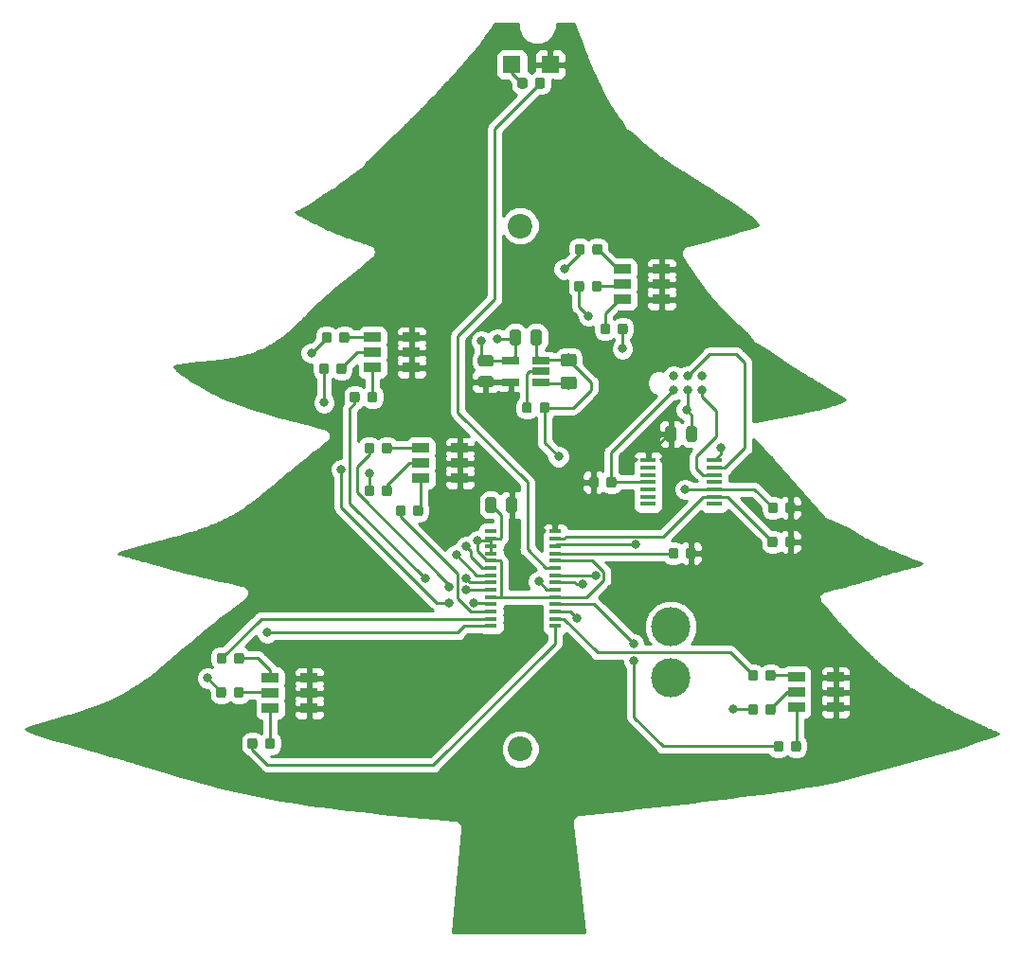
<source format=gtl>
G04 #@! TF.GenerationSoftware,KiCad,Pcbnew,5.0.1*
G04 #@! TF.CreationDate,2018-12-05T15:45:31-06:00*
G04 #@! TF.ProjectId,chrimbus,636872696D6275732E6B696361645F70,rev?*
G04 #@! TF.SameCoordinates,Original*
G04 #@! TF.FileFunction,Copper,L1,Top,Signal*
G04 #@! TF.FilePolarity,Positive*
%FSLAX46Y46*%
G04 Gerber Fmt 4.6, Leading zero omitted, Abs format (unit mm)*
G04 Created by KiCad (PCBNEW 5.0.1) date Wed 05 Dec 2018 03:45:31 PM CST*
%MOMM*%
%LPD*%
G01*
G04 APERTURE LIST*
G04 #@! TA.AperFunction,ComponentPad*
%ADD10C,3.500000*%
G04 #@! TD*
G04 #@! TA.AperFunction,Conductor*
%ADD11C,0.100000*%
G04 #@! TD*
G04 #@! TA.AperFunction,SMDPad,CuDef*
%ADD12C,0.975000*%
G04 #@! TD*
G04 #@! TA.AperFunction,SMDPad,CuDef*
%ADD13R,1.600000X1.600000*%
G04 #@! TD*
G04 #@! TA.AperFunction,SMDPad,CuDef*
%ADD14R,1.500000X0.900000*%
G04 #@! TD*
G04 #@! TA.AperFunction,SMDPad,CuDef*
%ADD15C,1.150000*%
G04 #@! TD*
G04 #@! TA.AperFunction,SMDPad,CuDef*
%ADD16R,1.450000X0.450000*%
G04 #@! TD*
G04 #@! TA.AperFunction,SMDPad,CuDef*
%ADD17R,1.100000X0.400000*%
G04 #@! TD*
G04 #@! TA.AperFunction,SMDPad,CuDef*
%ADD18R,1.560000X0.650000*%
G04 #@! TD*
G04 #@! TA.AperFunction,SMDPad,CuDef*
%ADD19C,0.875000*%
G04 #@! TD*
G04 #@! TA.AperFunction,ComponentPad*
%ADD20C,2.200000*%
G04 #@! TD*
G04 #@! TA.AperFunction,BGAPad,CuDef*
%ADD21C,0.800000*%
G04 #@! TD*
G04 #@! TA.AperFunction,ViaPad*
%ADD22C,0.800000*%
G04 #@! TD*
G04 #@! TA.AperFunction,Conductor*
%ADD23C,0.250000*%
G04 #@! TD*
G04 #@! TA.AperFunction,Conductor*
%ADD24C,0.254000*%
G04 #@! TD*
G04 APERTURE END LIST*
D10*
G04 #@! TO.P,SW1,2*
G04 #@! TO.N,Net-(C1-Pad2)*
X179070000Y-115824000D03*
G04 #@! TO.P,SW1,1*
G04 #@! TO.N,+1V5*
X179070000Y-111224000D03*
G04 #@! TD*
D11*
G04 #@! TO.N,GND*
G04 #@! TO.C,C4*
G36*
X163238642Y-99631174D02*
X163262303Y-99634684D01*
X163285507Y-99640496D01*
X163308029Y-99648554D01*
X163329653Y-99658782D01*
X163350170Y-99671079D01*
X163369383Y-99685329D01*
X163387107Y-99701393D01*
X163403171Y-99719117D01*
X163417421Y-99738330D01*
X163429718Y-99758847D01*
X163439946Y-99780471D01*
X163448004Y-99802993D01*
X163453816Y-99826197D01*
X163457326Y-99849858D01*
X163458500Y-99873750D01*
X163458500Y-100786250D01*
X163457326Y-100810142D01*
X163453816Y-100833803D01*
X163448004Y-100857007D01*
X163439946Y-100879529D01*
X163429718Y-100901153D01*
X163417421Y-100921670D01*
X163403171Y-100940883D01*
X163387107Y-100958607D01*
X163369383Y-100974671D01*
X163350170Y-100988921D01*
X163329653Y-101001218D01*
X163308029Y-101011446D01*
X163285507Y-101019504D01*
X163262303Y-101025316D01*
X163238642Y-101028826D01*
X163214750Y-101030000D01*
X162727250Y-101030000D01*
X162703358Y-101028826D01*
X162679697Y-101025316D01*
X162656493Y-101019504D01*
X162633971Y-101011446D01*
X162612347Y-101001218D01*
X162591830Y-100988921D01*
X162572617Y-100974671D01*
X162554893Y-100958607D01*
X162538829Y-100940883D01*
X162524579Y-100921670D01*
X162512282Y-100901153D01*
X162502054Y-100879529D01*
X162493996Y-100857007D01*
X162488184Y-100833803D01*
X162484674Y-100810142D01*
X162483500Y-100786250D01*
X162483500Y-99873750D01*
X162484674Y-99849858D01*
X162488184Y-99826197D01*
X162493996Y-99802993D01*
X162502054Y-99780471D01*
X162512282Y-99758847D01*
X162524579Y-99738330D01*
X162538829Y-99719117D01*
X162554893Y-99701393D01*
X162572617Y-99685329D01*
X162591830Y-99671079D01*
X162612347Y-99658782D01*
X162633971Y-99648554D01*
X162656493Y-99640496D01*
X162679697Y-99634684D01*
X162703358Y-99631174D01*
X162727250Y-99630000D01*
X163214750Y-99630000D01*
X163238642Y-99631174D01*
X163238642Y-99631174D01*
G37*
D12*
G04 #@! TD*
G04 #@! TO.P,C4,1*
G04 #@! TO.N,GND*
X162971000Y-100330000D03*
D11*
G04 #@! TO.N,+3V3*
G04 #@! TO.C,C4*
G36*
X165113642Y-99631174D02*
X165137303Y-99634684D01*
X165160507Y-99640496D01*
X165183029Y-99648554D01*
X165204653Y-99658782D01*
X165225170Y-99671079D01*
X165244383Y-99685329D01*
X165262107Y-99701393D01*
X165278171Y-99719117D01*
X165292421Y-99738330D01*
X165304718Y-99758847D01*
X165314946Y-99780471D01*
X165323004Y-99802993D01*
X165328816Y-99826197D01*
X165332326Y-99849858D01*
X165333500Y-99873750D01*
X165333500Y-100786250D01*
X165332326Y-100810142D01*
X165328816Y-100833803D01*
X165323004Y-100857007D01*
X165314946Y-100879529D01*
X165304718Y-100901153D01*
X165292421Y-100921670D01*
X165278171Y-100940883D01*
X165262107Y-100958607D01*
X165244383Y-100974671D01*
X165225170Y-100988921D01*
X165204653Y-101001218D01*
X165183029Y-101011446D01*
X165160507Y-101019504D01*
X165137303Y-101025316D01*
X165113642Y-101028826D01*
X165089750Y-101030000D01*
X164602250Y-101030000D01*
X164578358Y-101028826D01*
X164554697Y-101025316D01*
X164531493Y-101019504D01*
X164508971Y-101011446D01*
X164487347Y-101001218D01*
X164466830Y-100988921D01*
X164447617Y-100974671D01*
X164429893Y-100958607D01*
X164413829Y-100940883D01*
X164399579Y-100921670D01*
X164387282Y-100901153D01*
X164377054Y-100879529D01*
X164368996Y-100857007D01*
X164363184Y-100833803D01*
X164359674Y-100810142D01*
X164358500Y-100786250D01*
X164358500Y-99873750D01*
X164359674Y-99849858D01*
X164363184Y-99826197D01*
X164368996Y-99802993D01*
X164377054Y-99780471D01*
X164387282Y-99758847D01*
X164399579Y-99738330D01*
X164413829Y-99719117D01*
X164429893Y-99701393D01*
X164447617Y-99685329D01*
X164466830Y-99671079D01*
X164487347Y-99658782D01*
X164508971Y-99648554D01*
X164531493Y-99640496D01*
X164554697Y-99634684D01*
X164578358Y-99631174D01*
X164602250Y-99630000D01*
X165089750Y-99630000D01*
X165113642Y-99631174D01*
X165113642Y-99631174D01*
G37*
D12*
G04 #@! TD*
G04 #@! TO.P,C4,2*
G04 #@! TO.N,+3V3*
X164846000Y-100330000D03*
D13*
G04 #@! TO.P,LED6,1*
G04 #@! TO.N,Net-(LED6-Pad1)*
X164875000Y-60960000D03*
G04 #@! TO.P,LED6,2*
G04 #@! TO.N,+3V3*
X168275000Y-60960000D03*
G04 #@! TD*
D14*
G04 #@! TO.P,LED1,1*
G04 #@! TO.N,Net-(LED1-Pad1)*
X152400000Y-85344000D03*
G04 #@! TO.P,LED1,2*
G04 #@! TO.N,Net-(LED1-Pad2)*
X152400000Y-86694000D03*
G04 #@! TO.P,LED1,3*
G04 #@! TO.N,Net-(LED1-Pad3)*
X152400000Y-88044000D03*
G04 #@! TO.P,LED1,4*
G04 #@! TO.N,+3V3*
X155900000Y-85344000D03*
G04 #@! TO.P,LED1,5*
X155900000Y-86694000D03*
G04 #@! TO.P,LED1,6*
X155900000Y-88044000D03*
G04 #@! TD*
G04 #@! TO.P,LED2,6*
G04 #@! TO.N,+3V3*
X160218000Y-97950000D03*
G04 #@! TO.P,LED2,5*
X160218000Y-96600000D03*
G04 #@! TO.P,LED2,4*
X160218000Y-95250000D03*
G04 #@! TO.P,LED2,3*
G04 #@! TO.N,Net-(LED2-Pad3)*
X156718000Y-97950000D03*
G04 #@! TO.P,LED2,2*
G04 #@! TO.N,Net-(LED2-Pad2)*
X156718000Y-96600000D03*
G04 #@! TO.P,LED2,1*
G04 #@! TO.N,Net-(LED2-Pad1)*
X156718000Y-95250000D03*
G04 #@! TD*
G04 #@! TO.P,LED3,1*
G04 #@! TO.N,Net-(LED3-Pad1)*
X143256000Y-115824000D03*
G04 #@! TO.P,LED3,2*
G04 #@! TO.N,Net-(LED3-Pad2)*
X143256000Y-117174000D03*
G04 #@! TO.P,LED3,3*
G04 #@! TO.N,Net-(LED3-Pad3)*
X143256000Y-118524000D03*
G04 #@! TO.P,LED3,4*
G04 #@! TO.N,+3V3*
X146756000Y-115824000D03*
G04 #@! TO.P,LED3,5*
X146756000Y-117174000D03*
G04 #@! TO.P,LED3,6*
X146756000Y-118524000D03*
G04 #@! TD*
G04 #@! TO.P,LED4,6*
G04 #@! TO.N,+3V3*
X193802000Y-118444000D03*
G04 #@! TO.P,LED4,5*
X193802000Y-117094000D03*
G04 #@! TO.P,LED4,4*
X193802000Y-115744000D03*
G04 #@! TO.P,LED4,3*
G04 #@! TO.N,Net-(LED4-Pad3)*
X190302000Y-118444000D03*
G04 #@! TO.P,LED4,2*
G04 #@! TO.N,Net-(LED4-Pad2)*
X190302000Y-117094000D03*
G04 #@! TO.P,LED4,1*
G04 #@! TO.N,Net-(LED4-Pad1)*
X190302000Y-115744000D03*
G04 #@! TD*
G04 #@! TO.P,LED5,1*
G04 #@! TO.N,Net-(LED5-Pad1)*
X174752000Y-79248000D03*
G04 #@! TO.P,LED5,2*
G04 #@! TO.N,Net-(LED5-Pad2)*
X174752000Y-80598000D03*
G04 #@! TO.P,LED5,3*
G04 #@! TO.N,Net-(LED5-Pad3)*
X174752000Y-81948000D03*
G04 #@! TO.P,LED5,4*
G04 #@! TO.N,+3V3*
X178252000Y-79248000D03*
G04 #@! TO.P,LED5,5*
X178252000Y-80598000D03*
G04 #@! TO.P,LED5,6*
X178252000Y-81948000D03*
G04 #@! TD*
D11*
G04 #@! TO.N,GND*
G04 #@! TO.C,C1*
G36*
X165446142Y-84645174D02*
X165469803Y-84648684D01*
X165493007Y-84654496D01*
X165515529Y-84662554D01*
X165537153Y-84672782D01*
X165557670Y-84685079D01*
X165576883Y-84699329D01*
X165594607Y-84715393D01*
X165610671Y-84733117D01*
X165624921Y-84752330D01*
X165637218Y-84772847D01*
X165647446Y-84794471D01*
X165655504Y-84816993D01*
X165661316Y-84840197D01*
X165664826Y-84863858D01*
X165666000Y-84887750D01*
X165666000Y-85800250D01*
X165664826Y-85824142D01*
X165661316Y-85847803D01*
X165655504Y-85871007D01*
X165647446Y-85893529D01*
X165637218Y-85915153D01*
X165624921Y-85935670D01*
X165610671Y-85954883D01*
X165594607Y-85972607D01*
X165576883Y-85988671D01*
X165557670Y-86002921D01*
X165537153Y-86015218D01*
X165515529Y-86025446D01*
X165493007Y-86033504D01*
X165469803Y-86039316D01*
X165446142Y-86042826D01*
X165422250Y-86044000D01*
X164934750Y-86044000D01*
X164910858Y-86042826D01*
X164887197Y-86039316D01*
X164863993Y-86033504D01*
X164841471Y-86025446D01*
X164819847Y-86015218D01*
X164799330Y-86002921D01*
X164780117Y-85988671D01*
X164762393Y-85972607D01*
X164746329Y-85954883D01*
X164732079Y-85935670D01*
X164719782Y-85915153D01*
X164709554Y-85893529D01*
X164701496Y-85871007D01*
X164695684Y-85847803D01*
X164692174Y-85824142D01*
X164691000Y-85800250D01*
X164691000Y-84887750D01*
X164692174Y-84863858D01*
X164695684Y-84840197D01*
X164701496Y-84816993D01*
X164709554Y-84794471D01*
X164719782Y-84772847D01*
X164732079Y-84752330D01*
X164746329Y-84733117D01*
X164762393Y-84715393D01*
X164780117Y-84699329D01*
X164799330Y-84685079D01*
X164819847Y-84672782D01*
X164841471Y-84662554D01*
X164863993Y-84654496D01*
X164887197Y-84648684D01*
X164910858Y-84645174D01*
X164934750Y-84644000D01*
X165422250Y-84644000D01*
X165446142Y-84645174D01*
X165446142Y-84645174D01*
G37*
D12*
G04 #@! TD*
G04 #@! TO.P,C1,1*
G04 #@! TO.N,GND*
X165178500Y-85344000D03*
D11*
G04 #@! TO.N,Net-(C1-Pad2)*
G04 #@! TO.C,C1*
G36*
X167321142Y-84645174D02*
X167344803Y-84648684D01*
X167368007Y-84654496D01*
X167390529Y-84662554D01*
X167412153Y-84672782D01*
X167432670Y-84685079D01*
X167451883Y-84699329D01*
X167469607Y-84715393D01*
X167485671Y-84733117D01*
X167499921Y-84752330D01*
X167512218Y-84772847D01*
X167522446Y-84794471D01*
X167530504Y-84816993D01*
X167536316Y-84840197D01*
X167539826Y-84863858D01*
X167541000Y-84887750D01*
X167541000Y-85800250D01*
X167539826Y-85824142D01*
X167536316Y-85847803D01*
X167530504Y-85871007D01*
X167522446Y-85893529D01*
X167512218Y-85915153D01*
X167499921Y-85935670D01*
X167485671Y-85954883D01*
X167469607Y-85972607D01*
X167451883Y-85988671D01*
X167432670Y-86002921D01*
X167412153Y-86015218D01*
X167390529Y-86025446D01*
X167368007Y-86033504D01*
X167344803Y-86039316D01*
X167321142Y-86042826D01*
X167297250Y-86044000D01*
X166809750Y-86044000D01*
X166785858Y-86042826D01*
X166762197Y-86039316D01*
X166738993Y-86033504D01*
X166716471Y-86025446D01*
X166694847Y-86015218D01*
X166674330Y-86002921D01*
X166655117Y-85988671D01*
X166637393Y-85972607D01*
X166621329Y-85954883D01*
X166607079Y-85935670D01*
X166594782Y-85915153D01*
X166584554Y-85893529D01*
X166576496Y-85871007D01*
X166570684Y-85847803D01*
X166567174Y-85824142D01*
X166566000Y-85800250D01*
X166566000Y-84887750D01*
X166567174Y-84863858D01*
X166570684Y-84840197D01*
X166576496Y-84816993D01*
X166584554Y-84794471D01*
X166594782Y-84772847D01*
X166607079Y-84752330D01*
X166621329Y-84733117D01*
X166637393Y-84715393D01*
X166655117Y-84699329D01*
X166674330Y-84685079D01*
X166694847Y-84672782D01*
X166716471Y-84662554D01*
X166738993Y-84654496D01*
X166762197Y-84648684D01*
X166785858Y-84645174D01*
X166809750Y-84644000D01*
X167297250Y-84644000D01*
X167321142Y-84645174D01*
X167321142Y-84645174D01*
G37*
D12*
G04 #@! TD*
G04 #@! TO.P,C1,2*
G04 #@! TO.N,Net-(C1-Pad2)*
X167053500Y-85344000D03*
D11*
G04 #@! TO.N,+3V3*
G04 #@! TO.C,C2*
G36*
X179337642Y-93281174D02*
X179361303Y-93284684D01*
X179384507Y-93290496D01*
X179407029Y-93298554D01*
X179428653Y-93308782D01*
X179449170Y-93321079D01*
X179468383Y-93335329D01*
X179486107Y-93351393D01*
X179502171Y-93369117D01*
X179516421Y-93388330D01*
X179528718Y-93408847D01*
X179538946Y-93430471D01*
X179547004Y-93452993D01*
X179552816Y-93476197D01*
X179556326Y-93499858D01*
X179557500Y-93523750D01*
X179557500Y-94436250D01*
X179556326Y-94460142D01*
X179552816Y-94483803D01*
X179547004Y-94507007D01*
X179538946Y-94529529D01*
X179528718Y-94551153D01*
X179516421Y-94571670D01*
X179502171Y-94590883D01*
X179486107Y-94608607D01*
X179468383Y-94624671D01*
X179449170Y-94638921D01*
X179428653Y-94651218D01*
X179407029Y-94661446D01*
X179384507Y-94669504D01*
X179361303Y-94675316D01*
X179337642Y-94678826D01*
X179313750Y-94680000D01*
X178826250Y-94680000D01*
X178802358Y-94678826D01*
X178778697Y-94675316D01*
X178755493Y-94669504D01*
X178732971Y-94661446D01*
X178711347Y-94651218D01*
X178690830Y-94638921D01*
X178671617Y-94624671D01*
X178653893Y-94608607D01*
X178637829Y-94590883D01*
X178623579Y-94571670D01*
X178611282Y-94551153D01*
X178601054Y-94529529D01*
X178592996Y-94507007D01*
X178587184Y-94483803D01*
X178583674Y-94460142D01*
X178582500Y-94436250D01*
X178582500Y-93523750D01*
X178583674Y-93499858D01*
X178587184Y-93476197D01*
X178592996Y-93452993D01*
X178601054Y-93430471D01*
X178611282Y-93408847D01*
X178623579Y-93388330D01*
X178637829Y-93369117D01*
X178653893Y-93351393D01*
X178671617Y-93335329D01*
X178690830Y-93321079D01*
X178711347Y-93308782D01*
X178732971Y-93298554D01*
X178755493Y-93290496D01*
X178778697Y-93284684D01*
X178802358Y-93281174D01*
X178826250Y-93280000D01*
X179313750Y-93280000D01*
X179337642Y-93281174D01*
X179337642Y-93281174D01*
G37*
D12*
G04 #@! TD*
G04 #@! TO.P,C2,2*
G04 #@! TO.N,+3V3*
X179070000Y-93980000D03*
D11*
G04 #@! TO.N,GND*
G04 #@! TO.C,C2*
G36*
X181212642Y-93281174D02*
X181236303Y-93284684D01*
X181259507Y-93290496D01*
X181282029Y-93298554D01*
X181303653Y-93308782D01*
X181324170Y-93321079D01*
X181343383Y-93335329D01*
X181361107Y-93351393D01*
X181377171Y-93369117D01*
X181391421Y-93388330D01*
X181403718Y-93408847D01*
X181413946Y-93430471D01*
X181422004Y-93452993D01*
X181427816Y-93476197D01*
X181431326Y-93499858D01*
X181432500Y-93523750D01*
X181432500Y-94436250D01*
X181431326Y-94460142D01*
X181427816Y-94483803D01*
X181422004Y-94507007D01*
X181413946Y-94529529D01*
X181403718Y-94551153D01*
X181391421Y-94571670D01*
X181377171Y-94590883D01*
X181361107Y-94608607D01*
X181343383Y-94624671D01*
X181324170Y-94638921D01*
X181303653Y-94651218D01*
X181282029Y-94661446D01*
X181259507Y-94669504D01*
X181236303Y-94675316D01*
X181212642Y-94678826D01*
X181188750Y-94680000D01*
X180701250Y-94680000D01*
X180677358Y-94678826D01*
X180653697Y-94675316D01*
X180630493Y-94669504D01*
X180607971Y-94661446D01*
X180586347Y-94651218D01*
X180565830Y-94638921D01*
X180546617Y-94624671D01*
X180528893Y-94608607D01*
X180512829Y-94590883D01*
X180498579Y-94571670D01*
X180486282Y-94551153D01*
X180476054Y-94529529D01*
X180467996Y-94507007D01*
X180462184Y-94483803D01*
X180458674Y-94460142D01*
X180457500Y-94436250D01*
X180457500Y-93523750D01*
X180458674Y-93499858D01*
X180462184Y-93476197D01*
X180467996Y-93452993D01*
X180476054Y-93430471D01*
X180486282Y-93408847D01*
X180498579Y-93388330D01*
X180512829Y-93369117D01*
X180528893Y-93351393D01*
X180546617Y-93335329D01*
X180565830Y-93321079D01*
X180586347Y-93308782D01*
X180607971Y-93298554D01*
X180630493Y-93290496D01*
X180653697Y-93284684D01*
X180677358Y-93281174D01*
X180701250Y-93280000D01*
X181188750Y-93280000D01*
X181212642Y-93281174D01*
X181212642Y-93281174D01*
G37*
D12*
G04 #@! TD*
G04 #@! TO.P,C2,1*
G04 #@! TO.N,GND*
X180945000Y-93980000D03*
D11*
G04 #@! TO.N,GND*
G04 #@! TO.C,C3*
G36*
X163014742Y-86942774D02*
X163038403Y-86946284D01*
X163061607Y-86952096D01*
X163084129Y-86960154D01*
X163105753Y-86970382D01*
X163126270Y-86982679D01*
X163145483Y-86996929D01*
X163163207Y-87012993D01*
X163179271Y-87030717D01*
X163193521Y-87049930D01*
X163205818Y-87070447D01*
X163216046Y-87092071D01*
X163224104Y-87114593D01*
X163229916Y-87137797D01*
X163233426Y-87161458D01*
X163234600Y-87185350D01*
X163234600Y-87672850D01*
X163233426Y-87696742D01*
X163229916Y-87720403D01*
X163224104Y-87743607D01*
X163216046Y-87766129D01*
X163205818Y-87787753D01*
X163193521Y-87808270D01*
X163179271Y-87827483D01*
X163163207Y-87845207D01*
X163145483Y-87861271D01*
X163126270Y-87875521D01*
X163105753Y-87887818D01*
X163084129Y-87898046D01*
X163061607Y-87906104D01*
X163038403Y-87911916D01*
X163014742Y-87915426D01*
X162990850Y-87916600D01*
X162078350Y-87916600D01*
X162054458Y-87915426D01*
X162030797Y-87911916D01*
X162007593Y-87906104D01*
X161985071Y-87898046D01*
X161963447Y-87887818D01*
X161942930Y-87875521D01*
X161923717Y-87861271D01*
X161905993Y-87845207D01*
X161889929Y-87827483D01*
X161875679Y-87808270D01*
X161863382Y-87787753D01*
X161853154Y-87766129D01*
X161845096Y-87743607D01*
X161839284Y-87720403D01*
X161835774Y-87696742D01*
X161834600Y-87672850D01*
X161834600Y-87185350D01*
X161835774Y-87161458D01*
X161839284Y-87137797D01*
X161845096Y-87114593D01*
X161853154Y-87092071D01*
X161863382Y-87070447D01*
X161875679Y-87049930D01*
X161889929Y-87030717D01*
X161905993Y-87012993D01*
X161923717Y-86996929D01*
X161942930Y-86982679D01*
X161963447Y-86970382D01*
X161985071Y-86960154D01*
X162007593Y-86952096D01*
X162030797Y-86946284D01*
X162054458Y-86942774D01*
X162078350Y-86941600D01*
X162990850Y-86941600D01*
X163014742Y-86942774D01*
X163014742Y-86942774D01*
G37*
D12*
G04 #@! TD*
G04 #@! TO.P,C3,1*
G04 #@! TO.N,GND*
X162534600Y-87429100D03*
D11*
G04 #@! TO.N,+3V3*
G04 #@! TO.C,C3*
G36*
X163014742Y-88817774D02*
X163038403Y-88821284D01*
X163061607Y-88827096D01*
X163084129Y-88835154D01*
X163105753Y-88845382D01*
X163126270Y-88857679D01*
X163145483Y-88871929D01*
X163163207Y-88887993D01*
X163179271Y-88905717D01*
X163193521Y-88924930D01*
X163205818Y-88945447D01*
X163216046Y-88967071D01*
X163224104Y-88989593D01*
X163229916Y-89012797D01*
X163233426Y-89036458D01*
X163234600Y-89060350D01*
X163234600Y-89547850D01*
X163233426Y-89571742D01*
X163229916Y-89595403D01*
X163224104Y-89618607D01*
X163216046Y-89641129D01*
X163205818Y-89662753D01*
X163193521Y-89683270D01*
X163179271Y-89702483D01*
X163163207Y-89720207D01*
X163145483Y-89736271D01*
X163126270Y-89750521D01*
X163105753Y-89762818D01*
X163084129Y-89773046D01*
X163061607Y-89781104D01*
X163038403Y-89786916D01*
X163014742Y-89790426D01*
X162990850Y-89791600D01*
X162078350Y-89791600D01*
X162054458Y-89790426D01*
X162030797Y-89786916D01*
X162007593Y-89781104D01*
X161985071Y-89773046D01*
X161963447Y-89762818D01*
X161942930Y-89750521D01*
X161923717Y-89736271D01*
X161905993Y-89720207D01*
X161889929Y-89702483D01*
X161875679Y-89683270D01*
X161863382Y-89662753D01*
X161853154Y-89641129D01*
X161845096Y-89618607D01*
X161839284Y-89595403D01*
X161835774Y-89571742D01*
X161834600Y-89547850D01*
X161834600Y-89060350D01*
X161835774Y-89036458D01*
X161839284Y-89012797D01*
X161845096Y-88989593D01*
X161853154Y-88967071D01*
X161863382Y-88945447D01*
X161875679Y-88924930D01*
X161889929Y-88905717D01*
X161905993Y-88887993D01*
X161923717Y-88871929D01*
X161942930Y-88857679D01*
X161963447Y-88845382D01*
X161985071Y-88835154D01*
X162007593Y-88827096D01*
X162030797Y-88821284D01*
X162054458Y-88817774D01*
X162078350Y-88816600D01*
X162990850Y-88816600D01*
X163014742Y-88817774D01*
X163014742Y-88817774D01*
G37*
D12*
G04 #@! TD*
G04 #@! TO.P,C3,2*
G04 #@! TO.N,+3V3*
X162534600Y-89304100D03*
D11*
G04 #@! TO.N,Net-(L1-Pad1)*
G04 #@! TO.C,L1*
G36*
X170425905Y-88852204D02*
X170450173Y-88855804D01*
X170473972Y-88861765D01*
X170497071Y-88870030D01*
X170519250Y-88880520D01*
X170540293Y-88893132D01*
X170559999Y-88907747D01*
X170578177Y-88924223D01*
X170594653Y-88942401D01*
X170609268Y-88962107D01*
X170621880Y-88983150D01*
X170632370Y-89005329D01*
X170640635Y-89028428D01*
X170646596Y-89052227D01*
X170650196Y-89076495D01*
X170651400Y-89100999D01*
X170651400Y-89751001D01*
X170650196Y-89775505D01*
X170646596Y-89799773D01*
X170640635Y-89823572D01*
X170632370Y-89846671D01*
X170621880Y-89868850D01*
X170609268Y-89889893D01*
X170594653Y-89909599D01*
X170578177Y-89927777D01*
X170559999Y-89944253D01*
X170540293Y-89958868D01*
X170519250Y-89971480D01*
X170497071Y-89981970D01*
X170473972Y-89990235D01*
X170450173Y-89996196D01*
X170425905Y-89999796D01*
X170401401Y-90001000D01*
X169501399Y-90001000D01*
X169476895Y-89999796D01*
X169452627Y-89996196D01*
X169428828Y-89990235D01*
X169405729Y-89981970D01*
X169383550Y-89971480D01*
X169362507Y-89958868D01*
X169342801Y-89944253D01*
X169324623Y-89927777D01*
X169308147Y-89909599D01*
X169293532Y-89889893D01*
X169280920Y-89868850D01*
X169270430Y-89846671D01*
X169262165Y-89823572D01*
X169256204Y-89799773D01*
X169252604Y-89775505D01*
X169251400Y-89751001D01*
X169251400Y-89100999D01*
X169252604Y-89076495D01*
X169256204Y-89052227D01*
X169262165Y-89028428D01*
X169270430Y-89005329D01*
X169280920Y-88983150D01*
X169293532Y-88962107D01*
X169308147Y-88942401D01*
X169324623Y-88924223D01*
X169342801Y-88907747D01*
X169362507Y-88893132D01*
X169383550Y-88880520D01*
X169405729Y-88870030D01*
X169428828Y-88861765D01*
X169452627Y-88855804D01*
X169476895Y-88852204D01*
X169501399Y-88851000D01*
X170401401Y-88851000D01*
X170425905Y-88852204D01*
X170425905Y-88852204D01*
G37*
D15*
G04 #@! TD*
G04 #@! TO.P,L1,1*
G04 #@! TO.N,Net-(L1-Pad1)*
X169951400Y-89426000D03*
D11*
G04 #@! TO.N,Net-(C1-Pad2)*
G04 #@! TO.C,L1*
G36*
X170425905Y-86802204D02*
X170450173Y-86805804D01*
X170473972Y-86811765D01*
X170497071Y-86820030D01*
X170519250Y-86830520D01*
X170540293Y-86843132D01*
X170559999Y-86857747D01*
X170578177Y-86874223D01*
X170594653Y-86892401D01*
X170609268Y-86912107D01*
X170621880Y-86933150D01*
X170632370Y-86955329D01*
X170640635Y-86978428D01*
X170646596Y-87002227D01*
X170650196Y-87026495D01*
X170651400Y-87050999D01*
X170651400Y-87701001D01*
X170650196Y-87725505D01*
X170646596Y-87749773D01*
X170640635Y-87773572D01*
X170632370Y-87796671D01*
X170621880Y-87818850D01*
X170609268Y-87839893D01*
X170594653Y-87859599D01*
X170578177Y-87877777D01*
X170559999Y-87894253D01*
X170540293Y-87908868D01*
X170519250Y-87921480D01*
X170497071Y-87931970D01*
X170473972Y-87940235D01*
X170450173Y-87946196D01*
X170425905Y-87949796D01*
X170401401Y-87951000D01*
X169501399Y-87951000D01*
X169476895Y-87949796D01*
X169452627Y-87946196D01*
X169428828Y-87940235D01*
X169405729Y-87931970D01*
X169383550Y-87921480D01*
X169362507Y-87908868D01*
X169342801Y-87894253D01*
X169324623Y-87877777D01*
X169308147Y-87859599D01*
X169293532Y-87839893D01*
X169280920Y-87818850D01*
X169270430Y-87796671D01*
X169262165Y-87773572D01*
X169256204Y-87749773D01*
X169252604Y-87725505D01*
X169251400Y-87701001D01*
X169251400Y-87050999D01*
X169252604Y-87026495D01*
X169256204Y-87002227D01*
X169262165Y-86978428D01*
X169270430Y-86955329D01*
X169280920Y-86933150D01*
X169293532Y-86912107D01*
X169308147Y-86892401D01*
X169324623Y-86874223D01*
X169342801Y-86857747D01*
X169362507Y-86843132D01*
X169383550Y-86830520D01*
X169405729Y-86820030D01*
X169428828Y-86811765D01*
X169452627Y-86805804D01*
X169476895Y-86802204D01*
X169501399Y-86801000D01*
X170401401Y-86801000D01*
X170425905Y-86802204D01*
X170425905Y-86802204D01*
G37*
D15*
G04 #@! TD*
G04 #@! TO.P,L1,2*
G04 #@! TO.N,Net-(C1-Pad2)*
X169951400Y-87376000D03*
D16*
G04 #@! TO.P,U1,1*
G04 #@! TO.N,+3V3*
X177038000Y-96348000D03*
G04 #@! TO.P,U1,2*
G04 #@! TO.N,Net-(U1-Pad2)*
X177038000Y-96998000D03*
G04 #@! TO.P,U1,3*
G04 #@! TO.N,Net-(U1-Pad3)*
X177038000Y-97648000D03*
G04 #@! TO.P,U1,4*
G04 #@! TO.N,/MCLR*
X177038000Y-98298000D03*
G04 #@! TO.P,U1,5*
G04 #@! TO.N,Net-(U1-Pad5)*
X177038000Y-98948000D03*
G04 #@! TO.P,U1,6*
G04 #@! TO.N,Net-(U1-Pad6)*
X177038000Y-99598000D03*
G04 #@! TO.P,U1,7*
G04 #@! TO.N,Net-(U1-Pad7)*
X177038000Y-100248000D03*
G04 #@! TO.P,U1,8*
G04 #@! TO.N,Net-(U1-Pad8)*
X182938000Y-100248000D03*
G04 #@! TO.P,U1,9*
G04 #@! TO.N,/SDA*
X182938000Y-99598000D03*
G04 #@! TO.P,U1,10*
G04 #@! TO.N,/SCL*
X182938000Y-98948000D03*
G04 #@! TO.P,U1,11*
G04 #@! TO.N,Net-(U1-Pad11)*
X182938000Y-98298000D03*
G04 #@! TO.P,U1,12*
G04 #@! TO.N,/ICSPC*
X182938000Y-97648000D03*
G04 #@! TO.P,U1,13*
G04 #@! TO.N,/ICSPD*
X182938000Y-96998000D03*
G04 #@! TO.P,U1,14*
G04 #@! TO.N,GND*
X182938000Y-96348000D03*
G04 #@! TD*
D17*
G04 #@! TO.P,U3,1*
G04 #@! TO.N,Net-(U3-Pad1)*
X163012000Y-102709000D03*
G04 #@! TO.P,U3,2*
G04 #@! TO.N,GND*
X163012000Y-103359000D03*
G04 #@! TO.P,U3,3*
X163012000Y-104009000D03*
G04 #@! TO.P,U3,4*
X163012000Y-104659000D03*
G04 #@! TO.P,U3,5*
X163012000Y-105309000D03*
G04 #@! TO.P,U3,6*
G04 #@! TO.N,Net-(R5-Pad2)*
X163012000Y-105959000D03*
G04 #@! TO.P,U3,7*
G04 #@! TO.N,Net-(R6-Pad2)*
X163012000Y-106609000D03*
G04 #@! TO.P,U3,8*
G04 #@! TO.N,Net-(R7-Pad2)*
X163012000Y-107259000D03*
G04 #@! TO.P,U3,9*
G04 #@! TO.N,Net-(R8-Pad2)*
X163012000Y-107909000D03*
G04 #@! TO.P,U3,10*
G04 #@! TO.N,GND*
X163012000Y-108559000D03*
G04 #@! TO.P,U3,11*
G04 #@! TO.N,Net-(R9-Pad2)*
X163012000Y-109209000D03*
G04 #@! TO.P,U3,12*
G04 #@! TO.N,Net-(R10-Pad2)*
X163012000Y-109859000D03*
G04 #@! TO.P,U3,13*
G04 #@! TO.N,Net-(R11-Pad2)*
X163012000Y-110509000D03*
G04 #@! TO.P,U3,14*
G04 #@! TO.N,Net-(R12-Pad2)*
X163012000Y-111159000D03*
G04 #@! TO.P,U3,15*
G04 #@! TO.N,Net-(R13-Pad2)*
X168712000Y-111159000D03*
G04 #@! TO.P,U3,16*
G04 #@! TO.N,Net-(R14-Pad2)*
X168712000Y-110509000D03*
G04 #@! TO.P,U3,17*
G04 #@! TO.N,Net-(R15-Pad2)*
X168712000Y-109859000D03*
G04 #@! TO.P,U3,18*
G04 #@! TO.N,Net-(R16-Pad2)*
X168712000Y-109209000D03*
G04 #@! TO.P,U3,19*
G04 #@! TO.N,GND*
X168712000Y-108559000D03*
G04 #@! TO.P,U3,20*
G04 #@! TO.N,Net-(R17-Pad2)*
X168712000Y-107909000D03*
G04 #@! TO.P,U3,21*
G04 #@! TO.N,Net-(R18-Pad2)*
X168712000Y-107259000D03*
G04 #@! TO.P,U3,22*
G04 #@! TO.N,Net-(R19-Pad2)*
X168712000Y-106609000D03*
G04 #@! TO.P,U3,23*
G04 #@! TO.N,Net-(R20-Pad2)*
X168712000Y-105959000D03*
G04 #@! TO.P,U3,24*
G04 #@! TO.N,GND*
X168712000Y-105309000D03*
G04 #@! TO.P,U3,25*
G04 #@! TO.N,Net-(R21-Pad2)*
X168712000Y-104659000D03*
G04 #@! TO.P,U3,26*
G04 #@! TO.N,/SCL*
X168712000Y-104009000D03*
G04 #@! TO.P,U3,27*
G04 #@! TO.N,/SDA*
X168712000Y-103359000D03*
G04 #@! TO.P,U3,28*
G04 #@! TO.N,+3V3*
X168712000Y-102709000D03*
G04 #@! TD*
D18*
G04 #@! TO.P,U2,1*
G04 #@! TO.N,Net-(L1-Pad1)*
X167466000Y-89342000D03*
G04 #@! TO.P,U2,2*
G04 #@! TO.N,Net-(R2-Pad2)*
X167466000Y-88392000D03*
G04 #@! TO.P,U2,3*
G04 #@! TO.N,Net-(C1-Pad2)*
X167466000Y-87442000D03*
G04 #@! TO.P,U2,4*
G04 #@! TO.N,GND*
X164766000Y-87442000D03*
G04 #@! TO.P,U2,5*
G04 #@! TO.N,+3V3*
X164766000Y-89342000D03*
G04 #@! TD*
D11*
G04 #@! TO.N,Net-(LED2-Pad3)*
G04 #@! TO.C,R10*
G36*
X156729691Y-100364053D02*
X156750926Y-100367203D01*
X156771750Y-100372419D01*
X156791962Y-100379651D01*
X156811368Y-100388830D01*
X156829781Y-100399866D01*
X156847024Y-100412654D01*
X156862930Y-100427070D01*
X156877346Y-100442976D01*
X156890134Y-100460219D01*
X156901170Y-100478632D01*
X156910349Y-100498038D01*
X156917581Y-100518250D01*
X156922797Y-100539074D01*
X156925947Y-100560309D01*
X156927000Y-100581750D01*
X156927000Y-101094250D01*
X156925947Y-101115691D01*
X156922797Y-101136926D01*
X156917581Y-101157750D01*
X156910349Y-101177962D01*
X156901170Y-101197368D01*
X156890134Y-101215781D01*
X156877346Y-101233024D01*
X156862930Y-101248930D01*
X156847024Y-101263346D01*
X156829781Y-101276134D01*
X156811368Y-101287170D01*
X156791962Y-101296349D01*
X156771750Y-101303581D01*
X156750926Y-101308797D01*
X156729691Y-101311947D01*
X156708250Y-101313000D01*
X156270750Y-101313000D01*
X156249309Y-101311947D01*
X156228074Y-101308797D01*
X156207250Y-101303581D01*
X156187038Y-101296349D01*
X156167632Y-101287170D01*
X156149219Y-101276134D01*
X156131976Y-101263346D01*
X156116070Y-101248930D01*
X156101654Y-101233024D01*
X156088866Y-101215781D01*
X156077830Y-101197368D01*
X156068651Y-101177962D01*
X156061419Y-101157750D01*
X156056203Y-101136926D01*
X156053053Y-101115691D01*
X156052000Y-101094250D01*
X156052000Y-100581750D01*
X156053053Y-100560309D01*
X156056203Y-100539074D01*
X156061419Y-100518250D01*
X156068651Y-100498038D01*
X156077830Y-100478632D01*
X156088866Y-100460219D01*
X156101654Y-100442976D01*
X156116070Y-100427070D01*
X156131976Y-100412654D01*
X156149219Y-100399866D01*
X156167632Y-100388830D01*
X156187038Y-100379651D01*
X156207250Y-100372419D01*
X156228074Y-100367203D01*
X156249309Y-100364053D01*
X156270750Y-100363000D01*
X156708250Y-100363000D01*
X156729691Y-100364053D01*
X156729691Y-100364053D01*
G37*
D19*
G04 #@! TD*
G04 #@! TO.P,R10,1*
G04 #@! TO.N,Net-(LED2-Pad3)*
X156489500Y-100838000D03*
D11*
G04 #@! TO.N,Net-(R10-Pad2)*
G04 #@! TO.C,R10*
G36*
X155154691Y-100364053D02*
X155175926Y-100367203D01*
X155196750Y-100372419D01*
X155216962Y-100379651D01*
X155236368Y-100388830D01*
X155254781Y-100399866D01*
X155272024Y-100412654D01*
X155287930Y-100427070D01*
X155302346Y-100442976D01*
X155315134Y-100460219D01*
X155326170Y-100478632D01*
X155335349Y-100498038D01*
X155342581Y-100518250D01*
X155347797Y-100539074D01*
X155350947Y-100560309D01*
X155352000Y-100581750D01*
X155352000Y-101094250D01*
X155350947Y-101115691D01*
X155347797Y-101136926D01*
X155342581Y-101157750D01*
X155335349Y-101177962D01*
X155326170Y-101197368D01*
X155315134Y-101215781D01*
X155302346Y-101233024D01*
X155287930Y-101248930D01*
X155272024Y-101263346D01*
X155254781Y-101276134D01*
X155236368Y-101287170D01*
X155216962Y-101296349D01*
X155196750Y-101303581D01*
X155175926Y-101308797D01*
X155154691Y-101311947D01*
X155133250Y-101313000D01*
X154695750Y-101313000D01*
X154674309Y-101311947D01*
X154653074Y-101308797D01*
X154632250Y-101303581D01*
X154612038Y-101296349D01*
X154592632Y-101287170D01*
X154574219Y-101276134D01*
X154556976Y-101263346D01*
X154541070Y-101248930D01*
X154526654Y-101233024D01*
X154513866Y-101215781D01*
X154502830Y-101197368D01*
X154493651Y-101177962D01*
X154486419Y-101157750D01*
X154481203Y-101136926D01*
X154478053Y-101115691D01*
X154477000Y-101094250D01*
X154477000Y-100581750D01*
X154478053Y-100560309D01*
X154481203Y-100539074D01*
X154486419Y-100518250D01*
X154493651Y-100498038D01*
X154502830Y-100478632D01*
X154513866Y-100460219D01*
X154526654Y-100442976D01*
X154541070Y-100427070D01*
X154556976Y-100412654D01*
X154574219Y-100399866D01*
X154592632Y-100388830D01*
X154612038Y-100379651D01*
X154632250Y-100372419D01*
X154653074Y-100367203D01*
X154674309Y-100364053D01*
X154695750Y-100363000D01*
X155133250Y-100363000D01*
X155154691Y-100364053D01*
X155154691Y-100364053D01*
G37*
D19*
G04 #@! TD*
G04 #@! TO.P,R10,2*
G04 #@! TO.N,Net-(R10-Pad2)*
X154914500Y-100838000D03*
D11*
G04 #@! TO.N,Net-(R14-Pad2)*
G04 #@! TO.C,R14*
G36*
X186650691Y-115096053D02*
X186671926Y-115099203D01*
X186692750Y-115104419D01*
X186712962Y-115111651D01*
X186732368Y-115120830D01*
X186750781Y-115131866D01*
X186768024Y-115144654D01*
X186783930Y-115159070D01*
X186798346Y-115174976D01*
X186811134Y-115192219D01*
X186822170Y-115210632D01*
X186831349Y-115230038D01*
X186838581Y-115250250D01*
X186843797Y-115271074D01*
X186846947Y-115292309D01*
X186848000Y-115313750D01*
X186848000Y-115826250D01*
X186846947Y-115847691D01*
X186843797Y-115868926D01*
X186838581Y-115889750D01*
X186831349Y-115909962D01*
X186822170Y-115929368D01*
X186811134Y-115947781D01*
X186798346Y-115965024D01*
X186783930Y-115980930D01*
X186768024Y-115995346D01*
X186750781Y-116008134D01*
X186732368Y-116019170D01*
X186712962Y-116028349D01*
X186692750Y-116035581D01*
X186671926Y-116040797D01*
X186650691Y-116043947D01*
X186629250Y-116045000D01*
X186191750Y-116045000D01*
X186170309Y-116043947D01*
X186149074Y-116040797D01*
X186128250Y-116035581D01*
X186108038Y-116028349D01*
X186088632Y-116019170D01*
X186070219Y-116008134D01*
X186052976Y-115995346D01*
X186037070Y-115980930D01*
X186022654Y-115965024D01*
X186009866Y-115947781D01*
X185998830Y-115929368D01*
X185989651Y-115909962D01*
X185982419Y-115889750D01*
X185977203Y-115868926D01*
X185974053Y-115847691D01*
X185973000Y-115826250D01*
X185973000Y-115313750D01*
X185974053Y-115292309D01*
X185977203Y-115271074D01*
X185982419Y-115250250D01*
X185989651Y-115230038D01*
X185998830Y-115210632D01*
X186009866Y-115192219D01*
X186022654Y-115174976D01*
X186037070Y-115159070D01*
X186052976Y-115144654D01*
X186070219Y-115131866D01*
X186088632Y-115120830D01*
X186108038Y-115111651D01*
X186128250Y-115104419D01*
X186149074Y-115099203D01*
X186170309Y-115096053D01*
X186191750Y-115095000D01*
X186629250Y-115095000D01*
X186650691Y-115096053D01*
X186650691Y-115096053D01*
G37*
D19*
G04 #@! TD*
G04 #@! TO.P,R14,2*
G04 #@! TO.N,Net-(R14-Pad2)*
X186410500Y-115570000D03*
D11*
G04 #@! TO.N,Net-(LED4-Pad1)*
G04 #@! TO.C,R14*
G36*
X188225691Y-115096053D02*
X188246926Y-115099203D01*
X188267750Y-115104419D01*
X188287962Y-115111651D01*
X188307368Y-115120830D01*
X188325781Y-115131866D01*
X188343024Y-115144654D01*
X188358930Y-115159070D01*
X188373346Y-115174976D01*
X188386134Y-115192219D01*
X188397170Y-115210632D01*
X188406349Y-115230038D01*
X188413581Y-115250250D01*
X188418797Y-115271074D01*
X188421947Y-115292309D01*
X188423000Y-115313750D01*
X188423000Y-115826250D01*
X188421947Y-115847691D01*
X188418797Y-115868926D01*
X188413581Y-115889750D01*
X188406349Y-115909962D01*
X188397170Y-115929368D01*
X188386134Y-115947781D01*
X188373346Y-115965024D01*
X188358930Y-115980930D01*
X188343024Y-115995346D01*
X188325781Y-116008134D01*
X188307368Y-116019170D01*
X188287962Y-116028349D01*
X188267750Y-116035581D01*
X188246926Y-116040797D01*
X188225691Y-116043947D01*
X188204250Y-116045000D01*
X187766750Y-116045000D01*
X187745309Y-116043947D01*
X187724074Y-116040797D01*
X187703250Y-116035581D01*
X187683038Y-116028349D01*
X187663632Y-116019170D01*
X187645219Y-116008134D01*
X187627976Y-115995346D01*
X187612070Y-115980930D01*
X187597654Y-115965024D01*
X187584866Y-115947781D01*
X187573830Y-115929368D01*
X187564651Y-115909962D01*
X187557419Y-115889750D01*
X187552203Y-115868926D01*
X187549053Y-115847691D01*
X187548000Y-115826250D01*
X187548000Y-115313750D01*
X187549053Y-115292309D01*
X187552203Y-115271074D01*
X187557419Y-115250250D01*
X187564651Y-115230038D01*
X187573830Y-115210632D01*
X187584866Y-115192219D01*
X187597654Y-115174976D01*
X187612070Y-115159070D01*
X187627976Y-115144654D01*
X187645219Y-115131866D01*
X187663632Y-115120830D01*
X187683038Y-115111651D01*
X187703250Y-115104419D01*
X187724074Y-115099203D01*
X187745309Y-115096053D01*
X187766750Y-115095000D01*
X188204250Y-115095000D01*
X188225691Y-115096053D01*
X188225691Y-115096053D01*
G37*
D19*
G04 #@! TD*
G04 #@! TO.P,R14,1*
G04 #@! TO.N,Net-(LED4-Pad1)*
X187985500Y-115570000D03*
D11*
G04 #@! TO.N,Net-(LED4-Pad2)*
G04 #@! TO.C,R15*
G36*
X188225691Y-118144053D02*
X188246926Y-118147203D01*
X188267750Y-118152419D01*
X188287962Y-118159651D01*
X188307368Y-118168830D01*
X188325781Y-118179866D01*
X188343024Y-118192654D01*
X188358930Y-118207070D01*
X188373346Y-118222976D01*
X188386134Y-118240219D01*
X188397170Y-118258632D01*
X188406349Y-118278038D01*
X188413581Y-118298250D01*
X188418797Y-118319074D01*
X188421947Y-118340309D01*
X188423000Y-118361750D01*
X188423000Y-118874250D01*
X188421947Y-118895691D01*
X188418797Y-118916926D01*
X188413581Y-118937750D01*
X188406349Y-118957962D01*
X188397170Y-118977368D01*
X188386134Y-118995781D01*
X188373346Y-119013024D01*
X188358930Y-119028930D01*
X188343024Y-119043346D01*
X188325781Y-119056134D01*
X188307368Y-119067170D01*
X188287962Y-119076349D01*
X188267750Y-119083581D01*
X188246926Y-119088797D01*
X188225691Y-119091947D01*
X188204250Y-119093000D01*
X187766750Y-119093000D01*
X187745309Y-119091947D01*
X187724074Y-119088797D01*
X187703250Y-119083581D01*
X187683038Y-119076349D01*
X187663632Y-119067170D01*
X187645219Y-119056134D01*
X187627976Y-119043346D01*
X187612070Y-119028930D01*
X187597654Y-119013024D01*
X187584866Y-118995781D01*
X187573830Y-118977368D01*
X187564651Y-118957962D01*
X187557419Y-118937750D01*
X187552203Y-118916926D01*
X187549053Y-118895691D01*
X187548000Y-118874250D01*
X187548000Y-118361750D01*
X187549053Y-118340309D01*
X187552203Y-118319074D01*
X187557419Y-118298250D01*
X187564651Y-118278038D01*
X187573830Y-118258632D01*
X187584866Y-118240219D01*
X187597654Y-118222976D01*
X187612070Y-118207070D01*
X187627976Y-118192654D01*
X187645219Y-118179866D01*
X187663632Y-118168830D01*
X187683038Y-118159651D01*
X187703250Y-118152419D01*
X187724074Y-118147203D01*
X187745309Y-118144053D01*
X187766750Y-118143000D01*
X188204250Y-118143000D01*
X188225691Y-118144053D01*
X188225691Y-118144053D01*
G37*
D19*
G04 #@! TD*
G04 #@! TO.P,R15,1*
G04 #@! TO.N,Net-(LED4-Pad2)*
X187985500Y-118618000D03*
D11*
G04 #@! TO.N,Net-(R15-Pad2)*
G04 #@! TO.C,R15*
G36*
X186650691Y-118144053D02*
X186671926Y-118147203D01*
X186692750Y-118152419D01*
X186712962Y-118159651D01*
X186732368Y-118168830D01*
X186750781Y-118179866D01*
X186768024Y-118192654D01*
X186783930Y-118207070D01*
X186798346Y-118222976D01*
X186811134Y-118240219D01*
X186822170Y-118258632D01*
X186831349Y-118278038D01*
X186838581Y-118298250D01*
X186843797Y-118319074D01*
X186846947Y-118340309D01*
X186848000Y-118361750D01*
X186848000Y-118874250D01*
X186846947Y-118895691D01*
X186843797Y-118916926D01*
X186838581Y-118937750D01*
X186831349Y-118957962D01*
X186822170Y-118977368D01*
X186811134Y-118995781D01*
X186798346Y-119013024D01*
X186783930Y-119028930D01*
X186768024Y-119043346D01*
X186750781Y-119056134D01*
X186732368Y-119067170D01*
X186712962Y-119076349D01*
X186692750Y-119083581D01*
X186671926Y-119088797D01*
X186650691Y-119091947D01*
X186629250Y-119093000D01*
X186191750Y-119093000D01*
X186170309Y-119091947D01*
X186149074Y-119088797D01*
X186128250Y-119083581D01*
X186108038Y-119076349D01*
X186088632Y-119067170D01*
X186070219Y-119056134D01*
X186052976Y-119043346D01*
X186037070Y-119028930D01*
X186022654Y-119013024D01*
X186009866Y-118995781D01*
X185998830Y-118977368D01*
X185989651Y-118957962D01*
X185982419Y-118937750D01*
X185977203Y-118916926D01*
X185974053Y-118895691D01*
X185973000Y-118874250D01*
X185973000Y-118361750D01*
X185974053Y-118340309D01*
X185977203Y-118319074D01*
X185982419Y-118298250D01*
X185989651Y-118278038D01*
X185998830Y-118258632D01*
X186009866Y-118240219D01*
X186022654Y-118222976D01*
X186037070Y-118207070D01*
X186052976Y-118192654D01*
X186070219Y-118179866D01*
X186088632Y-118168830D01*
X186108038Y-118159651D01*
X186128250Y-118152419D01*
X186149074Y-118147203D01*
X186170309Y-118144053D01*
X186191750Y-118143000D01*
X186629250Y-118143000D01*
X186650691Y-118144053D01*
X186650691Y-118144053D01*
G37*
D19*
G04 #@! TD*
G04 #@! TO.P,R15,2*
G04 #@! TO.N,Net-(R15-Pad2)*
X186410500Y-118618000D03*
D11*
G04 #@! TO.N,Net-(R16-Pad2)*
G04 #@! TO.C,R16*
G36*
X188936691Y-121446053D02*
X188957926Y-121449203D01*
X188978750Y-121454419D01*
X188998962Y-121461651D01*
X189018368Y-121470830D01*
X189036781Y-121481866D01*
X189054024Y-121494654D01*
X189069930Y-121509070D01*
X189084346Y-121524976D01*
X189097134Y-121542219D01*
X189108170Y-121560632D01*
X189117349Y-121580038D01*
X189124581Y-121600250D01*
X189129797Y-121621074D01*
X189132947Y-121642309D01*
X189134000Y-121663750D01*
X189134000Y-122176250D01*
X189132947Y-122197691D01*
X189129797Y-122218926D01*
X189124581Y-122239750D01*
X189117349Y-122259962D01*
X189108170Y-122279368D01*
X189097134Y-122297781D01*
X189084346Y-122315024D01*
X189069930Y-122330930D01*
X189054024Y-122345346D01*
X189036781Y-122358134D01*
X189018368Y-122369170D01*
X188998962Y-122378349D01*
X188978750Y-122385581D01*
X188957926Y-122390797D01*
X188936691Y-122393947D01*
X188915250Y-122395000D01*
X188477750Y-122395000D01*
X188456309Y-122393947D01*
X188435074Y-122390797D01*
X188414250Y-122385581D01*
X188394038Y-122378349D01*
X188374632Y-122369170D01*
X188356219Y-122358134D01*
X188338976Y-122345346D01*
X188323070Y-122330930D01*
X188308654Y-122315024D01*
X188295866Y-122297781D01*
X188284830Y-122279368D01*
X188275651Y-122259962D01*
X188268419Y-122239750D01*
X188263203Y-122218926D01*
X188260053Y-122197691D01*
X188259000Y-122176250D01*
X188259000Y-121663750D01*
X188260053Y-121642309D01*
X188263203Y-121621074D01*
X188268419Y-121600250D01*
X188275651Y-121580038D01*
X188284830Y-121560632D01*
X188295866Y-121542219D01*
X188308654Y-121524976D01*
X188323070Y-121509070D01*
X188338976Y-121494654D01*
X188356219Y-121481866D01*
X188374632Y-121470830D01*
X188394038Y-121461651D01*
X188414250Y-121454419D01*
X188435074Y-121449203D01*
X188456309Y-121446053D01*
X188477750Y-121445000D01*
X188915250Y-121445000D01*
X188936691Y-121446053D01*
X188936691Y-121446053D01*
G37*
D19*
G04 #@! TD*
G04 #@! TO.P,R16,2*
G04 #@! TO.N,Net-(R16-Pad2)*
X188696500Y-121920000D03*
D11*
G04 #@! TO.N,Net-(LED4-Pad3)*
G04 #@! TO.C,R16*
G36*
X190511691Y-121446053D02*
X190532926Y-121449203D01*
X190553750Y-121454419D01*
X190573962Y-121461651D01*
X190593368Y-121470830D01*
X190611781Y-121481866D01*
X190629024Y-121494654D01*
X190644930Y-121509070D01*
X190659346Y-121524976D01*
X190672134Y-121542219D01*
X190683170Y-121560632D01*
X190692349Y-121580038D01*
X190699581Y-121600250D01*
X190704797Y-121621074D01*
X190707947Y-121642309D01*
X190709000Y-121663750D01*
X190709000Y-122176250D01*
X190707947Y-122197691D01*
X190704797Y-122218926D01*
X190699581Y-122239750D01*
X190692349Y-122259962D01*
X190683170Y-122279368D01*
X190672134Y-122297781D01*
X190659346Y-122315024D01*
X190644930Y-122330930D01*
X190629024Y-122345346D01*
X190611781Y-122358134D01*
X190593368Y-122369170D01*
X190573962Y-122378349D01*
X190553750Y-122385581D01*
X190532926Y-122390797D01*
X190511691Y-122393947D01*
X190490250Y-122395000D01*
X190052750Y-122395000D01*
X190031309Y-122393947D01*
X190010074Y-122390797D01*
X189989250Y-122385581D01*
X189969038Y-122378349D01*
X189949632Y-122369170D01*
X189931219Y-122358134D01*
X189913976Y-122345346D01*
X189898070Y-122330930D01*
X189883654Y-122315024D01*
X189870866Y-122297781D01*
X189859830Y-122279368D01*
X189850651Y-122259962D01*
X189843419Y-122239750D01*
X189838203Y-122218926D01*
X189835053Y-122197691D01*
X189834000Y-122176250D01*
X189834000Y-121663750D01*
X189835053Y-121642309D01*
X189838203Y-121621074D01*
X189843419Y-121600250D01*
X189850651Y-121580038D01*
X189859830Y-121560632D01*
X189870866Y-121542219D01*
X189883654Y-121524976D01*
X189898070Y-121509070D01*
X189913976Y-121494654D01*
X189931219Y-121481866D01*
X189949632Y-121470830D01*
X189969038Y-121461651D01*
X189989250Y-121454419D01*
X190010074Y-121449203D01*
X190031309Y-121446053D01*
X190052750Y-121445000D01*
X190490250Y-121445000D01*
X190511691Y-121446053D01*
X190511691Y-121446053D01*
G37*
D19*
G04 #@! TD*
G04 #@! TO.P,R16,1*
G04 #@! TO.N,Net-(LED4-Pad3)*
X190271500Y-121920000D03*
D11*
G04 #@! TO.N,Net-(LED5-Pad1)*
G04 #@! TO.C,R17*
G36*
X172757191Y-76996053D02*
X172778426Y-76999203D01*
X172799250Y-77004419D01*
X172819462Y-77011651D01*
X172838868Y-77020830D01*
X172857281Y-77031866D01*
X172874524Y-77044654D01*
X172890430Y-77059070D01*
X172904846Y-77074976D01*
X172917634Y-77092219D01*
X172928670Y-77110632D01*
X172937849Y-77130038D01*
X172945081Y-77150250D01*
X172950297Y-77171074D01*
X172953447Y-77192309D01*
X172954500Y-77213750D01*
X172954500Y-77726250D01*
X172953447Y-77747691D01*
X172950297Y-77768926D01*
X172945081Y-77789750D01*
X172937849Y-77809962D01*
X172928670Y-77829368D01*
X172917634Y-77847781D01*
X172904846Y-77865024D01*
X172890430Y-77880930D01*
X172874524Y-77895346D01*
X172857281Y-77908134D01*
X172838868Y-77919170D01*
X172819462Y-77928349D01*
X172799250Y-77935581D01*
X172778426Y-77940797D01*
X172757191Y-77943947D01*
X172735750Y-77945000D01*
X172298250Y-77945000D01*
X172276809Y-77943947D01*
X172255574Y-77940797D01*
X172234750Y-77935581D01*
X172214538Y-77928349D01*
X172195132Y-77919170D01*
X172176719Y-77908134D01*
X172159476Y-77895346D01*
X172143570Y-77880930D01*
X172129154Y-77865024D01*
X172116366Y-77847781D01*
X172105330Y-77829368D01*
X172096151Y-77809962D01*
X172088919Y-77789750D01*
X172083703Y-77768926D01*
X172080553Y-77747691D01*
X172079500Y-77726250D01*
X172079500Y-77213750D01*
X172080553Y-77192309D01*
X172083703Y-77171074D01*
X172088919Y-77150250D01*
X172096151Y-77130038D01*
X172105330Y-77110632D01*
X172116366Y-77092219D01*
X172129154Y-77074976D01*
X172143570Y-77059070D01*
X172159476Y-77044654D01*
X172176719Y-77031866D01*
X172195132Y-77020830D01*
X172214538Y-77011651D01*
X172234750Y-77004419D01*
X172255574Y-76999203D01*
X172276809Y-76996053D01*
X172298250Y-76995000D01*
X172735750Y-76995000D01*
X172757191Y-76996053D01*
X172757191Y-76996053D01*
G37*
D19*
G04 #@! TD*
G04 #@! TO.P,R17,1*
G04 #@! TO.N,Net-(LED5-Pad1)*
X172517000Y-77470000D03*
D11*
G04 #@! TO.N,Net-(R17-Pad2)*
G04 #@! TO.C,R17*
G36*
X171182191Y-76996053D02*
X171203426Y-76999203D01*
X171224250Y-77004419D01*
X171244462Y-77011651D01*
X171263868Y-77020830D01*
X171282281Y-77031866D01*
X171299524Y-77044654D01*
X171315430Y-77059070D01*
X171329846Y-77074976D01*
X171342634Y-77092219D01*
X171353670Y-77110632D01*
X171362849Y-77130038D01*
X171370081Y-77150250D01*
X171375297Y-77171074D01*
X171378447Y-77192309D01*
X171379500Y-77213750D01*
X171379500Y-77726250D01*
X171378447Y-77747691D01*
X171375297Y-77768926D01*
X171370081Y-77789750D01*
X171362849Y-77809962D01*
X171353670Y-77829368D01*
X171342634Y-77847781D01*
X171329846Y-77865024D01*
X171315430Y-77880930D01*
X171299524Y-77895346D01*
X171282281Y-77908134D01*
X171263868Y-77919170D01*
X171244462Y-77928349D01*
X171224250Y-77935581D01*
X171203426Y-77940797D01*
X171182191Y-77943947D01*
X171160750Y-77945000D01*
X170723250Y-77945000D01*
X170701809Y-77943947D01*
X170680574Y-77940797D01*
X170659750Y-77935581D01*
X170639538Y-77928349D01*
X170620132Y-77919170D01*
X170601719Y-77908134D01*
X170584476Y-77895346D01*
X170568570Y-77880930D01*
X170554154Y-77865024D01*
X170541366Y-77847781D01*
X170530330Y-77829368D01*
X170521151Y-77809962D01*
X170513919Y-77789750D01*
X170508703Y-77768926D01*
X170505553Y-77747691D01*
X170504500Y-77726250D01*
X170504500Y-77213750D01*
X170505553Y-77192309D01*
X170508703Y-77171074D01*
X170513919Y-77150250D01*
X170521151Y-77130038D01*
X170530330Y-77110632D01*
X170541366Y-77092219D01*
X170554154Y-77074976D01*
X170568570Y-77059070D01*
X170584476Y-77044654D01*
X170601719Y-77031866D01*
X170620132Y-77020830D01*
X170639538Y-77011651D01*
X170659750Y-77004419D01*
X170680574Y-76999203D01*
X170701809Y-76996053D01*
X170723250Y-76995000D01*
X171160750Y-76995000D01*
X171182191Y-76996053D01*
X171182191Y-76996053D01*
G37*
D19*
G04 #@! TD*
G04 #@! TO.P,R17,2*
G04 #@! TO.N,Net-(R17-Pad2)*
X170942000Y-77470000D03*
D11*
G04 #@! TO.N,Net-(R18-Pad2)*
G04 #@! TO.C,R18*
G36*
X171131191Y-80298053D02*
X171152426Y-80301203D01*
X171173250Y-80306419D01*
X171193462Y-80313651D01*
X171212868Y-80322830D01*
X171231281Y-80333866D01*
X171248524Y-80346654D01*
X171264430Y-80361070D01*
X171278846Y-80376976D01*
X171291634Y-80394219D01*
X171302670Y-80412632D01*
X171311849Y-80432038D01*
X171319081Y-80452250D01*
X171324297Y-80473074D01*
X171327447Y-80494309D01*
X171328500Y-80515750D01*
X171328500Y-81028250D01*
X171327447Y-81049691D01*
X171324297Y-81070926D01*
X171319081Y-81091750D01*
X171311849Y-81111962D01*
X171302670Y-81131368D01*
X171291634Y-81149781D01*
X171278846Y-81167024D01*
X171264430Y-81182930D01*
X171248524Y-81197346D01*
X171231281Y-81210134D01*
X171212868Y-81221170D01*
X171193462Y-81230349D01*
X171173250Y-81237581D01*
X171152426Y-81242797D01*
X171131191Y-81245947D01*
X171109750Y-81247000D01*
X170672250Y-81247000D01*
X170650809Y-81245947D01*
X170629574Y-81242797D01*
X170608750Y-81237581D01*
X170588538Y-81230349D01*
X170569132Y-81221170D01*
X170550719Y-81210134D01*
X170533476Y-81197346D01*
X170517570Y-81182930D01*
X170503154Y-81167024D01*
X170490366Y-81149781D01*
X170479330Y-81131368D01*
X170470151Y-81111962D01*
X170462919Y-81091750D01*
X170457703Y-81070926D01*
X170454553Y-81049691D01*
X170453500Y-81028250D01*
X170453500Y-80515750D01*
X170454553Y-80494309D01*
X170457703Y-80473074D01*
X170462919Y-80452250D01*
X170470151Y-80432038D01*
X170479330Y-80412632D01*
X170490366Y-80394219D01*
X170503154Y-80376976D01*
X170517570Y-80361070D01*
X170533476Y-80346654D01*
X170550719Y-80333866D01*
X170569132Y-80322830D01*
X170588538Y-80313651D01*
X170608750Y-80306419D01*
X170629574Y-80301203D01*
X170650809Y-80298053D01*
X170672250Y-80297000D01*
X171109750Y-80297000D01*
X171131191Y-80298053D01*
X171131191Y-80298053D01*
G37*
D19*
G04 #@! TD*
G04 #@! TO.P,R18,2*
G04 #@! TO.N,Net-(R18-Pad2)*
X170891000Y-80772000D03*
D11*
G04 #@! TO.N,Net-(LED5-Pad2)*
G04 #@! TO.C,R18*
G36*
X172706191Y-80298053D02*
X172727426Y-80301203D01*
X172748250Y-80306419D01*
X172768462Y-80313651D01*
X172787868Y-80322830D01*
X172806281Y-80333866D01*
X172823524Y-80346654D01*
X172839430Y-80361070D01*
X172853846Y-80376976D01*
X172866634Y-80394219D01*
X172877670Y-80412632D01*
X172886849Y-80432038D01*
X172894081Y-80452250D01*
X172899297Y-80473074D01*
X172902447Y-80494309D01*
X172903500Y-80515750D01*
X172903500Y-81028250D01*
X172902447Y-81049691D01*
X172899297Y-81070926D01*
X172894081Y-81091750D01*
X172886849Y-81111962D01*
X172877670Y-81131368D01*
X172866634Y-81149781D01*
X172853846Y-81167024D01*
X172839430Y-81182930D01*
X172823524Y-81197346D01*
X172806281Y-81210134D01*
X172787868Y-81221170D01*
X172768462Y-81230349D01*
X172748250Y-81237581D01*
X172727426Y-81242797D01*
X172706191Y-81245947D01*
X172684750Y-81247000D01*
X172247250Y-81247000D01*
X172225809Y-81245947D01*
X172204574Y-81242797D01*
X172183750Y-81237581D01*
X172163538Y-81230349D01*
X172144132Y-81221170D01*
X172125719Y-81210134D01*
X172108476Y-81197346D01*
X172092570Y-81182930D01*
X172078154Y-81167024D01*
X172065366Y-81149781D01*
X172054330Y-81131368D01*
X172045151Y-81111962D01*
X172037919Y-81091750D01*
X172032703Y-81070926D01*
X172029553Y-81049691D01*
X172028500Y-81028250D01*
X172028500Y-80515750D01*
X172029553Y-80494309D01*
X172032703Y-80473074D01*
X172037919Y-80452250D01*
X172045151Y-80432038D01*
X172054330Y-80412632D01*
X172065366Y-80394219D01*
X172078154Y-80376976D01*
X172092570Y-80361070D01*
X172108476Y-80346654D01*
X172125719Y-80333866D01*
X172144132Y-80322830D01*
X172163538Y-80313651D01*
X172183750Y-80306419D01*
X172204574Y-80301203D01*
X172225809Y-80298053D01*
X172247250Y-80297000D01*
X172684750Y-80297000D01*
X172706191Y-80298053D01*
X172706191Y-80298053D01*
G37*
D19*
G04 #@! TD*
G04 #@! TO.P,R18,1*
G04 #@! TO.N,Net-(LED5-Pad2)*
X172466000Y-80772000D03*
D11*
G04 #@! TO.N,Net-(LED5-Pad3)*
G04 #@! TO.C,R19*
G36*
X173442691Y-84108053D02*
X173463926Y-84111203D01*
X173484750Y-84116419D01*
X173504962Y-84123651D01*
X173524368Y-84132830D01*
X173542781Y-84143866D01*
X173560024Y-84156654D01*
X173575930Y-84171070D01*
X173590346Y-84186976D01*
X173603134Y-84204219D01*
X173614170Y-84222632D01*
X173623349Y-84242038D01*
X173630581Y-84262250D01*
X173635797Y-84283074D01*
X173638947Y-84304309D01*
X173640000Y-84325750D01*
X173640000Y-84838250D01*
X173638947Y-84859691D01*
X173635797Y-84880926D01*
X173630581Y-84901750D01*
X173623349Y-84921962D01*
X173614170Y-84941368D01*
X173603134Y-84959781D01*
X173590346Y-84977024D01*
X173575930Y-84992930D01*
X173560024Y-85007346D01*
X173542781Y-85020134D01*
X173524368Y-85031170D01*
X173504962Y-85040349D01*
X173484750Y-85047581D01*
X173463926Y-85052797D01*
X173442691Y-85055947D01*
X173421250Y-85057000D01*
X172983750Y-85057000D01*
X172962309Y-85055947D01*
X172941074Y-85052797D01*
X172920250Y-85047581D01*
X172900038Y-85040349D01*
X172880632Y-85031170D01*
X172862219Y-85020134D01*
X172844976Y-85007346D01*
X172829070Y-84992930D01*
X172814654Y-84977024D01*
X172801866Y-84959781D01*
X172790830Y-84941368D01*
X172781651Y-84921962D01*
X172774419Y-84901750D01*
X172769203Y-84880926D01*
X172766053Y-84859691D01*
X172765000Y-84838250D01*
X172765000Y-84325750D01*
X172766053Y-84304309D01*
X172769203Y-84283074D01*
X172774419Y-84262250D01*
X172781651Y-84242038D01*
X172790830Y-84222632D01*
X172801866Y-84204219D01*
X172814654Y-84186976D01*
X172829070Y-84171070D01*
X172844976Y-84156654D01*
X172862219Y-84143866D01*
X172880632Y-84132830D01*
X172900038Y-84123651D01*
X172920250Y-84116419D01*
X172941074Y-84111203D01*
X172962309Y-84108053D01*
X172983750Y-84107000D01*
X173421250Y-84107000D01*
X173442691Y-84108053D01*
X173442691Y-84108053D01*
G37*
D19*
G04 #@! TD*
G04 #@! TO.P,R19,1*
G04 #@! TO.N,Net-(LED5-Pad3)*
X173202500Y-84582000D03*
D11*
G04 #@! TO.N,Net-(R19-Pad2)*
G04 #@! TO.C,R19*
G36*
X175017691Y-84108053D02*
X175038926Y-84111203D01*
X175059750Y-84116419D01*
X175079962Y-84123651D01*
X175099368Y-84132830D01*
X175117781Y-84143866D01*
X175135024Y-84156654D01*
X175150930Y-84171070D01*
X175165346Y-84186976D01*
X175178134Y-84204219D01*
X175189170Y-84222632D01*
X175198349Y-84242038D01*
X175205581Y-84262250D01*
X175210797Y-84283074D01*
X175213947Y-84304309D01*
X175215000Y-84325750D01*
X175215000Y-84838250D01*
X175213947Y-84859691D01*
X175210797Y-84880926D01*
X175205581Y-84901750D01*
X175198349Y-84921962D01*
X175189170Y-84941368D01*
X175178134Y-84959781D01*
X175165346Y-84977024D01*
X175150930Y-84992930D01*
X175135024Y-85007346D01*
X175117781Y-85020134D01*
X175099368Y-85031170D01*
X175079962Y-85040349D01*
X175059750Y-85047581D01*
X175038926Y-85052797D01*
X175017691Y-85055947D01*
X174996250Y-85057000D01*
X174558750Y-85057000D01*
X174537309Y-85055947D01*
X174516074Y-85052797D01*
X174495250Y-85047581D01*
X174475038Y-85040349D01*
X174455632Y-85031170D01*
X174437219Y-85020134D01*
X174419976Y-85007346D01*
X174404070Y-84992930D01*
X174389654Y-84977024D01*
X174376866Y-84959781D01*
X174365830Y-84941368D01*
X174356651Y-84921962D01*
X174349419Y-84901750D01*
X174344203Y-84880926D01*
X174341053Y-84859691D01*
X174340000Y-84838250D01*
X174340000Y-84325750D01*
X174341053Y-84304309D01*
X174344203Y-84283074D01*
X174349419Y-84262250D01*
X174356651Y-84242038D01*
X174365830Y-84222632D01*
X174376866Y-84204219D01*
X174389654Y-84186976D01*
X174404070Y-84171070D01*
X174419976Y-84156654D01*
X174437219Y-84143866D01*
X174455632Y-84132830D01*
X174475038Y-84123651D01*
X174495250Y-84116419D01*
X174516074Y-84111203D01*
X174537309Y-84108053D01*
X174558750Y-84107000D01*
X174996250Y-84107000D01*
X175017691Y-84108053D01*
X175017691Y-84108053D01*
G37*
D19*
G04 #@! TD*
G04 #@! TO.P,R19,2*
G04 #@! TO.N,Net-(R19-Pad2)*
X174777500Y-84582000D03*
D11*
G04 #@! TO.N,Net-(R20-Pad2)*
G04 #@! TO.C,R20*
G36*
X167626191Y-62137053D02*
X167647426Y-62140203D01*
X167668250Y-62145419D01*
X167688462Y-62152651D01*
X167707868Y-62161830D01*
X167726281Y-62172866D01*
X167743524Y-62185654D01*
X167759430Y-62200070D01*
X167773846Y-62215976D01*
X167786634Y-62233219D01*
X167797670Y-62251632D01*
X167806849Y-62271038D01*
X167814081Y-62291250D01*
X167819297Y-62312074D01*
X167822447Y-62333309D01*
X167823500Y-62354750D01*
X167823500Y-62867250D01*
X167822447Y-62888691D01*
X167819297Y-62909926D01*
X167814081Y-62930750D01*
X167806849Y-62950962D01*
X167797670Y-62970368D01*
X167786634Y-62988781D01*
X167773846Y-63006024D01*
X167759430Y-63021930D01*
X167743524Y-63036346D01*
X167726281Y-63049134D01*
X167707868Y-63060170D01*
X167688462Y-63069349D01*
X167668250Y-63076581D01*
X167647426Y-63081797D01*
X167626191Y-63084947D01*
X167604750Y-63086000D01*
X167167250Y-63086000D01*
X167145809Y-63084947D01*
X167124574Y-63081797D01*
X167103750Y-63076581D01*
X167083538Y-63069349D01*
X167064132Y-63060170D01*
X167045719Y-63049134D01*
X167028476Y-63036346D01*
X167012570Y-63021930D01*
X166998154Y-63006024D01*
X166985366Y-62988781D01*
X166974330Y-62970368D01*
X166965151Y-62950962D01*
X166957919Y-62930750D01*
X166952703Y-62909926D01*
X166949553Y-62888691D01*
X166948500Y-62867250D01*
X166948500Y-62354750D01*
X166949553Y-62333309D01*
X166952703Y-62312074D01*
X166957919Y-62291250D01*
X166965151Y-62271038D01*
X166974330Y-62251632D01*
X166985366Y-62233219D01*
X166998154Y-62215976D01*
X167012570Y-62200070D01*
X167028476Y-62185654D01*
X167045719Y-62172866D01*
X167064132Y-62161830D01*
X167083538Y-62152651D01*
X167103750Y-62145419D01*
X167124574Y-62140203D01*
X167145809Y-62137053D01*
X167167250Y-62136000D01*
X167604750Y-62136000D01*
X167626191Y-62137053D01*
X167626191Y-62137053D01*
G37*
D19*
G04 #@! TD*
G04 #@! TO.P,R20,2*
G04 #@! TO.N,Net-(R20-Pad2)*
X167386000Y-62611000D03*
D11*
G04 #@! TO.N,Net-(LED6-Pad1)*
G04 #@! TO.C,R20*
G36*
X166051191Y-62137053D02*
X166072426Y-62140203D01*
X166093250Y-62145419D01*
X166113462Y-62152651D01*
X166132868Y-62161830D01*
X166151281Y-62172866D01*
X166168524Y-62185654D01*
X166184430Y-62200070D01*
X166198846Y-62215976D01*
X166211634Y-62233219D01*
X166222670Y-62251632D01*
X166231849Y-62271038D01*
X166239081Y-62291250D01*
X166244297Y-62312074D01*
X166247447Y-62333309D01*
X166248500Y-62354750D01*
X166248500Y-62867250D01*
X166247447Y-62888691D01*
X166244297Y-62909926D01*
X166239081Y-62930750D01*
X166231849Y-62950962D01*
X166222670Y-62970368D01*
X166211634Y-62988781D01*
X166198846Y-63006024D01*
X166184430Y-63021930D01*
X166168524Y-63036346D01*
X166151281Y-63049134D01*
X166132868Y-63060170D01*
X166113462Y-63069349D01*
X166093250Y-63076581D01*
X166072426Y-63081797D01*
X166051191Y-63084947D01*
X166029750Y-63086000D01*
X165592250Y-63086000D01*
X165570809Y-63084947D01*
X165549574Y-63081797D01*
X165528750Y-63076581D01*
X165508538Y-63069349D01*
X165489132Y-63060170D01*
X165470719Y-63049134D01*
X165453476Y-63036346D01*
X165437570Y-63021930D01*
X165423154Y-63006024D01*
X165410366Y-62988781D01*
X165399330Y-62970368D01*
X165390151Y-62950962D01*
X165382919Y-62930750D01*
X165377703Y-62909926D01*
X165374553Y-62888691D01*
X165373500Y-62867250D01*
X165373500Y-62354750D01*
X165374553Y-62333309D01*
X165377703Y-62312074D01*
X165382919Y-62291250D01*
X165390151Y-62271038D01*
X165399330Y-62251632D01*
X165410366Y-62233219D01*
X165423154Y-62215976D01*
X165437570Y-62200070D01*
X165453476Y-62185654D01*
X165470719Y-62172866D01*
X165489132Y-62161830D01*
X165508538Y-62152651D01*
X165528750Y-62145419D01*
X165549574Y-62140203D01*
X165570809Y-62137053D01*
X165592250Y-62136000D01*
X166029750Y-62136000D01*
X166051191Y-62137053D01*
X166051191Y-62137053D01*
G37*
D19*
G04 #@! TD*
G04 #@! TO.P,R20,1*
G04 #@! TO.N,Net-(LED6-Pad1)*
X165811000Y-62611000D03*
D11*
G04 #@! TO.N,+3V3*
G04 #@! TO.C,R21*
G36*
X181113691Y-104174053D02*
X181134926Y-104177203D01*
X181155750Y-104182419D01*
X181175962Y-104189651D01*
X181195368Y-104198830D01*
X181213781Y-104209866D01*
X181231024Y-104222654D01*
X181246930Y-104237070D01*
X181261346Y-104252976D01*
X181274134Y-104270219D01*
X181285170Y-104288632D01*
X181294349Y-104308038D01*
X181301581Y-104328250D01*
X181306797Y-104349074D01*
X181309947Y-104370309D01*
X181311000Y-104391750D01*
X181311000Y-104904250D01*
X181309947Y-104925691D01*
X181306797Y-104946926D01*
X181301581Y-104967750D01*
X181294349Y-104987962D01*
X181285170Y-105007368D01*
X181274134Y-105025781D01*
X181261346Y-105043024D01*
X181246930Y-105058930D01*
X181231024Y-105073346D01*
X181213781Y-105086134D01*
X181195368Y-105097170D01*
X181175962Y-105106349D01*
X181155750Y-105113581D01*
X181134926Y-105118797D01*
X181113691Y-105121947D01*
X181092250Y-105123000D01*
X180654750Y-105123000D01*
X180633309Y-105121947D01*
X180612074Y-105118797D01*
X180591250Y-105113581D01*
X180571038Y-105106349D01*
X180551632Y-105097170D01*
X180533219Y-105086134D01*
X180515976Y-105073346D01*
X180500070Y-105058930D01*
X180485654Y-105043024D01*
X180472866Y-105025781D01*
X180461830Y-105007368D01*
X180452651Y-104987962D01*
X180445419Y-104967750D01*
X180440203Y-104946926D01*
X180437053Y-104925691D01*
X180436000Y-104904250D01*
X180436000Y-104391750D01*
X180437053Y-104370309D01*
X180440203Y-104349074D01*
X180445419Y-104328250D01*
X180452651Y-104308038D01*
X180461830Y-104288632D01*
X180472866Y-104270219D01*
X180485654Y-104252976D01*
X180500070Y-104237070D01*
X180515976Y-104222654D01*
X180533219Y-104209866D01*
X180551632Y-104198830D01*
X180571038Y-104189651D01*
X180591250Y-104182419D01*
X180612074Y-104177203D01*
X180633309Y-104174053D01*
X180654750Y-104173000D01*
X181092250Y-104173000D01*
X181113691Y-104174053D01*
X181113691Y-104174053D01*
G37*
D19*
G04 #@! TD*
G04 #@! TO.P,R21,1*
G04 #@! TO.N,+3V3*
X180873500Y-104648000D03*
D11*
G04 #@! TO.N,Net-(R21-Pad2)*
G04 #@! TO.C,R21*
G36*
X179538691Y-104174053D02*
X179559926Y-104177203D01*
X179580750Y-104182419D01*
X179600962Y-104189651D01*
X179620368Y-104198830D01*
X179638781Y-104209866D01*
X179656024Y-104222654D01*
X179671930Y-104237070D01*
X179686346Y-104252976D01*
X179699134Y-104270219D01*
X179710170Y-104288632D01*
X179719349Y-104308038D01*
X179726581Y-104328250D01*
X179731797Y-104349074D01*
X179734947Y-104370309D01*
X179736000Y-104391750D01*
X179736000Y-104904250D01*
X179734947Y-104925691D01*
X179731797Y-104946926D01*
X179726581Y-104967750D01*
X179719349Y-104987962D01*
X179710170Y-105007368D01*
X179699134Y-105025781D01*
X179686346Y-105043024D01*
X179671930Y-105058930D01*
X179656024Y-105073346D01*
X179638781Y-105086134D01*
X179620368Y-105097170D01*
X179600962Y-105106349D01*
X179580750Y-105113581D01*
X179559926Y-105118797D01*
X179538691Y-105121947D01*
X179517250Y-105123000D01*
X179079750Y-105123000D01*
X179058309Y-105121947D01*
X179037074Y-105118797D01*
X179016250Y-105113581D01*
X178996038Y-105106349D01*
X178976632Y-105097170D01*
X178958219Y-105086134D01*
X178940976Y-105073346D01*
X178925070Y-105058930D01*
X178910654Y-105043024D01*
X178897866Y-105025781D01*
X178886830Y-105007368D01*
X178877651Y-104987962D01*
X178870419Y-104967750D01*
X178865203Y-104946926D01*
X178862053Y-104925691D01*
X178861000Y-104904250D01*
X178861000Y-104391750D01*
X178862053Y-104370309D01*
X178865203Y-104349074D01*
X178870419Y-104328250D01*
X178877651Y-104308038D01*
X178886830Y-104288632D01*
X178897866Y-104270219D01*
X178910654Y-104252976D01*
X178925070Y-104237070D01*
X178940976Y-104222654D01*
X178958219Y-104209866D01*
X178976632Y-104198830D01*
X178996038Y-104189651D01*
X179016250Y-104182419D01*
X179037074Y-104177203D01*
X179058309Y-104174053D01*
X179079750Y-104173000D01*
X179517250Y-104173000D01*
X179538691Y-104174053D01*
X179538691Y-104174053D01*
G37*
D19*
G04 #@! TD*
G04 #@! TO.P,R21,2*
G04 #@! TO.N,Net-(R21-Pad2)*
X179298500Y-104648000D03*
D11*
G04 #@! TO.N,Net-(R13-Pad2)*
G04 #@! TO.C,R13*
G36*
X141921191Y-121192053D02*
X141942426Y-121195203D01*
X141963250Y-121200419D01*
X141983462Y-121207651D01*
X142002868Y-121216830D01*
X142021281Y-121227866D01*
X142038524Y-121240654D01*
X142054430Y-121255070D01*
X142068846Y-121270976D01*
X142081634Y-121288219D01*
X142092670Y-121306632D01*
X142101849Y-121326038D01*
X142109081Y-121346250D01*
X142114297Y-121367074D01*
X142117447Y-121388309D01*
X142118500Y-121409750D01*
X142118500Y-121922250D01*
X142117447Y-121943691D01*
X142114297Y-121964926D01*
X142109081Y-121985750D01*
X142101849Y-122005962D01*
X142092670Y-122025368D01*
X142081634Y-122043781D01*
X142068846Y-122061024D01*
X142054430Y-122076930D01*
X142038524Y-122091346D01*
X142021281Y-122104134D01*
X142002868Y-122115170D01*
X141983462Y-122124349D01*
X141963250Y-122131581D01*
X141942426Y-122136797D01*
X141921191Y-122139947D01*
X141899750Y-122141000D01*
X141462250Y-122141000D01*
X141440809Y-122139947D01*
X141419574Y-122136797D01*
X141398750Y-122131581D01*
X141378538Y-122124349D01*
X141359132Y-122115170D01*
X141340719Y-122104134D01*
X141323476Y-122091346D01*
X141307570Y-122076930D01*
X141293154Y-122061024D01*
X141280366Y-122043781D01*
X141269330Y-122025368D01*
X141260151Y-122005962D01*
X141252919Y-121985750D01*
X141247703Y-121964926D01*
X141244553Y-121943691D01*
X141243500Y-121922250D01*
X141243500Y-121409750D01*
X141244553Y-121388309D01*
X141247703Y-121367074D01*
X141252919Y-121346250D01*
X141260151Y-121326038D01*
X141269330Y-121306632D01*
X141280366Y-121288219D01*
X141293154Y-121270976D01*
X141307570Y-121255070D01*
X141323476Y-121240654D01*
X141340719Y-121227866D01*
X141359132Y-121216830D01*
X141378538Y-121207651D01*
X141398750Y-121200419D01*
X141419574Y-121195203D01*
X141440809Y-121192053D01*
X141462250Y-121191000D01*
X141899750Y-121191000D01*
X141921191Y-121192053D01*
X141921191Y-121192053D01*
G37*
D19*
G04 #@! TD*
G04 #@! TO.P,R13,2*
G04 #@! TO.N,Net-(R13-Pad2)*
X141681000Y-121666000D03*
D11*
G04 #@! TO.N,Net-(LED3-Pad3)*
G04 #@! TO.C,R13*
G36*
X143496191Y-121192053D02*
X143517426Y-121195203D01*
X143538250Y-121200419D01*
X143558462Y-121207651D01*
X143577868Y-121216830D01*
X143596281Y-121227866D01*
X143613524Y-121240654D01*
X143629430Y-121255070D01*
X143643846Y-121270976D01*
X143656634Y-121288219D01*
X143667670Y-121306632D01*
X143676849Y-121326038D01*
X143684081Y-121346250D01*
X143689297Y-121367074D01*
X143692447Y-121388309D01*
X143693500Y-121409750D01*
X143693500Y-121922250D01*
X143692447Y-121943691D01*
X143689297Y-121964926D01*
X143684081Y-121985750D01*
X143676849Y-122005962D01*
X143667670Y-122025368D01*
X143656634Y-122043781D01*
X143643846Y-122061024D01*
X143629430Y-122076930D01*
X143613524Y-122091346D01*
X143596281Y-122104134D01*
X143577868Y-122115170D01*
X143558462Y-122124349D01*
X143538250Y-122131581D01*
X143517426Y-122136797D01*
X143496191Y-122139947D01*
X143474750Y-122141000D01*
X143037250Y-122141000D01*
X143015809Y-122139947D01*
X142994574Y-122136797D01*
X142973750Y-122131581D01*
X142953538Y-122124349D01*
X142934132Y-122115170D01*
X142915719Y-122104134D01*
X142898476Y-122091346D01*
X142882570Y-122076930D01*
X142868154Y-122061024D01*
X142855366Y-122043781D01*
X142844330Y-122025368D01*
X142835151Y-122005962D01*
X142827919Y-121985750D01*
X142822703Y-121964926D01*
X142819553Y-121943691D01*
X142818500Y-121922250D01*
X142818500Y-121409750D01*
X142819553Y-121388309D01*
X142822703Y-121367074D01*
X142827919Y-121346250D01*
X142835151Y-121326038D01*
X142844330Y-121306632D01*
X142855366Y-121288219D01*
X142868154Y-121270976D01*
X142882570Y-121255070D01*
X142898476Y-121240654D01*
X142915719Y-121227866D01*
X142934132Y-121216830D01*
X142953538Y-121207651D01*
X142973750Y-121200419D01*
X142994574Y-121195203D01*
X143015809Y-121192053D01*
X143037250Y-121191000D01*
X143474750Y-121191000D01*
X143496191Y-121192053D01*
X143496191Y-121192053D01*
G37*
D19*
G04 #@! TD*
G04 #@! TO.P,R13,1*
G04 #@! TO.N,Net-(LED3-Pad3)*
X143256000Y-121666000D03*
D11*
G04 #@! TO.N,Net-(LED3-Pad1)*
G04 #@! TO.C,R11*
G36*
X140727691Y-113572053D02*
X140748926Y-113575203D01*
X140769750Y-113580419D01*
X140789962Y-113587651D01*
X140809368Y-113596830D01*
X140827781Y-113607866D01*
X140845024Y-113620654D01*
X140860930Y-113635070D01*
X140875346Y-113650976D01*
X140888134Y-113668219D01*
X140899170Y-113686632D01*
X140908349Y-113706038D01*
X140915581Y-113726250D01*
X140920797Y-113747074D01*
X140923947Y-113768309D01*
X140925000Y-113789750D01*
X140925000Y-114302250D01*
X140923947Y-114323691D01*
X140920797Y-114344926D01*
X140915581Y-114365750D01*
X140908349Y-114385962D01*
X140899170Y-114405368D01*
X140888134Y-114423781D01*
X140875346Y-114441024D01*
X140860930Y-114456930D01*
X140845024Y-114471346D01*
X140827781Y-114484134D01*
X140809368Y-114495170D01*
X140789962Y-114504349D01*
X140769750Y-114511581D01*
X140748926Y-114516797D01*
X140727691Y-114519947D01*
X140706250Y-114521000D01*
X140268750Y-114521000D01*
X140247309Y-114519947D01*
X140226074Y-114516797D01*
X140205250Y-114511581D01*
X140185038Y-114504349D01*
X140165632Y-114495170D01*
X140147219Y-114484134D01*
X140129976Y-114471346D01*
X140114070Y-114456930D01*
X140099654Y-114441024D01*
X140086866Y-114423781D01*
X140075830Y-114405368D01*
X140066651Y-114385962D01*
X140059419Y-114365750D01*
X140054203Y-114344926D01*
X140051053Y-114323691D01*
X140050000Y-114302250D01*
X140050000Y-113789750D01*
X140051053Y-113768309D01*
X140054203Y-113747074D01*
X140059419Y-113726250D01*
X140066651Y-113706038D01*
X140075830Y-113686632D01*
X140086866Y-113668219D01*
X140099654Y-113650976D01*
X140114070Y-113635070D01*
X140129976Y-113620654D01*
X140147219Y-113607866D01*
X140165632Y-113596830D01*
X140185038Y-113587651D01*
X140205250Y-113580419D01*
X140226074Y-113575203D01*
X140247309Y-113572053D01*
X140268750Y-113571000D01*
X140706250Y-113571000D01*
X140727691Y-113572053D01*
X140727691Y-113572053D01*
G37*
D19*
G04 #@! TD*
G04 #@! TO.P,R11,1*
G04 #@! TO.N,Net-(LED3-Pad1)*
X140487500Y-114046000D03*
D11*
G04 #@! TO.N,Net-(R11-Pad2)*
G04 #@! TO.C,R11*
G36*
X139152691Y-113572053D02*
X139173926Y-113575203D01*
X139194750Y-113580419D01*
X139214962Y-113587651D01*
X139234368Y-113596830D01*
X139252781Y-113607866D01*
X139270024Y-113620654D01*
X139285930Y-113635070D01*
X139300346Y-113650976D01*
X139313134Y-113668219D01*
X139324170Y-113686632D01*
X139333349Y-113706038D01*
X139340581Y-113726250D01*
X139345797Y-113747074D01*
X139348947Y-113768309D01*
X139350000Y-113789750D01*
X139350000Y-114302250D01*
X139348947Y-114323691D01*
X139345797Y-114344926D01*
X139340581Y-114365750D01*
X139333349Y-114385962D01*
X139324170Y-114405368D01*
X139313134Y-114423781D01*
X139300346Y-114441024D01*
X139285930Y-114456930D01*
X139270024Y-114471346D01*
X139252781Y-114484134D01*
X139234368Y-114495170D01*
X139214962Y-114504349D01*
X139194750Y-114511581D01*
X139173926Y-114516797D01*
X139152691Y-114519947D01*
X139131250Y-114521000D01*
X138693750Y-114521000D01*
X138672309Y-114519947D01*
X138651074Y-114516797D01*
X138630250Y-114511581D01*
X138610038Y-114504349D01*
X138590632Y-114495170D01*
X138572219Y-114484134D01*
X138554976Y-114471346D01*
X138539070Y-114456930D01*
X138524654Y-114441024D01*
X138511866Y-114423781D01*
X138500830Y-114405368D01*
X138491651Y-114385962D01*
X138484419Y-114365750D01*
X138479203Y-114344926D01*
X138476053Y-114323691D01*
X138475000Y-114302250D01*
X138475000Y-113789750D01*
X138476053Y-113768309D01*
X138479203Y-113747074D01*
X138484419Y-113726250D01*
X138491651Y-113706038D01*
X138500830Y-113686632D01*
X138511866Y-113668219D01*
X138524654Y-113650976D01*
X138539070Y-113635070D01*
X138554976Y-113620654D01*
X138572219Y-113607866D01*
X138590632Y-113596830D01*
X138610038Y-113587651D01*
X138630250Y-113580419D01*
X138651074Y-113575203D01*
X138672309Y-113572053D01*
X138693750Y-113571000D01*
X139131250Y-113571000D01*
X139152691Y-113572053D01*
X139152691Y-113572053D01*
G37*
D19*
G04 #@! TD*
G04 #@! TO.P,R11,2*
G04 #@! TO.N,Net-(R11-Pad2)*
X138912500Y-114046000D03*
D11*
G04 #@! TO.N,Net-(R9-Pad2)*
G04 #@! TO.C,R9*
G36*
X152360691Y-98586053D02*
X152381926Y-98589203D01*
X152402750Y-98594419D01*
X152422962Y-98601651D01*
X152442368Y-98610830D01*
X152460781Y-98621866D01*
X152478024Y-98634654D01*
X152493930Y-98649070D01*
X152508346Y-98664976D01*
X152521134Y-98682219D01*
X152532170Y-98700632D01*
X152541349Y-98720038D01*
X152548581Y-98740250D01*
X152553797Y-98761074D01*
X152556947Y-98782309D01*
X152558000Y-98803750D01*
X152558000Y-99316250D01*
X152556947Y-99337691D01*
X152553797Y-99358926D01*
X152548581Y-99379750D01*
X152541349Y-99399962D01*
X152532170Y-99419368D01*
X152521134Y-99437781D01*
X152508346Y-99455024D01*
X152493930Y-99470930D01*
X152478024Y-99485346D01*
X152460781Y-99498134D01*
X152442368Y-99509170D01*
X152422962Y-99518349D01*
X152402750Y-99525581D01*
X152381926Y-99530797D01*
X152360691Y-99533947D01*
X152339250Y-99535000D01*
X151901750Y-99535000D01*
X151880309Y-99533947D01*
X151859074Y-99530797D01*
X151838250Y-99525581D01*
X151818038Y-99518349D01*
X151798632Y-99509170D01*
X151780219Y-99498134D01*
X151762976Y-99485346D01*
X151747070Y-99470930D01*
X151732654Y-99455024D01*
X151719866Y-99437781D01*
X151708830Y-99419368D01*
X151699651Y-99399962D01*
X151692419Y-99379750D01*
X151687203Y-99358926D01*
X151684053Y-99337691D01*
X151683000Y-99316250D01*
X151683000Y-98803750D01*
X151684053Y-98782309D01*
X151687203Y-98761074D01*
X151692419Y-98740250D01*
X151699651Y-98720038D01*
X151708830Y-98700632D01*
X151719866Y-98682219D01*
X151732654Y-98664976D01*
X151747070Y-98649070D01*
X151762976Y-98634654D01*
X151780219Y-98621866D01*
X151798632Y-98610830D01*
X151818038Y-98601651D01*
X151838250Y-98594419D01*
X151859074Y-98589203D01*
X151880309Y-98586053D01*
X151901750Y-98585000D01*
X152339250Y-98585000D01*
X152360691Y-98586053D01*
X152360691Y-98586053D01*
G37*
D19*
G04 #@! TD*
G04 #@! TO.P,R9,2*
G04 #@! TO.N,Net-(R9-Pad2)*
X152120500Y-99060000D03*
D11*
G04 #@! TO.N,Net-(LED2-Pad2)*
G04 #@! TO.C,R9*
G36*
X153935691Y-98586053D02*
X153956926Y-98589203D01*
X153977750Y-98594419D01*
X153997962Y-98601651D01*
X154017368Y-98610830D01*
X154035781Y-98621866D01*
X154053024Y-98634654D01*
X154068930Y-98649070D01*
X154083346Y-98664976D01*
X154096134Y-98682219D01*
X154107170Y-98700632D01*
X154116349Y-98720038D01*
X154123581Y-98740250D01*
X154128797Y-98761074D01*
X154131947Y-98782309D01*
X154133000Y-98803750D01*
X154133000Y-99316250D01*
X154131947Y-99337691D01*
X154128797Y-99358926D01*
X154123581Y-99379750D01*
X154116349Y-99399962D01*
X154107170Y-99419368D01*
X154096134Y-99437781D01*
X154083346Y-99455024D01*
X154068930Y-99470930D01*
X154053024Y-99485346D01*
X154035781Y-99498134D01*
X154017368Y-99509170D01*
X153997962Y-99518349D01*
X153977750Y-99525581D01*
X153956926Y-99530797D01*
X153935691Y-99533947D01*
X153914250Y-99535000D01*
X153476750Y-99535000D01*
X153455309Y-99533947D01*
X153434074Y-99530797D01*
X153413250Y-99525581D01*
X153393038Y-99518349D01*
X153373632Y-99509170D01*
X153355219Y-99498134D01*
X153337976Y-99485346D01*
X153322070Y-99470930D01*
X153307654Y-99455024D01*
X153294866Y-99437781D01*
X153283830Y-99419368D01*
X153274651Y-99399962D01*
X153267419Y-99379750D01*
X153262203Y-99358926D01*
X153259053Y-99337691D01*
X153258000Y-99316250D01*
X153258000Y-98803750D01*
X153259053Y-98782309D01*
X153262203Y-98761074D01*
X153267419Y-98740250D01*
X153274651Y-98720038D01*
X153283830Y-98700632D01*
X153294866Y-98682219D01*
X153307654Y-98664976D01*
X153322070Y-98649070D01*
X153337976Y-98634654D01*
X153355219Y-98621866D01*
X153373632Y-98610830D01*
X153393038Y-98601651D01*
X153413250Y-98594419D01*
X153434074Y-98589203D01*
X153455309Y-98586053D01*
X153476750Y-98585000D01*
X153914250Y-98585000D01*
X153935691Y-98586053D01*
X153935691Y-98586053D01*
G37*
D19*
G04 #@! TD*
G04 #@! TO.P,R9,1*
G04 #@! TO.N,Net-(LED2-Pad2)*
X153695500Y-99060000D03*
D11*
G04 #@! TO.N,Net-(LED2-Pad1)*
G04 #@! TO.C,R8*
G36*
X153935691Y-94776053D02*
X153956926Y-94779203D01*
X153977750Y-94784419D01*
X153997962Y-94791651D01*
X154017368Y-94800830D01*
X154035781Y-94811866D01*
X154053024Y-94824654D01*
X154068930Y-94839070D01*
X154083346Y-94854976D01*
X154096134Y-94872219D01*
X154107170Y-94890632D01*
X154116349Y-94910038D01*
X154123581Y-94930250D01*
X154128797Y-94951074D01*
X154131947Y-94972309D01*
X154133000Y-94993750D01*
X154133000Y-95506250D01*
X154131947Y-95527691D01*
X154128797Y-95548926D01*
X154123581Y-95569750D01*
X154116349Y-95589962D01*
X154107170Y-95609368D01*
X154096134Y-95627781D01*
X154083346Y-95645024D01*
X154068930Y-95660930D01*
X154053024Y-95675346D01*
X154035781Y-95688134D01*
X154017368Y-95699170D01*
X153997962Y-95708349D01*
X153977750Y-95715581D01*
X153956926Y-95720797D01*
X153935691Y-95723947D01*
X153914250Y-95725000D01*
X153476750Y-95725000D01*
X153455309Y-95723947D01*
X153434074Y-95720797D01*
X153413250Y-95715581D01*
X153393038Y-95708349D01*
X153373632Y-95699170D01*
X153355219Y-95688134D01*
X153337976Y-95675346D01*
X153322070Y-95660930D01*
X153307654Y-95645024D01*
X153294866Y-95627781D01*
X153283830Y-95609368D01*
X153274651Y-95589962D01*
X153267419Y-95569750D01*
X153262203Y-95548926D01*
X153259053Y-95527691D01*
X153258000Y-95506250D01*
X153258000Y-94993750D01*
X153259053Y-94972309D01*
X153262203Y-94951074D01*
X153267419Y-94930250D01*
X153274651Y-94910038D01*
X153283830Y-94890632D01*
X153294866Y-94872219D01*
X153307654Y-94854976D01*
X153322070Y-94839070D01*
X153337976Y-94824654D01*
X153355219Y-94811866D01*
X153373632Y-94800830D01*
X153393038Y-94791651D01*
X153413250Y-94784419D01*
X153434074Y-94779203D01*
X153455309Y-94776053D01*
X153476750Y-94775000D01*
X153914250Y-94775000D01*
X153935691Y-94776053D01*
X153935691Y-94776053D01*
G37*
D19*
G04 #@! TD*
G04 #@! TO.P,R8,1*
G04 #@! TO.N,Net-(LED2-Pad1)*
X153695500Y-95250000D03*
D11*
G04 #@! TO.N,Net-(R8-Pad2)*
G04 #@! TO.C,R8*
G36*
X152360691Y-94776053D02*
X152381926Y-94779203D01*
X152402750Y-94784419D01*
X152422962Y-94791651D01*
X152442368Y-94800830D01*
X152460781Y-94811866D01*
X152478024Y-94824654D01*
X152493930Y-94839070D01*
X152508346Y-94854976D01*
X152521134Y-94872219D01*
X152532170Y-94890632D01*
X152541349Y-94910038D01*
X152548581Y-94930250D01*
X152553797Y-94951074D01*
X152556947Y-94972309D01*
X152558000Y-94993750D01*
X152558000Y-95506250D01*
X152556947Y-95527691D01*
X152553797Y-95548926D01*
X152548581Y-95569750D01*
X152541349Y-95589962D01*
X152532170Y-95609368D01*
X152521134Y-95627781D01*
X152508346Y-95645024D01*
X152493930Y-95660930D01*
X152478024Y-95675346D01*
X152460781Y-95688134D01*
X152442368Y-95699170D01*
X152422962Y-95708349D01*
X152402750Y-95715581D01*
X152381926Y-95720797D01*
X152360691Y-95723947D01*
X152339250Y-95725000D01*
X151901750Y-95725000D01*
X151880309Y-95723947D01*
X151859074Y-95720797D01*
X151838250Y-95715581D01*
X151818038Y-95708349D01*
X151798632Y-95699170D01*
X151780219Y-95688134D01*
X151762976Y-95675346D01*
X151747070Y-95660930D01*
X151732654Y-95645024D01*
X151719866Y-95627781D01*
X151708830Y-95609368D01*
X151699651Y-95589962D01*
X151692419Y-95569750D01*
X151687203Y-95548926D01*
X151684053Y-95527691D01*
X151683000Y-95506250D01*
X151683000Y-94993750D01*
X151684053Y-94972309D01*
X151687203Y-94951074D01*
X151692419Y-94930250D01*
X151699651Y-94910038D01*
X151708830Y-94890632D01*
X151719866Y-94872219D01*
X151732654Y-94854976D01*
X151747070Y-94839070D01*
X151762976Y-94824654D01*
X151780219Y-94811866D01*
X151798632Y-94800830D01*
X151818038Y-94791651D01*
X151838250Y-94784419D01*
X151859074Y-94779203D01*
X151880309Y-94776053D01*
X151901750Y-94775000D01*
X152339250Y-94775000D01*
X152360691Y-94776053D01*
X152360691Y-94776053D01*
G37*
D19*
G04 #@! TD*
G04 #@! TO.P,R8,2*
G04 #@! TO.N,Net-(R8-Pad2)*
X152120500Y-95250000D03*
D11*
G04 #@! TO.N,Net-(R7-Pad2)*
G04 #@! TO.C,R7*
G36*
X151065191Y-90204053D02*
X151086426Y-90207203D01*
X151107250Y-90212419D01*
X151127462Y-90219651D01*
X151146868Y-90228830D01*
X151165281Y-90239866D01*
X151182524Y-90252654D01*
X151198430Y-90267070D01*
X151212846Y-90282976D01*
X151225634Y-90300219D01*
X151236670Y-90318632D01*
X151245849Y-90338038D01*
X151253081Y-90358250D01*
X151258297Y-90379074D01*
X151261447Y-90400309D01*
X151262500Y-90421750D01*
X151262500Y-90934250D01*
X151261447Y-90955691D01*
X151258297Y-90976926D01*
X151253081Y-90997750D01*
X151245849Y-91017962D01*
X151236670Y-91037368D01*
X151225634Y-91055781D01*
X151212846Y-91073024D01*
X151198430Y-91088930D01*
X151182524Y-91103346D01*
X151165281Y-91116134D01*
X151146868Y-91127170D01*
X151127462Y-91136349D01*
X151107250Y-91143581D01*
X151086426Y-91148797D01*
X151065191Y-91151947D01*
X151043750Y-91153000D01*
X150606250Y-91153000D01*
X150584809Y-91151947D01*
X150563574Y-91148797D01*
X150542750Y-91143581D01*
X150522538Y-91136349D01*
X150503132Y-91127170D01*
X150484719Y-91116134D01*
X150467476Y-91103346D01*
X150451570Y-91088930D01*
X150437154Y-91073024D01*
X150424366Y-91055781D01*
X150413330Y-91037368D01*
X150404151Y-91017962D01*
X150396919Y-90997750D01*
X150391703Y-90976926D01*
X150388553Y-90955691D01*
X150387500Y-90934250D01*
X150387500Y-90421750D01*
X150388553Y-90400309D01*
X150391703Y-90379074D01*
X150396919Y-90358250D01*
X150404151Y-90338038D01*
X150413330Y-90318632D01*
X150424366Y-90300219D01*
X150437154Y-90282976D01*
X150451570Y-90267070D01*
X150467476Y-90252654D01*
X150484719Y-90239866D01*
X150503132Y-90228830D01*
X150522538Y-90219651D01*
X150542750Y-90212419D01*
X150563574Y-90207203D01*
X150584809Y-90204053D01*
X150606250Y-90203000D01*
X151043750Y-90203000D01*
X151065191Y-90204053D01*
X151065191Y-90204053D01*
G37*
D19*
G04 #@! TD*
G04 #@! TO.P,R7,2*
G04 #@! TO.N,Net-(R7-Pad2)*
X150825000Y-90678000D03*
D11*
G04 #@! TO.N,Net-(LED1-Pad3)*
G04 #@! TO.C,R7*
G36*
X152640191Y-90204053D02*
X152661426Y-90207203D01*
X152682250Y-90212419D01*
X152702462Y-90219651D01*
X152721868Y-90228830D01*
X152740281Y-90239866D01*
X152757524Y-90252654D01*
X152773430Y-90267070D01*
X152787846Y-90282976D01*
X152800634Y-90300219D01*
X152811670Y-90318632D01*
X152820849Y-90338038D01*
X152828081Y-90358250D01*
X152833297Y-90379074D01*
X152836447Y-90400309D01*
X152837500Y-90421750D01*
X152837500Y-90934250D01*
X152836447Y-90955691D01*
X152833297Y-90976926D01*
X152828081Y-90997750D01*
X152820849Y-91017962D01*
X152811670Y-91037368D01*
X152800634Y-91055781D01*
X152787846Y-91073024D01*
X152773430Y-91088930D01*
X152757524Y-91103346D01*
X152740281Y-91116134D01*
X152721868Y-91127170D01*
X152702462Y-91136349D01*
X152682250Y-91143581D01*
X152661426Y-91148797D01*
X152640191Y-91151947D01*
X152618750Y-91153000D01*
X152181250Y-91153000D01*
X152159809Y-91151947D01*
X152138574Y-91148797D01*
X152117750Y-91143581D01*
X152097538Y-91136349D01*
X152078132Y-91127170D01*
X152059719Y-91116134D01*
X152042476Y-91103346D01*
X152026570Y-91088930D01*
X152012154Y-91073024D01*
X151999366Y-91055781D01*
X151988330Y-91037368D01*
X151979151Y-91017962D01*
X151971919Y-90997750D01*
X151966703Y-90976926D01*
X151963553Y-90955691D01*
X151962500Y-90934250D01*
X151962500Y-90421750D01*
X151963553Y-90400309D01*
X151966703Y-90379074D01*
X151971919Y-90358250D01*
X151979151Y-90338038D01*
X151988330Y-90318632D01*
X151999366Y-90300219D01*
X152012154Y-90282976D01*
X152026570Y-90267070D01*
X152042476Y-90252654D01*
X152059719Y-90239866D01*
X152078132Y-90228830D01*
X152097538Y-90219651D01*
X152117750Y-90212419D01*
X152138574Y-90207203D01*
X152159809Y-90204053D01*
X152181250Y-90203000D01*
X152618750Y-90203000D01*
X152640191Y-90204053D01*
X152640191Y-90204053D01*
G37*
D19*
G04 #@! TD*
G04 #@! TO.P,R7,1*
G04 #@! TO.N,Net-(LED1-Pad3)*
X152400000Y-90678000D03*
D11*
G04 #@! TO.N,Net-(LED1-Pad2)*
G04 #@! TO.C,R6*
G36*
X149871691Y-87664053D02*
X149892926Y-87667203D01*
X149913750Y-87672419D01*
X149933962Y-87679651D01*
X149953368Y-87688830D01*
X149971781Y-87699866D01*
X149989024Y-87712654D01*
X150004930Y-87727070D01*
X150019346Y-87742976D01*
X150032134Y-87760219D01*
X150043170Y-87778632D01*
X150052349Y-87798038D01*
X150059581Y-87818250D01*
X150064797Y-87839074D01*
X150067947Y-87860309D01*
X150069000Y-87881750D01*
X150069000Y-88394250D01*
X150067947Y-88415691D01*
X150064797Y-88436926D01*
X150059581Y-88457750D01*
X150052349Y-88477962D01*
X150043170Y-88497368D01*
X150032134Y-88515781D01*
X150019346Y-88533024D01*
X150004930Y-88548930D01*
X149989024Y-88563346D01*
X149971781Y-88576134D01*
X149953368Y-88587170D01*
X149933962Y-88596349D01*
X149913750Y-88603581D01*
X149892926Y-88608797D01*
X149871691Y-88611947D01*
X149850250Y-88613000D01*
X149412750Y-88613000D01*
X149391309Y-88611947D01*
X149370074Y-88608797D01*
X149349250Y-88603581D01*
X149329038Y-88596349D01*
X149309632Y-88587170D01*
X149291219Y-88576134D01*
X149273976Y-88563346D01*
X149258070Y-88548930D01*
X149243654Y-88533024D01*
X149230866Y-88515781D01*
X149219830Y-88497368D01*
X149210651Y-88477962D01*
X149203419Y-88457750D01*
X149198203Y-88436926D01*
X149195053Y-88415691D01*
X149194000Y-88394250D01*
X149194000Y-87881750D01*
X149195053Y-87860309D01*
X149198203Y-87839074D01*
X149203419Y-87818250D01*
X149210651Y-87798038D01*
X149219830Y-87778632D01*
X149230866Y-87760219D01*
X149243654Y-87742976D01*
X149258070Y-87727070D01*
X149273976Y-87712654D01*
X149291219Y-87699866D01*
X149309632Y-87688830D01*
X149329038Y-87679651D01*
X149349250Y-87672419D01*
X149370074Y-87667203D01*
X149391309Y-87664053D01*
X149412750Y-87663000D01*
X149850250Y-87663000D01*
X149871691Y-87664053D01*
X149871691Y-87664053D01*
G37*
D19*
G04 #@! TD*
G04 #@! TO.P,R6,1*
G04 #@! TO.N,Net-(LED1-Pad2)*
X149631500Y-88138000D03*
D11*
G04 #@! TO.N,Net-(R6-Pad2)*
G04 #@! TO.C,R6*
G36*
X148296691Y-87664053D02*
X148317926Y-87667203D01*
X148338750Y-87672419D01*
X148358962Y-87679651D01*
X148378368Y-87688830D01*
X148396781Y-87699866D01*
X148414024Y-87712654D01*
X148429930Y-87727070D01*
X148444346Y-87742976D01*
X148457134Y-87760219D01*
X148468170Y-87778632D01*
X148477349Y-87798038D01*
X148484581Y-87818250D01*
X148489797Y-87839074D01*
X148492947Y-87860309D01*
X148494000Y-87881750D01*
X148494000Y-88394250D01*
X148492947Y-88415691D01*
X148489797Y-88436926D01*
X148484581Y-88457750D01*
X148477349Y-88477962D01*
X148468170Y-88497368D01*
X148457134Y-88515781D01*
X148444346Y-88533024D01*
X148429930Y-88548930D01*
X148414024Y-88563346D01*
X148396781Y-88576134D01*
X148378368Y-88587170D01*
X148358962Y-88596349D01*
X148338750Y-88603581D01*
X148317926Y-88608797D01*
X148296691Y-88611947D01*
X148275250Y-88613000D01*
X147837750Y-88613000D01*
X147816309Y-88611947D01*
X147795074Y-88608797D01*
X147774250Y-88603581D01*
X147754038Y-88596349D01*
X147734632Y-88587170D01*
X147716219Y-88576134D01*
X147698976Y-88563346D01*
X147683070Y-88548930D01*
X147668654Y-88533024D01*
X147655866Y-88515781D01*
X147644830Y-88497368D01*
X147635651Y-88477962D01*
X147628419Y-88457750D01*
X147623203Y-88436926D01*
X147620053Y-88415691D01*
X147619000Y-88394250D01*
X147619000Y-87881750D01*
X147620053Y-87860309D01*
X147623203Y-87839074D01*
X147628419Y-87818250D01*
X147635651Y-87798038D01*
X147644830Y-87778632D01*
X147655866Y-87760219D01*
X147668654Y-87742976D01*
X147683070Y-87727070D01*
X147698976Y-87712654D01*
X147716219Y-87699866D01*
X147734632Y-87688830D01*
X147754038Y-87679651D01*
X147774250Y-87672419D01*
X147795074Y-87667203D01*
X147816309Y-87664053D01*
X147837750Y-87663000D01*
X148275250Y-87663000D01*
X148296691Y-87664053D01*
X148296691Y-87664053D01*
G37*
D19*
G04 #@! TD*
G04 #@! TO.P,R6,2*
G04 #@! TO.N,Net-(R6-Pad2)*
X148056500Y-88138000D03*
D11*
G04 #@! TO.N,Net-(R5-Pad2)*
G04 #@! TO.C,R5*
G36*
X148550691Y-84870053D02*
X148571926Y-84873203D01*
X148592750Y-84878419D01*
X148612962Y-84885651D01*
X148632368Y-84894830D01*
X148650781Y-84905866D01*
X148668024Y-84918654D01*
X148683930Y-84933070D01*
X148698346Y-84948976D01*
X148711134Y-84966219D01*
X148722170Y-84984632D01*
X148731349Y-85004038D01*
X148738581Y-85024250D01*
X148743797Y-85045074D01*
X148746947Y-85066309D01*
X148748000Y-85087750D01*
X148748000Y-85600250D01*
X148746947Y-85621691D01*
X148743797Y-85642926D01*
X148738581Y-85663750D01*
X148731349Y-85683962D01*
X148722170Y-85703368D01*
X148711134Y-85721781D01*
X148698346Y-85739024D01*
X148683930Y-85754930D01*
X148668024Y-85769346D01*
X148650781Y-85782134D01*
X148632368Y-85793170D01*
X148612962Y-85802349D01*
X148592750Y-85809581D01*
X148571926Y-85814797D01*
X148550691Y-85817947D01*
X148529250Y-85819000D01*
X148091750Y-85819000D01*
X148070309Y-85817947D01*
X148049074Y-85814797D01*
X148028250Y-85809581D01*
X148008038Y-85802349D01*
X147988632Y-85793170D01*
X147970219Y-85782134D01*
X147952976Y-85769346D01*
X147937070Y-85754930D01*
X147922654Y-85739024D01*
X147909866Y-85721781D01*
X147898830Y-85703368D01*
X147889651Y-85683962D01*
X147882419Y-85663750D01*
X147877203Y-85642926D01*
X147874053Y-85621691D01*
X147873000Y-85600250D01*
X147873000Y-85087750D01*
X147874053Y-85066309D01*
X147877203Y-85045074D01*
X147882419Y-85024250D01*
X147889651Y-85004038D01*
X147898830Y-84984632D01*
X147909866Y-84966219D01*
X147922654Y-84948976D01*
X147937070Y-84933070D01*
X147952976Y-84918654D01*
X147970219Y-84905866D01*
X147988632Y-84894830D01*
X148008038Y-84885651D01*
X148028250Y-84878419D01*
X148049074Y-84873203D01*
X148070309Y-84870053D01*
X148091750Y-84869000D01*
X148529250Y-84869000D01*
X148550691Y-84870053D01*
X148550691Y-84870053D01*
G37*
D19*
G04 #@! TD*
G04 #@! TO.P,R5,2*
G04 #@! TO.N,Net-(R5-Pad2)*
X148310500Y-85344000D03*
D11*
G04 #@! TO.N,Net-(LED1-Pad1)*
G04 #@! TO.C,R5*
G36*
X150125691Y-84870053D02*
X150146926Y-84873203D01*
X150167750Y-84878419D01*
X150187962Y-84885651D01*
X150207368Y-84894830D01*
X150225781Y-84905866D01*
X150243024Y-84918654D01*
X150258930Y-84933070D01*
X150273346Y-84948976D01*
X150286134Y-84966219D01*
X150297170Y-84984632D01*
X150306349Y-85004038D01*
X150313581Y-85024250D01*
X150318797Y-85045074D01*
X150321947Y-85066309D01*
X150323000Y-85087750D01*
X150323000Y-85600250D01*
X150321947Y-85621691D01*
X150318797Y-85642926D01*
X150313581Y-85663750D01*
X150306349Y-85683962D01*
X150297170Y-85703368D01*
X150286134Y-85721781D01*
X150273346Y-85739024D01*
X150258930Y-85754930D01*
X150243024Y-85769346D01*
X150225781Y-85782134D01*
X150207368Y-85793170D01*
X150187962Y-85802349D01*
X150167750Y-85809581D01*
X150146926Y-85814797D01*
X150125691Y-85817947D01*
X150104250Y-85819000D01*
X149666750Y-85819000D01*
X149645309Y-85817947D01*
X149624074Y-85814797D01*
X149603250Y-85809581D01*
X149583038Y-85802349D01*
X149563632Y-85793170D01*
X149545219Y-85782134D01*
X149527976Y-85769346D01*
X149512070Y-85754930D01*
X149497654Y-85739024D01*
X149484866Y-85721781D01*
X149473830Y-85703368D01*
X149464651Y-85683962D01*
X149457419Y-85663750D01*
X149452203Y-85642926D01*
X149449053Y-85621691D01*
X149448000Y-85600250D01*
X149448000Y-85087750D01*
X149449053Y-85066309D01*
X149452203Y-85045074D01*
X149457419Y-85024250D01*
X149464651Y-85004038D01*
X149473830Y-84984632D01*
X149484866Y-84966219D01*
X149497654Y-84948976D01*
X149512070Y-84933070D01*
X149527976Y-84918654D01*
X149545219Y-84905866D01*
X149563632Y-84894830D01*
X149583038Y-84885651D01*
X149603250Y-84878419D01*
X149624074Y-84873203D01*
X149645309Y-84870053D01*
X149666750Y-84869000D01*
X150104250Y-84869000D01*
X150125691Y-84870053D01*
X150125691Y-84870053D01*
G37*
D19*
G04 #@! TD*
G04 #@! TO.P,R5,1*
G04 #@! TO.N,Net-(LED1-Pad1)*
X149885500Y-85344000D03*
D11*
G04 #@! TO.N,/SCL*
G04 #@! TO.C,R4*
G36*
X188428691Y-100110053D02*
X188449926Y-100113203D01*
X188470750Y-100118419D01*
X188490962Y-100125651D01*
X188510368Y-100134830D01*
X188528781Y-100145866D01*
X188546024Y-100158654D01*
X188561930Y-100173070D01*
X188576346Y-100188976D01*
X188589134Y-100206219D01*
X188600170Y-100224632D01*
X188609349Y-100244038D01*
X188616581Y-100264250D01*
X188621797Y-100285074D01*
X188624947Y-100306309D01*
X188626000Y-100327750D01*
X188626000Y-100840250D01*
X188624947Y-100861691D01*
X188621797Y-100882926D01*
X188616581Y-100903750D01*
X188609349Y-100923962D01*
X188600170Y-100943368D01*
X188589134Y-100961781D01*
X188576346Y-100979024D01*
X188561930Y-100994930D01*
X188546024Y-101009346D01*
X188528781Y-101022134D01*
X188510368Y-101033170D01*
X188490962Y-101042349D01*
X188470750Y-101049581D01*
X188449926Y-101054797D01*
X188428691Y-101057947D01*
X188407250Y-101059000D01*
X187969750Y-101059000D01*
X187948309Y-101057947D01*
X187927074Y-101054797D01*
X187906250Y-101049581D01*
X187886038Y-101042349D01*
X187866632Y-101033170D01*
X187848219Y-101022134D01*
X187830976Y-101009346D01*
X187815070Y-100994930D01*
X187800654Y-100979024D01*
X187787866Y-100961781D01*
X187776830Y-100943368D01*
X187767651Y-100923962D01*
X187760419Y-100903750D01*
X187755203Y-100882926D01*
X187752053Y-100861691D01*
X187751000Y-100840250D01*
X187751000Y-100327750D01*
X187752053Y-100306309D01*
X187755203Y-100285074D01*
X187760419Y-100264250D01*
X187767651Y-100244038D01*
X187776830Y-100224632D01*
X187787866Y-100206219D01*
X187800654Y-100188976D01*
X187815070Y-100173070D01*
X187830976Y-100158654D01*
X187848219Y-100145866D01*
X187866632Y-100134830D01*
X187886038Y-100125651D01*
X187906250Y-100118419D01*
X187927074Y-100113203D01*
X187948309Y-100110053D01*
X187969750Y-100109000D01*
X188407250Y-100109000D01*
X188428691Y-100110053D01*
X188428691Y-100110053D01*
G37*
D19*
G04 #@! TD*
G04 #@! TO.P,R4,1*
G04 #@! TO.N,/SCL*
X188188500Y-100584000D03*
D11*
G04 #@! TO.N,+3V3*
G04 #@! TO.C,R4*
G36*
X190003691Y-100110053D02*
X190024926Y-100113203D01*
X190045750Y-100118419D01*
X190065962Y-100125651D01*
X190085368Y-100134830D01*
X190103781Y-100145866D01*
X190121024Y-100158654D01*
X190136930Y-100173070D01*
X190151346Y-100188976D01*
X190164134Y-100206219D01*
X190175170Y-100224632D01*
X190184349Y-100244038D01*
X190191581Y-100264250D01*
X190196797Y-100285074D01*
X190199947Y-100306309D01*
X190201000Y-100327750D01*
X190201000Y-100840250D01*
X190199947Y-100861691D01*
X190196797Y-100882926D01*
X190191581Y-100903750D01*
X190184349Y-100923962D01*
X190175170Y-100943368D01*
X190164134Y-100961781D01*
X190151346Y-100979024D01*
X190136930Y-100994930D01*
X190121024Y-101009346D01*
X190103781Y-101022134D01*
X190085368Y-101033170D01*
X190065962Y-101042349D01*
X190045750Y-101049581D01*
X190024926Y-101054797D01*
X190003691Y-101057947D01*
X189982250Y-101059000D01*
X189544750Y-101059000D01*
X189523309Y-101057947D01*
X189502074Y-101054797D01*
X189481250Y-101049581D01*
X189461038Y-101042349D01*
X189441632Y-101033170D01*
X189423219Y-101022134D01*
X189405976Y-101009346D01*
X189390070Y-100994930D01*
X189375654Y-100979024D01*
X189362866Y-100961781D01*
X189351830Y-100943368D01*
X189342651Y-100923962D01*
X189335419Y-100903750D01*
X189330203Y-100882926D01*
X189327053Y-100861691D01*
X189326000Y-100840250D01*
X189326000Y-100327750D01*
X189327053Y-100306309D01*
X189330203Y-100285074D01*
X189335419Y-100264250D01*
X189342651Y-100244038D01*
X189351830Y-100224632D01*
X189362866Y-100206219D01*
X189375654Y-100188976D01*
X189390070Y-100173070D01*
X189405976Y-100158654D01*
X189423219Y-100145866D01*
X189441632Y-100134830D01*
X189461038Y-100125651D01*
X189481250Y-100118419D01*
X189502074Y-100113203D01*
X189523309Y-100110053D01*
X189544750Y-100109000D01*
X189982250Y-100109000D01*
X190003691Y-100110053D01*
X190003691Y-100110053D01*
G37*
D19*
G04 #@! TD*
G04 #@! TO.P,R4,2*
G04 #@! TO.N,+3V3*
X189763500Y-100584000D03*
D11*
G04 #@! TO.N,+3V3*
G04 #@! TO.C,R3*
G36*
X189978191Y-103158053D02*
X189999426Y-103161203D01*
X190020250Y-103166419D01*
X190040462Y-103173651D01*
X190059868Y-103182830D01*
X190078281Y-103193866D01*
X190095524Y-103206654D01*
X190111430Y-103221070D01*
X190125846Y-103236976D01*
X190138634Y-103254219D01*
X190149670Y-103272632D01*
X190158849Y-103292038D01*
X190166081Y-103312250D01*
X190171297Y-103333074D01*
X190174447Y-103354309D01*
X190175500Y-103375750D01*
X190175500Y-103888250D01*
X190174447Y-103909691D01*
X190171297Y-103930926D01*
X190166081Y-103951750D01*
X190158849Y-103971962D01*
X190149670Y-103991368D01*
X190138634Y-104009781D01*
X190125846Y-104027024D01*
X190111430Y-104042930D01*
X190095524Y-104057346D01*
X190078281Y-104070134D01*
X190059868Y-104081170D01*
X190040462Y-104090349D01*
X190020250Y-104097581D01*
X189999426Y-104102797D01*
X189978191Y-104105947D01*
X189956750Y-104107000D01*
X189519250Y-104107000D01*
X189497809Y-104105947D01*
X189476574Y-104102797D01*
X189455750Y-104097581D01*
X189435538Y-104090349D01*
X189416132Y-104081170D01*
X189397719Y-104070134D01*
X189380476Y-104057346D01*
X189364570Y-104042930D01*
X189350154Y-104027024D01*
X189337366Y-104009781D01*
X189326330Y-103991368D01*
X189317151Y-103971962D01*
X189309919Y-103951750D01*
X189304703Y-103930926D01*
X189301553Y-103909691D01*
X189300500Y-103888250D01*
X189300500Y-103375750D01*
X189301553Y-103354309D01*
X189304703Y-103333074D01*
X189309919Y-103312250D01*
X189317151Y-103292038D01*
X189326330Y-103272632D01*
X189337366Y-103254219D01*
X189350154Y-103236976D01*
X189364570Y-103221070D01*
X189380476Y-103206654D01*
X189397719Y-103193866D01*
X189416132Y-103182830D01*
X189435538Y-103173651D01*
X189455750Y-103166419D01*
X189476574Y-103161203D01*
X189497809Y-103158053D01*
X189519250Y-103157000D01*
X189956750Y-103157000D01*
X189978191Y-103158053D01*
X189978191Y-103158053D01*
G37*
D19*
G04 #@! TD*
G04 #@! TO.P,R3,2*
G04 #@! TO.N,+3V3*
X189738000Y-103632000D03*
D11*
G04 #@! TO.N,/SDA*
G04 #@! TO.C,R3*
G36*
X188403191Y-103158053D02*
X188424426Y-103161203D01*
X188445250Y-103166419D01*
X188465462Y-103173651D01*
X188484868Y-103182830D01*
X188503281Y-103193866D01*
X188520524Y-103206654D01*
X188536430Y-103221070D01*
X188550846Y-103236976D01*
X188563634Y-103254219D01*
X188574670Y-103272632D01*
X188583849Y-103292038D01*
X188591081Y-103312250D01*
X188596297Y-103333074D01*
X188599447Y-103354309D01*
X188600500Y-103375750D01*
X188600500Y-103888250D01*
X188599447Y-103909691D01*
X188596297Y-103930926D01*
X188591081Y-103951750D01*
X188583849Y-103971962D01*
X188574670Y-103991368D01*
X188563634Y-104009781D01*
X188550846Y-104027024D01*
X188536430Y-104042930D01*
X188520524Y-104057346D01*
X188503281Y-104070134D01*
X188484868Y-104081170D01*
X188465462Y-104090349D01*
X188445250Y-104097581D01*
X188424426Y-104102797D01*
X188403191Y-104105947D01*
X188381750Y-104107000D01*
X187944250Y-104107000D01*
X187922809Y-104105947D01*
X187901574Y-104102797D01*
X187880750Y-104097581D01*
X187860538Y-104090349D01*
X187841132Y-104081170D01*
X187822719Y-104070134D01*
X187805476Y-104057346D01*
X187789570Y-104042930D01*
X187775154Y-104027024D01*
X187762366Y-104009781D01*
X187751330Y-103991368D01*
X187742151Y-103971962D01*
X187734919Y-103951750D01*
X187729703Y-103930926D01*
X187726553Y-103909691D01*
X187725500Y-103888250D01*
X187725500Y-103375750D01*
X187726553Y-103354309D01*
X187729703Y-103333074D01*
X187734919Y-103312250D01*
X187742151Y-103292038D01*
X187751330Y-103272632D01*
X187762366Y-103254219D01*
X187775154Y-103236976D01*
X187789570Y-103221070D01*
X187805476Y-103206654D01*
X187822719Y-103193866D01*
X187841132Y-103182830D01*
X187860538Y-103173651D01*
X187880750Y-103166419D01*
X187901574Y-103161203D01*
X187922809Y-103158053D01*
X187944250Y-103157000D01*
X188381750Y-103157000D01*
X188403191Y-103158053D01*
X188403191Y-103158053D01*
G37*
D19*
G04 #@! TD*
G04 #@! TO.P,R3,1*
G04 #@! TO.N,/SDA*
X188163000Y-103632000D03*
D11*
G04 #@! TO.N,Net-(C1-Pad2)*
G04 #@! TO.C,R2*
G36*
X168032591Y-91169253D02*
X168053826Y-91172403D01*
X168074650Y-91177619D01*
X168094862Y-91184851D01*
X168114268Y-91194030D01*
X168132681Y-91205066D01*
X168149924Y-91217854D01*
X168165830Y-91232270D01*
X168180246Y-91248176D01*
X168193034Y-91265419D01*
X168204070Y-91283832D01*
X168213249Y-91303238D01*
X168220481Y-91323450D01*
X168225697Y-91344274D01*
X168228847Y-91365509D01*
X168229900Y-91386950D01*
X168229900Y-91899450D01*
X168228847Y-91920891D01*
X168225697Y-91942126D01*
X168220481Y-91962950D01*
X168213249Y-91983162D01*
X168204070Y-92002568D01*
X168193034Y-92020981D01*
X168180246Y-92038224D01*
X168165830Y-92054130D01*
X168149924Y-92068546D01*
X168132681Y-92081334D01*
X168114268Y-92092370D01*
X168094862Y-92101549D01*
X168074650Y-92108781D01*
X168053826Y-92113997D01*
X168032591Y-92117147D01*
X168011150Y-92118200D01*
X167573650Y-92118200D01*
X167552209Y-92117147D01*
X167530974Y-92113997D01*
X167510150Y-92108781D01*
X167489938Y-92101549D01*
X167470532Y-92092370D01*
X167452119Y-92081334D01*
X167434876Y-92068546D01*
X167418970Y-92054130D01*
X167404554Y-92038224D01*
X167391766Y-92020981D01*
X167380730Y-92002568D01*
X167371551Y-91983162D01*
X167364319Y-91962950D01*
X167359103Y-91942126D01*
X167355953Y-91920891D01*
X167354900Y-91899450D01*
X167354900Y-91386950D01*
X167355953Y-91365509D01*
X167359103Y-91344274D01*
X167364319Y-91323450D01*
X167371551Y-91303238D01*
X167380730Y-91283832D01*
X167391766Y-91265419D01*
X167404554Y-91248176D01*
X167418970Y-91232270D01*
X167434876Y-91217854D01*
X167452119Y-91205066D01*
X167470532Y-91194030D01*
X167489938Y-91184851D01*
X167510150Y-91177619D01*
X167530974Y-91172403D01*
X167552209Y-91169253D01*
X167573650Y-91168200D01*
X168011150Y-91168200D01*
X168032591Y-91169253D01*
X168032591Y-91169253D01*
G37*
D19*
G04 #@! TD*
G04 #@! TO.P,R2,1*
G04 #@! TO.N,Net-(C1-Pad2)*
X167792400Y-91643200D03*
D11*
G04 #@! TO.N,Net-(R2-Pad2)*
G04 #@! TO.C,R2*
G36*
X166457591Y-91169253D02*
X166478826Y-91172403D01*
X166499650Y-91177619D01*
X166519862Y-91184851D01*
X166539268Y-91194030D01*
X166557681Y-91205066D01*
X166574924Y-91217854D01*
X166590830Y-91232270D01*
X166605246Y-91248176D01*
X166618034Y-91265419D01*
X166629070Y-91283832D01*
X166638249Y-91303238D01*
X166645481Y-91323450D01*
X166650697Y-91344274D01*
X166653847Y-91365509D01*
X166654900Y-91386950D01*
X166654900Y-91899450D01*
X166653847Y-91920891D01*
X166650697Y-91942126D01*
X166645481Y-91962950D01*
X166638249Y-91983162D01*
X166629070Y-92002568D01*
X166618034Y-92020981D01*
X166605246Y-92038224D01*
X166590830Y-92054130D01*
X166574924Y-92068546D01*
X166557681Y-92081334D01*
X166539268Y-92092370D01*
X166519862Y-92101549D01*
X166499650Y-92108781D01*
X166478826Y-92113997D01*
X166457591Y-92117147D01*
X166436150Y-92118200D01*
X165998650Y-92118200D01*
X165977209Y-92117147D01*
X165955974Y-92113997D01*
X165935150Y-92108781D01*
X165914938Y-92101549D01*
X165895532Y-92092370D01*
X165877119Y-92081334D01*
X165859876Y-92068546D01*
X165843970Y-92054130D01*
X165829554Y-92038224D01*
X165816766Y-92020981D01*
X165805730Y-92002568D01*
X165796551Y-91983162D01*
X165789319Y-91962950D01*
X165784103Y-91942126D01*
X165780953Y-91920891D01*
X165779900Y-91899450D01*
X165779900Y-91386950D01*
X165780953Y-91365509D01*
X165784103Y-91344274D01*
X165789319Y-91323450D01*
X165796551Y-91303238D01*
X165805730Y-91283832D01*
X165816766Y-91265419D01*
X165829554Y-91248176D01*
X165843970Y-91232270D01*
X165859876Y-91217854D01*
X165877119Y-91205066D01*
X165895532Y-91194030D01*
X165914938Y-91184851D01*
X165935150Y-91177619D01*
X165955974Y-91172403D01*
X165977209Y-91169253D01*
X165998650Y-91168200D01*
X166436150Y-91168200D01*
X166457591Y-91169253D01*
X166457591Y-91169253D01*
G37*
D19*
G04 #@! TD*
G04 #@! TO.P,R2,2*
G04 #@! TO.N,Net-(R2-Pad2)*
X166217400Y-91643200D03*
D11*
G04 #@! TO.N,Net-(R12-Pad2)*
G04 #@! TO.C,R12*
G36*
X139127191Y-116620053D02*
X139148426Y-116623203D01*
X139169250Y-116628419D01*
X139189462Y-116635651D01*
X139208868Y-116644830D01*
X139227281Y-116655866D01*
X139244524Y-116668654D01*
X139260430Y-116683070D01*
X139274846Y-116698976D01*
X139287634Y-116716219D01*
X139298670Y-116734632D01*
X139307849Y-116754038D01*
X139315081Y-116774250D01*
X139320297Y-116795074D01*
X139323447Y-116816309D01*
X139324500Y-116837750D01*
X139324500Y-117350250D01*
X139323447Y-117371691D01*
X139320297Y-117392926D01*
X139315081Y-117413750D01*
X139307849Y-117433962D01*
X139298670Y-117453368D01*
X139287634Y-117471781D01*
X139274846Y-117489024D01*
X139260430Y-117504930D01*
X139244524Y-117519346D01*
X139227281Y-117532134D01*
X139208868Y-117543170D01*
X139189462Y-117552349D01*
X139169250Y-117559581D01*
X139148426Y-117564797D01*
X139127191Y-117567947D01*
X139105750Y-117569000D01*
X138668250Y-117569000D01*
X138646809Y-117567947D01*
X138625574Y-117564797D01*
X138604750Y-117559581D01*
X138584538Y-117552349D01*
X138565132Y-117543170D01*
X138546719Y-117532134D01*
X138529476Y-117519346D01*
X138513570Y-117504930D01*
X138499154Y-117489024D01*
X138486366Y-117471781D01*
X138475330Y-117453368D01*
X138466151Y-117433962D01*
X138458919Y-117413750D01*
X138453703Y-117392926D01*
X138450553Y-117371691D01*
X138449500Y-117350250D01*
X138449500Y-116837750D01*
X138450553Y-116816309D01*
X138453703Y-116795074D01*
X138458919Y-116774250D01*
X138466151Y-116754038D01*
X138475330Y-116734632D01*
X138486366Y-116716219D01*
X138499154Y-116698976D01*
X138513570Y-116683070D01*
X138529476Y-116668654D01*
X138546719Y-116655866D01*
X138565132Y-116644830D01*
X138584538Y-116635651D01*
X138604750Y-116628419D01*
X138625574Y-116623203D01*
X138646809Y-116620053D01*
X138668250Y-116619000D01*
X139105750Y-116619000D01*
X139127191Y-116620053D01*
X139127191Y-116620053D01*
G37*
D19*
G04 #@! TD*
G04 #@! TO.P,R12,2*
G04 #@! TO.N,Net-(R12-Pad2)*
X138887000Y-117094000D03*
D11*
G04 #@! TO.N,Net-(LED3-Pad2)*
G04 #@! TO.C,R12*
G36*
X140702191Y-116620053D02*
X140723426Y-116623203D01*
X140744250Y-116628419D01*
X140764462Y-116635651D01*
X140783868Y-116644830D01*
X140802281Y-116655866D01*
X140819524Y-116668654D01*
X140835430Y-116683070D01*
X140849846Y-116698976D01*
X140862634Y-116716219D01*
X140873670Y-116734632D01*
X140882849Y-116754038D01*
X140890081Y-116774250D01*
X140895297Y-116795074D01*
X140898447Y-116816309D01*
X140899500Y-116837750D01*
X140899500Y-117350250D01*
X140898447Y-117371691D01*
X140895297Y-117392926D01*
X140890081Y-117413750D01*
X140882849Y-117433962D01*
X140873670Y-117453368D01*
X140862634Y-117471781D01*
X140849846Y-117489024D01*
X140835430Y-117504930D01*
X140819524Y-117519346D01*
X140802281Y-117532134D01*
X140783868Y-117543170D01*
X140764462Y-117552349D01*
X140744250Y-117559581D01*
X140723426Y-117564797D01*
X140702191Y-117567947D01*
X140680750Y-117569000D01*
X140243250Y-117569000D01*
X140221809Y-117567947D01*
X140200574Y-117564797D01*
X140179750Y-117559581D01*
X140159538Y-117552349D01*
X140140132Y-117543170D01*
X140121719Y-117532134D01*
X140104476Y-117519346D01*
X140088570Y-117504930D01*
X140074154Y-117489024D01*
X140061366Y-117471781D01*
X140050330Y-117453368D01*
X140041151Y-117433962D01*
X140033919Y-117413750D01*
X140028703Y-117392926D01*
X140025553Y-117371691D01*
X140024500Y-117350250D01*
X140024500Y-116837750D01*
X140025553Y-116816309D01*
X140028703Y-116795074D01*
X140033919Y-116774250D01*
X140041151Y-116754038D01*
X140050330Y-116734632D01*
X140061366Y-116716219D01*
X140074154Y-116698976D01*
X140088570Y-116683070D01*
X140104476Y-116668654D01*
X140121719Y-116655866D01*
X140140132Y-116644830D01*
X140159538Y-116635651D01*
X140179750Y-116628419D01*
X140200574Y-116623203D01*
X140221809Y-116620053D01*
X140243250Y-116619000D01*
X140680750Y-116619000D01*
X140702191Y-116620053D01*
X140702191Y-116620053D01*
G37*
D19*
G04 #@! TD*
G04 #@! TO.P,R12,1*
G04 #@! TO.N,Net-(LED3-Pad2)*
X140462000Y-117094000D03*
D11*
G04 #@! TO.N,+3V3*
G04 #@! TO.C,R1*
G36*
X172426691Y-97824053D02*
X172447926Y-97827203D01*
X172468750Y-97832419D01*
X172488962Y-97839651D01*
X172508368Y-97848830D01*
X172526781Y-97859866D01*
X172544024Y-97872654D01*
X172559930Y-97887070D01*
X172574346Y-97902976D01*
X172587134Y-97920219D01*
X172598170Y-97938632D01*
X172607349Y-97958038D01*
X172614581Y-97978250D01*
X172619797Y-97999074D01*
X172622947Y-98020309D01*
X172624000Y-98041750D01*
X172624000Y-98554250D01*
X172622947Y-98575691D01*
X172619797Y-98596926D01*
X172614581Y-98617750D01*
X172607349Y-98637962D01*
X172598170Y-98657368D01*
X172587134Y-98675781D01*
X172574346Y-98693024D01*
X172559930Y-98708930D01*
X172544024Y-98723346D01*
X172526781Y-98736134D01*
X172508368Y-98747170D01*
X172488962Y-98756349D01*
X172468750Y-98763581D01*
X172447926Y-98768797D01*
X172426691Y-98771947D01*
X172405250Y-98773000D01*
X171967750Y-98773000D01*
X171946309Y-98771947D01*
X171925074Y-98768797D01*
X171904250Y-98763581D01*
X171884038Y-98756349D01*
X171864632Y-98747170D01*
X171846219Y-98736134D01*
X171828976Y-98723346D01*
X171813070Y-98708930D01*
X171798654Y-98693024D01*
X171785866Y-98675781D01*
X171774830Y-98657368D01*
X171765651Y-98637962D01*
X171758419Y-98617750D01*
X171753203Y-98596926D01*
X171750053Y-98575691D01*
X171749000Y-98554250D01*
X171749000Y-98041750D01*
X171750053Y-98020309D01*
X171753203Y-97999074D01*
X171758419Y-97978250D01*
X171765651Y-97958038D01*
X171774830Y-97938632D01*
X171785866Y-97920219D01*
X171798654Y-97902976D01*
X171813070Y-97887070D01*
X171828976Y-97872654D01*
X171846219Y-97859866D01*
X171864632Y-97848830D01*
X171884038Y-97839651D01*
X171904250Y-97832419D01*
X171925074Y-97827203D01*
X171946309Y-97824053D01*
X171967750Y-97823000D01*
X172405250Y-97823000D01*
X172426691Y-97824053D01*
X172426691Y-97824053D01*
G37*
D19*
G04 #@! TD*
G04 #@! TO.P,R1,1*
G04 #@! TO.N,+3V3*
X172186500Y-98298000D03*
D11*
G04 #@! TO.N,/MCLR*
G04 #@! TO.C,R1*
G36*
X174001691Y-97824053D02*
X174022926Y-97827203D01*
X174043750Y-97832419D01*
X174063962Y-97839651D01*
X174083368Y-97848830D01*
X174101781Y-97859866D01*
X174119024Y-97872654D01*
X174134930Y-97887070D01*
X174149346Y-97902976D01*
X174162134Y-97920219D01*
X174173170Y-97938632D01*
X174182349Y-97958038D01*
X174189581Y-97978250D01*
X174194797Y-97999074D01*
X174197947Y-98020309D01*
X174199000Y-98041750D01*
X174199000Y-98554250D01*
X174197947Y-98575691D01*
X174194797Y-98596926D01*
X174189581Y-98617750D01*
X174182349Y-98637962D01*
X174173170Y-98657368D01*
X174162134Y-98675781D01*
X174149346Y-98693024D01*
X174134930Y-98708930D01*
X174119024Y-98723346D01*
X174101781Y-98736134D01*
X174083368Y-98747170D01*
X174063962Y-98756349D01*
X174043750Y-98763581D01*
X174022926Y-98768797D01*
X174001691Y-98771947D01*
X173980250Y-98773000D01*
X173542750Y-98773000D01*
X173521309Y-98771947D01*
X173500074Y-98768797D01*
X173479250Y-98763581D01*
X173459038Y-98756349D01*
X173439632Y-98747170D01*
X173421219Y-98736134D01*
X173403976Y-98723346D01*
X173388070Y-98708930D01*
X173373654Y-98693024D01*
X173360866Y-98675781D01*
X173349830Y-98657368D01*
X173340651Y-98637962D01*
X173333419Y-98617750D01*
X173328203Y-98596926D01*
X173325053Y-98575691D01*
X173324000Y-98554250D01*
X173324000Y-98041750D01*
X173325053Y-98020309D01*
X173328203Y-97999074D01*
X173333419Y-97978250D01*
X173340651Y-97958038D01*
X173349830Y-97938632D01*
X173360866Y-97920219D01*
X173373654Y-97902976D01*
X173388070Y-97887070D01*
X173403976Y-97872654D01*
X173421219Y-97859866D01*
X173439632Y-97848830D01*
X173459038Y-97839651D01*
X173479250Y-97832419D01*
X173500074Y-97827203D01*
X173521309Y-97824053D01*
X173542750Y-97823000D01*
X173980250Y-97823000D01*
X174001691Y-97824053D01*
X174001691Y-97824053D01*
G37*
D19*
G04 #@! TD*
G04 #@! TO.P,R1,2*
G04 #@! TO.N,/MCLR*
X173761500Y-98298000D03*
D20*
G04 #@! TO.P,BT1,2*
G04 #@! TO.N,GND*
X165608000Y-122174000D03*
G04 #@! TO.P,BT1,1*
G04 #@! TO.N,+1V5*
X165608000Y-75364000D03*
G04 #@! TD*
D21*
G04 #@! TO.P,J1,1*
G04 #@! TO.N,/MCLR*
X179324000Y-90043000D03*
G04 #@! TO.P,J1,3*
G04 #@! TO.N,GND*
X180594000Y-90043000D03*
G04 #@! TO.P,J1,5*
G04 #@! TO.N,/ICSPC*
X181864000Y-90043000D03*
G04 #@! TO.P,J1,6*
G04 #@! TO.N,Net-(J1-Pad6)*
X181864000Y-88773000D03*
G04 #@! TO.P,J1,4*
G04 #@! TO.N,/ICSPD*
X180594000Y-88773000D03*
G04 #@! TO.P,J1,2*
G04 #@! TO.N,Net-(J1-Pad2)*
X179324000Y-88773000D03*
G04 #@! TD*
D22*
G04 #@! TO.N,Net-(C1-Pad2)*
X169037000Y-96012000D03*
G04 #@! TO.N,GND*
X163576000Y-85471000D03*
X162128200Y-85674200D03*
X180467000Y-91821000D03*
X183515000Y-95250000D03*
X161798000Y-103505000D03*
G04 #@! TO.N,+3V3*
X151511000Y-118110000D03*
X165735000Y-109728000D03*
X165735000Y-106680000D03*
G04 #@! TO.N,Net-(R12-Pad2)*
X137668000Y-115824000D03*
X143002000Y-111760000D03*
G04 #@! TO.N,/SCL*
X180340000Y-98933000D03*
X175895000Y-103886000D03*
G04 #@! TO.N,Net-(R5-Pad2)*
X146939000Y-86741000D03*
X160782000Y-104013000D03*
G04 #@! TO.N,Net-(R6-Pad2)*
X148082000Y-91186000D03*
X159893000Y-104775000D03*
G04 #@! TO.N,Net-(R7-Pad2)*
X157099000Y-106934000D03*
X160782000Y-106934000D03*
G04 #@! TO.N,Net-(R8-Pad2)*
X159295000Y-107696000D03*
X160782000Y-107950000D03*
G04 #@! TO.N,Net-(R9-Pad2)*
X152146000Y-97536000D03*
X149606000Y-97155000D03*
X159258000Y-109093000D03*
X161421653Y-109088347D03*
G04 #@! TO.N,Net-(R19-Pad2)*
X174752000Y-86360000D03*
X172339000Y-106680000D03*
G04 #@! TO.N,Net-(R18-Pad2)*
X171704000Y-83439000D03*
X171196000Y-107405000D03*
G04 #@! TO.N,Net-(R17-Pad2)*
X169545000Y-79248000D03*
X167259000Y-107188000D03*
G04 #@! TO.N,Net-(R16-Pad2)*
X175768000Y-114300000D03*
X175768000Y-112776000D03*
G04 #@! TO.N,Net-(R15-Pad2)*
X184658000Y-118618000D03*
X170688000Y-110490000D03*
G04 #@! TD*
D23*
G04 #@! TO.N,Net-(C1-Pad2)*
X167532000Y-87376000D02*
X167466000Y-87442000D01*
X169951400Y-87376000D02*
X167532000Y-87376000D01*
X171932600Y-89357200D02*
X169951400Y-87376000D01*
X171932600Y-90043000D02*
X171932600Y-89357200D01*
X167792400Y-91643200D02*
X170332400Y-91643200D01*
X170332400Y-91643200D02*
X171932600Y-90043000D01*
X167053500Y-87029500D02*
X167466000Y-87442000D01*
X167053500Y-85344000D02*
X167053500Y-87029500D01*
X167792400Y-94767400D02*
X169037000Y-96012000D01*
X167792400Y-91643200D02*
X167792400Y-94767400D01*
G04 #@! TO.N,/MCLR*
X173761500Y-98298000D02*
X177038000Y-98298000D01*
X173761500Y-95605500D02*
X179324000Y-90043000D01*
X173761500Y-98298000D02*
X173761500Y-95605500D01*
G04 #@! TO.N,GND*
X168712000Y-105309000D02*
X168301000Y-105309000D01*
X163012000Y-103359000D02*
X163012000Y-104009000D01*
X163012000Y-104009000D02*
X163012000Y-104659000D01*
X180594000Y-91694000D02*
X180467000Y-91821000D01*
X180594000Y-90043000D02*
X180594000Y-91694000D01*
X180945000Y-92299000D02*
X180467000Y-91821000D01*
X180945000Y-93980000D02*
X180945000Y-92299000D01*
X183515000Y-95771000D02*
X182938000Y-96348000D01*
X183515000Y-95250000D02*
X183515000Y-95771000D01*
X162866000Y-103505000D02*
X163012000Y-103359000D01*
X161798000Y-103505000D02*
X162866000Y-103505000D01*
X162662000Y-105309000D02*
X163012000Y-105309000D01*
X161798000Y-104445000D02*
X162662000Y-105309000D01*
X161798000Y-103505000D02*
X161798000Y-104445000D01*
X163012000Y-108559000D02*
X165963000Y-108559000D01*
X168712000Y-108559000D02*
X166015000Y-108559000D01*
X168712000Y-105309000D02*
X172041002Y-105309000D01*
X173064001Y-106331999D02*
X172041002Y-105309000D01*
X173064001Y-107028001D02*
X173064001Y-106331999D01*
X171533002Y-108559000D02*
X173064001Y-107028001D01*
X168712000Y-108559000D02*
X171533002Y-108559000D01*
X163887001Y-103283999D02*
X163812000Y-103359000D01*
X163812000Y-103359000D02*
X163012000Y-103359000D01*
X163887001Y-101246001D02*
X163887001Y-103283999D01*
X162971000Y-100330000D02*
X163887001Y-101246001D01*
X163812000Y-108559000D02*
X163012000Y-108559000D01*
X163887001Y-108483999D02*
X163812000Y-108559000D01*
X163887001Y-105384001D02*
X163887001Y-108483999D01*
X163812000Y-105309000D02*
X163887001Y-105384001D01*
X163012000Y-105309000D02*
X163812000Y-105309000D01*
X162128200Y-87022700D02*
X162534600Y-87429100D01*
X162128200Y-85674200D02*
X162128200Y-87022700D01*
X165051500Y-85471000D02*
X165178500Y-85344000D01*
X163576000Y-85471000D02*
X165051500Y-85471000D01*
X164753100Y-87429100D02*
X164766000Y-87442000D01*
X162534600Y-87429100D02*
X164753100Y-87429100D01*
X165178500Y-87029500D02*
X164766000Y-87442000D01*
X165178500Y-85344000D02*
X165178500Y-87029500D01*
G04 #@! TO.N,/ICSPC*
X181864000Y-90608685D02*
X183134000Y-91878685D01*
X181864000Y-90043000D02*
X181864000Y-90608685D01*
X183134000Y-91878685D02*
X183134000Y-94234000D01*
X183134000Y-94234000D02*
X181356000Y-96012000D01*
X181963000Y-97648000D02*
X182938000Y-97648000D01*
X181356000Y-97041000D02*
X181963000Y-97648000D01*
X181356000Y-96012000D02*
X181356000Y-97041000D01*
G04 #@! TO.N,/ICSPD*
X180594000Y-88773000D02*
X182499000Y-86868000D01*
X182499000Y-86868000D02*
X184912000Y-86868000D01*
X184912000Y-86868000D02*
X185674000Y-87630000D01*
X183913000Y-96998000D02*
X182938000Y-96998000D01*
X185674000Y-95237000D02*
X183913000Y-96998000D01*
X185674000Y-87630000D02*
X185674000Y-95237000D01*
G04 #@! TO.N,+3V3*
X178931000Y-93980000D02*
X179070000Y-93980000D01*
X177038000Y-95873000D02*
X178931000Y-93980000D01*
X177038000Y-96348000D02*
X177038000Y-95873000D01*
X151097000Y-118524000D02*
X151511000Y-118110000D01*
X146756000Y-118524000D02*
X151097000Y-118524000D01*
X150575000Y-117174000D02*
X151511000Y-118110000D01*
X146756000Y-117174000D02*
X150575000Y-117174000D01*
X149225000Y-115824000D02*
X151511000Y-118110000D01*
X146756000Y-115824000D02*
X149225000Y-115824000D01*
X151511000Y-118110000D02*
X150368000Y-118110000D01*
X164728100Y-89304100D02*
X164766000Y-89342000D01*
X162534600Y-89304100D02*
X164728100Y-89304100D01*
G04 #@! TO.N,Net-(R12-Pad2)*
X138887000Y-117094000D02*
X138887000Y-117043000D01*
X138887000Y-117043000D02*
X137668000Y-115824000D01*
X143002000Y-111760000D02*
X160020000Y-111760000D01*
X160621000Y-111159000D02*
X163012000Y-111159000D01*
X160020000Y-111760000D02*
X160621000Y-111159000D01*
G04 #@! TO.N,Net-(R2-Pad2)*
X166436000Y-88392000D02*
X167466000Y-88392000D01*
X166217400Y-88610600D02*
X166436000Y-88392000D01*
X166217400Y-91643200D02*
X166217400Y-88610600D01*
G04 #@! TO.N,/SDA*
X184129000Y-99598000D02*
X188163000Y-103632000D01*
X182938000Y-99598000D02*
X184129000Y-99598000D01*
X169512000Y-103359000D02*
X168712000Y-103359000D01*
X181963000Y-99598000D02*
X178400001Y-103160999D01*
X169710001Y-103160999D02*
X169512000Y-103359000D01*
X178400001Y-103160999D02*
X169710001Y-103160999D01*
X182938000Y-99598000D02*
X181963000Y-99598000D01*
G04 #@! TO.N,/SCL*
X186552500Y-98948000D02*
X188188500Y-100584000D01*
X182938000Y-98948000D02*
X186552500Y-98948000D01*
X182938000Y-98948000D02*
X180355000Y-98948000D01*
X180355000Y-98948000D02*
X180340000Y-98933000D01*
X168835000Y-103886000D02*
X168712000Y-104009000D01*
X175895000Y-103886000D02*
X168835000Y-103886000D01*
G04 #@! TO.N,Net-(R5-Pad2)*
X148310500Y-85344000D02*
X148310500Y-85369500D01*
X148310500Y-85369500D02*
X146939000Y-86741000D01*
X162212000Y-105959000D02*
X163012000Y-105959000D01*
X161181999Y-104928999D02*
X162212000Y-105959000D01*
X161181999Y-104412999D02*
X161181999Y-104928999D01*
X160782000Y-104013000D02*
X161181999Y-104412999D01*
G04 #@! TO.N,Net-(R6-Pad2)*
X148056500Y-88138000D02*
X148056500Y-91160500D01*
X148056500Y-91160500D02*
X148082000Y-91186000D01*
X161727000Y-106609000D02*
X163012000Y-106609000D01*
X159893000Y-104775000D02*
X161727000Y-106609000D01*
G04 #@! TO.N,Net-(R7-Pad2)*
X150825000Y-91253000D02*
X150368000Y-91710000D01*
X150825000Y-90678000D02*
X150825000Y-91253000D01*
X150368000Y-91710000D02*
X150368000Y-100203000D01*
X150368000Y-100203000D02*
X157099000Y-106934000D01*
X161107000Y-107259000D02*
X163012000Y-107259000D01*
X160782000Y-106934000D02*
X161107000Y-107259000D01*
G04 #@! TO.N,Net-(R8-Pad2)*
X152120500Y-95825000D02*
X151003000Y-96942500D01*
X152120500Y-95250000D02*
X152120500Y-95825000D01*
X159295000Y-107478494D02*
X159295000Y-107696000D01*
X151003000Y-96942500D02*
X151003000Y-99186494D01*
X151003000Y-99186494D02*
X159295000Y-107478494D01*
X162971000Y-107950000D02*
X163012000Y-107909000D01*
X160782000Y-107950000D02*
X162971000Y-107950000D01*
G04 #@! TO.N,Net-(R9-Pad2)*
X152120500Y-99060000D02*
X152120500Y-97561500D01*
X152120500Y-97561500D02*
X152146000Y-97536000D01*
X149606000Y-97155000D02*
X149606000Y-100514002D01*
X158184998Y-109093000D02*
X159258000Y-109093000D01*
X149606000Y-100514002D02*
X158184998Y-109093000D01*
X162891347Y-109088347D02*
X163012000Y-109209000D01*
X161421653Y-109088347D02*
X162891347Y-109088347D01*
G04 #@! TO.N,Net-(R11-Pad2)*
X142449500Y-110509000D02*
X163012000Y-110509000D01*
X138912500Y-114046000D02*
X142449500Y-110509000D01*
G04 #@! TO.N,Net-(R13-Pad2)*
X143039001Y-123599001D02*
X157832999Y-123599001D01*
X141681000Y-121666000D02*
X141681000Y-122241000D01*
X141681000Y-122241000D02*
X143039001Y-123599001D01*
X168712000Y-112720000D02*
X168712000Y-111159000D01*
X157832999Y-123599001D02*
X168712000Y-112720000D01*
G04 #@! TO.N,Net-(R21-Pad2)*
X179287500Y-104659000D02*
X179298500Y-104648000D01*
X168712000Y-104659000D02*
X179287500Y-104659000D01*
G04 #@! TO.N,Net-(R20-Pad2)*
X163322000Y-66675000D02*
X167386000Y-62611000D01*
X167912000Y-105959000D02*
X166243000Y-104290000D01*
X166243000Y-104290000D02*
X166243000Y-98298000D01*
X160020000Y-85217000D02*
X163322000Y-81915000D01*
X168712000Y-105959000D02*
X167912000Y-105959000D01*
X163322000Y-81915000D02*
X163322000Y-66675000D01*
X166243000Y-98298000D02*
X160020000Y-92075000D01*
X160020000Y-92075000D02*
X160020000Y-85217000D01*
G04 #@! TO.N,Net-(R19-Pad2)*
X174777500Y-84582000D02*
X174777500Y-86334500D01*
X174777500Y-86334500D02*
X174752000Y-86360000D01*
X168783000Y-106680000D02*
X168712000Y-106609000D01*
X172339000Y-106680000D02*
X168783000Y-106680000D01*
G04 #@! TO.N,Net-(R18-Pad2)*
X170891000Y-80772000D02*
X170891000Y-82626000D01*
X170891000Y-82626000D02*
X171704000Y-83439000D01*
X170484315Y-107259000D02*
X168712000Y-107259000D01*
X170630315Y-107405000D02*
X170484315Y-107259000D01*
X171196000Y-107405000D02*
X170630315Y-107405000D01*
G04 #@! TO.N,Net-(R17-Pad2)*
X170942000Y-77470000D02*
X170942000Y-77851000D01*
X170942000Y-77851000D02*
X169545000Y-79248000D01*
X167980000Y-107909000D02*
X168712000Y-107909000D01*
X167259000Y-107188000D02*
X167980000Y-107909000D01*
G04 #@! TO.N,Net-(R16-Pad2)*
X172201000Y-109209000D02*
X175768000Y-112776000D01*
X168712000Y-109209000D02*
X172201000Y-109209000D01*
X175768000Y-119303800D02*
X175768000Y-115223002D01*
X188696500Y-121920000D02*
X178384200Y-121920000D01*
X175768000Y-115223002D02*
X175768000Y-114300000D01*
X178384200Y-121920000D02*
X175768000Y-119303800D01*
G04 #@! TO.N,Net-(R15-Pad2)*
X186410500Y-118618000D02*
X184658000Y-118618000D01*
X170057000Y-109859000D02*
X168712000Y-109859000D01*
X170688000Y-110490000D02*
X170057000Y-109859000D01*
G04 #@! TO.N,Net-(R14-Pad2)*
X184378500Y-113538000D02*
X186410500Y-115570000D01*
X172541000Y-113538000D02*
X184378500Y-113538000D01*
X168712000Y-110509000D02*
X169512000Y-110509000D01*
X169512000Y-110509000D02*
X172541000Y-113538000D01*
G04 #@! TO.N,Net-(R10-Pad2)*
X161167000Y-109859000D02*
X163012000Y-109859000D01*
X160020000Y-108712000D02*
X161167000Y-109859000D01*
X160020000Y-106518500D02*
X160020000Y-108712000D01*
X154914500Y-100838000D02*
X154914500Y-101413000D01*
X154914500Y-101413000D02*
X160020000Y-106518500D01*
G04 #@! TO.N,Net-(L1-Pad1)*
X167550000Y-89426000D02*
X167466000Y-89342000D01*
X169951400Y-89426000D02*
X167550000Y-89426000D01*
G04 #@! TO.N,Net-(LED5-Pad1)*
X174295000Y-79248000D02*
X174752000Y-79248000D01*
X172517000Y-77470000D02*
X174295000Y-79248000D01*
G04 #@! TO.N,Net-(LED5-Pad2)*
X174578000Y-80772000D02*
X174752000Y-80598000D01*
X172466000Y-80772000D02*
X174578000Y-80772000D01*
G04 #@! TO.N,Net-(LED5-Pad3)*
X174452000Y-81948000D02*
X174752000Y-81948000D01*
X173202500Y-83197500D02*
X174452000Y-81948000D01*
X173202500Y-84582000D02*
X173202500Y-83197500D01*
G04 #@! TO.N,Net-(LED4-Pad3)*
X190302000Y-121889500D02*
X190271500Y-121920000D01*
X190302000Y-118444000D02*
X190302000Y-121889500D01*
G04 #@! TO.N,Net-(LED4-Pad2)*
X189509500Y-117094000D02*
X190302000Y-117094000D01*
X187985500Y-118618000D02*
X189509500Y-117094000D01*
G04 #@! TO.N,Net-(LED4-Pad1)*
X190128000Y-115570000D02*
X190302000Y-115744000D01*
X187985500Y-115570000D02*
X190128000Y-115570000D01*
G04 #@! TO.N,Net-(LED3-Pad1)*
X143256000Y-115124000D02*
X143256000Y-115824000D01*
X142178000Y-114046000D02*
X143256000Y-115124000D01*
X140487500Y-114046000D02*
X142178000Y-114046000D01*
G04 #@! TO.N,Net-(LED3-Pad2)*
X143176000Y-117094000D02*
X143256000Y-117174000D01*
X140462000Y-117094000D02*
X143176000Y-117094000D01*
G04 #@! TO.N,Net-(LED3-Pad3)*
X143256000Y-121666000D02*
X143256000Y-118524000D01*
G04 #@! TO.N,Net-(LED2-Pad3)*
X156718000Y-100609500D02*
X156489500Y-100838000D01*
X156718000Y-97950000D02*
X156718000Y-100609500D01*
G04 #@! TO.N,Net-(LED2-Pad2)*
X153695500Y-98622500D02*
X153695500Y-99060000D01*
X155718000Y-96600000D02*
X153695500Y-98622500D01*
X156718000Y-96600000D02*
X155718000Y-96600000D01*
G04 #@! TO.N,Net-(LED2-Pad1)*
X153695500Y-95250000D02*
X156718000Y-95250000D01*
G04 #@! TO.N,Net-(LED1-Pad1)*
X149885500Y-85344000D02*
X152400000Y-85344000D01*
G04 #@! TO.N,Net-(LED1-Pad2)*
X151075500Y-86694000D02*
X152400000Y-86694000D01*
X149631500Y-88138000D02*
X151075500Y-86694000D01*
G04 #@! TO.N,Net-(LED1-Pad3)*
X152400000Y-88044000D02*
X152400000Y-90678000D01*
G04 #@! TO.N,Net-(LED6-Pad1)*
X164875000Y-61675000D02*
X165811000Y-62611000D01*
X164875000Y-60960000D02*
X164875000Y-61675000D01*
G04 #@! TD*
D24*
G04 #@! TO.N,+3V3*
G36*
X165397000Y-57749113D02*
X165661138Y-58386799D01*
X166149201Y-58874862D01*
X166786887Y-59139000D01*
X167477113Y-59139000D01*
X168114799Y-58874862D01*
X168602862Y-58386799D01*
X168867000Y-57749113D01*
X168867000Y-57277000D01*
X170406833Y-57277000D01*
X170534083Y-57614034D01*
X170843554Y-58435404D01*
X170843756Y-58436603D01*
X170869147Y-58503332D01*
X170894172Y-58569751D01*
X170894811Y-58570777D01*
X171174301Y-59305292D01*
X171174796Y-59308092D01*
X171200029Y-59372907D01*
X171224777Y-59437945D01*
X171226288Y-59440355D01*
X171499894Y-60143146D01*
X171500783Y-60147825D01*
X171526125Y-60210523D01*
X171550687Y-60273614D01*
X171553251Y-60277635D01*
X171819596Y-60936598D01*
X171820916Y-60942939D01*
X171846688Y-61003625D01*
X171871419Y-61064813D01*
X171874974Y-61070234D01*
X172134485Y-61681323D01*
X172136249Y-61688978D01*
X172162748Y-61747876D01*
X172188004Y-61807347D01*
X172192428Y-61813842D01*
X172447388Y-62380520D01*
X172449709Y-62389548D01*
X172477059Y-62446465D01*
X172502966Y-62504047D01*
X172508375Y-62511638D01*
X172761294Y-63037985D01*
X172764300Y-63048404D01*
X172792601Y-63103138D01*
X172819299Y-63158698D01*
X172825815Y-63167371D01*
X173079191Y-63657392D01*
X173083016Y-63669160D01*
X173112396Y-63721610D01*
X173140005Y-63775004D01*
X173147722Y-63784674D01*
X173404055Y-64242279D01*
X173408814Y-64255254D01*
X173439388Y-64305356D01*
X173468057Y-64356536D01*
X173477029Y-64367038D01*
X173738786Y-64795984D01*
X173744552Y-64809921D01*
X173776443Y-64857692D01*
X173806347Y-64906697D01*
X173816560Y-64917786D01*
X174086172Y-65321658D01*
X174092948Y-65336216D01*
X174126296Y-65381763D01*
X174157637Y-65428711D01*
X174168986Y-65440070D01*
X174448829Y-65822282D01*
X174456531Y-65837054D01*
X174491524Y-65880595D01*
X174524515Y-65925655D01*
X174536787Y-65936916D01*
X174650448Y-66078343D01*
X174890598Y-66601023D01*
X174931302Y-66650709D01*
X175561380Y-67108947D01*
X175651942Y-67202916D01*
X175660998Y-67215788D01*
X175702075Y-67254935D01*
X175741478Y-67295820D01*
X175754409Y-67304810D01*
X176098501Y-67632733D01*
X176107374Y-67644344D01*
X176150831Y-67682605D01*
X176192729Y-67722534D01*
X176205066Y-67730355D01*
X176571317Y-68052812D01*
X176579697Y-68063003D01*
X176625550Y-68100560D01*
X176670068Y-68139755D01*
X176681489Y-68146379D01*
X177072579Y-68466711D01*
X177080229Y-68475442D01*
X177128471Y-68512491D01*
X177175587Y-68551083D01*
X177185842Y-68556552D01*
X177604631Y-68878177D01*
X177611393Y-68885488D01*
X177661972Y-68922214D01*
X177711553Y-68960292D01*
X177720484Y-68964701D01*
X178169994Y-69291098D01*
X178175777Y-69297076D01*
X178228507Y-69333586D01*
X178280411Y-69371274D01*
X178287967Y-69374755D01*
X178771318Y-69709421D01*
X178776103Y-69714190D01*
X178830786Y-69750596D01*
X178884792Y-69787989D01*
X178890989Y-69790677D01*
X179411386Y-70137138D01*
X179415201Y-70140833D01*
X179471592Y-70177221D01*
X179527475Y-70214426D01*
X179532387Y-70216451D01*
X180093062Y-70578245D01*
X180095972Y-70581003D01*
X180153799Y-70617437D01*
X180211334Y-70654564D01*
X180215069Y-70656041D01*
X180819262Y-71036721D01*
X180821359Y-71038678D01*
X180880498Y-71075304D01*
X180939326Y-71112369D01*
X180942003Y-71113395D01*
X181592703Y-71516383D01*
X181593863Y-71517456D01*
X181654190Y-71554462D01*
X181714441Y-71591777D01*
X181715923Y-71592332D01*
X182472876Y-72056673D01*
X183310920Y-72574445D01*
X184136561Y-73098311D01*
X184916904Y-73617796D01*
X185617712Y-74120871D01*
X186202165Y-74591816D01*
X186628774Y-75004984D01*
X186851897Y-75304771D01*
X186853843Y-75310588D01*
X186831925Y-75327826D01*
X186378877Y-75494673D01*
X185776109Y-75656961D01*
X185772113Y-75657271D01*
X185706181Y-75675788D01*
X185640177Y-75693559D01*
X185636591Y-75695333D01*
X185087264Y-75849613D01*
X185077702Y-75850605D01*
X185017629Y-75869170D01*
X184957132Y-75886161D01*
X184948566Y-75890514D01*
X184378595Y-76066660D01*
X183760318Y-76255409D01*
X183128938Y-76435416D01*
X182486849Y-76611602D01*
X182422752Y-76628241D01*
X182374320Y-76640812D01*
X182325520Y-76653477D01*
X182287022Y-76663466D01*
X182241308Y-76675324D01*
X182201248Y-76685712D01*
X182162337Y-76695799D01*
X182119017Y-76707024D01*
X182078305Y-76717569D01*
X182035387Y-76728678D01*
X181994219Y-76739328D01*
X181955818Y-76749257D01*
X181914067Y-76760045D01*
X181870111Y-76771394D01*
X181830969Y-76781492D01*
X181789924Y-76792073D01*
X181747487Y-76803001D01*
X181707068Y-76813398D01*
X181665496Y-76824079D01*
X181626190Y-76834162D01*
X181582844Y-76845266D01*
X181542442Y-76855598D01*
X181500316Y-76866353D01*
X181460834Y-76876413D01*
X181418110Y-76887276D01*
X181378103Y-76897426D01*
X181337283Y-76907758D01*
X181295473Y-76918315D01*
X181254079Y-76928740D01*
X181214332Y-76938722D01*
X181172336Y-76949239D01*
X181132374Y-76959218D01*
X181089603Y-76969871D01*
X181049799Y-76979760D01*
X181008331Y-76990038D01*
X180967919Y-77000035D01*
X180924446Y-77010767D01*
X180886397Y-77020145D01*
X180842574Y-77030930D01*
X180800947Y-77041160D01*
X180761457Y-77050854D01*
X180718735Y-77061330D01*
X180678411Y-77071212D01*
X180659204Y-77075916D01*
X180621955Y-77073900D01*
X180518257Y-77110421D01*
X180483158Y-77119012D01*
X180450141Y-77134410D01*
X180346158Y-77171032D01*
X180318601Y-77195759D01*
X180285049Y-77211407D01*
X180210579Y-77292687D01*
X180128526Y-77366313D01*
X180112530Y-77399702D01*
X180087520Y-77426999D01*
X180049823Y-77530590D01*
X180002191Y-77630013D01*
X180000190Y-77666983D01*
X179987530Y-77701772D01*
X179992345Y-77811901D01*
X179986386Y-77921985D01*
X179998685Y-77956907D01*
X180000302Y-77993893D01*
X180046895Y-78093795D01*
X180059000Y-78128167D01*
X180066481Y-78140790D01*
X180066491Y-78140819D01*
X180073973Y-78153442D01*
X180073989Y-78153487D01*
X180077481Y-78159377D01*
X180123893Y-78258891D01*
X180151288Y-78283991D01*
X180157484Y-78294359D01*
X180157560Y-78294572D01*
X180165206Y-78307350D01*
X180165296Y-78307600D01*
X180172951Y-78320371D01*
X180173035Y-78320606D01*
X180180690Y-78333359D01*
X180180771Y-78333583D01*
X180188439Y-78346338D01*
X180188523Y-78346571D01*
X180196154Y-78359245D01*
X180196209Y-78359398D01*
X180200485Y-78366493D01*
X180200798Y-78367019D01*
X180200810Y-78367033D01*
X180203224Y-78371038D01*
X180203864Y-78372112D01*
X180203909Y-78372237D01*
X180206176Y-78375995D01*
X180208460Y-78379830D01*
X180208550Y-78379930D01*
X180209510Y-78381522D01*
X180211571Y-78384977D01*
X180211577Y-78384995D01*
X180211910Y-78385547D01*
X180216170Y-78392692D01*
X180216281Y-78392815D01*
X180223870Y-78405531D01*
X180224015Y-78405692D01*
X180231634Y-78418441D01*
X180231786Y-78418609D01*
X180239417Y-78431361D01*
X180239592Y-78431554D01*
X180247250Y-78444331D01*
X180247419Y-78444518D01*
X180255081Y-78457281D01*
X180255245Y-78457461D01*
X180262906Y-78470205D01*
X180263071Y-78470386D01*
X180270749Y-78483139D01*
X180270858Y-78483258D01*
X180278494Y-78495929D01*
X180278608Y-78496054D01*
X180286256Y-78508731D01*
X180286341Y-78508824D01*
X180293970Y-78521460D01*
X180294009Y-78521502D01*
X180301604Y-78534078D01*
X180301631Y-78534107D01*
X180308387Y-78545307D01*
X180316724Y-78559137D01*
X180324220Y-78571589D01*
X180330914Y-78582723D01*
X180338463Y-78595299D01*
X180345954Y-78607797D01*
X180353036Y-78619632D01*
X180360272Y-78631739D01*
X180368076Y-78644814D01*
X180374350Y-78655337D01*
X180382848Y-78669608D01*
X180389107Y-78680128D01*
X180397008Y-78693420D01*
X180404131Y-78705410D01*
X180409969Y-78715244D01*
X180420336Y-78732718D01*
X180425223Y-78740958D01*
X180426575Y-78743239D01*
X180438146Y-78769421D01*
X180463388Y-78805346D01*
X180485776Y-78843120D01*
X180504908Y-78864439D01*
X180516269Y-78880608D01*
X180549783Y-78928314D01*
X180590189Y-78985856D01*
X180624994Y-79035452D01*
X180662155Y-79088448D01*
X180698545Y-79140398D01*
X180734562Y-79191878D01*
X180770801Y-79243751D01*
X180806884Y-79295483D01*
X180842593Y-79346775D01*
X180878861Y-79398978D01*
X180914444Y-79450300D01*
X180950525Y-79502438D01*
X180986511Y-79554520D01*
X181022676Y-79606924D01*
X181057622Y-79657613D01*
X181092974Y-79708923D01*
X181125473Y-79756110D01*
X181125489Y-79756146D01*
X181161649Y-79808639D01*
X181161685Y-79808723D01*
X181190787Y-79850948D01*
X181197895Y-79861269D01*
X181197943Y-79861380D01*
X181224745Y-79900235D01*
X181234215Y-79913982D01*
X181234270Y-79914110D01*
X181260025Y-79951407D01*
X181270615Y-79966772D01*
X181270680Y-79966922D01*
X181295821Y-80003277D01*
X181307102Y-80019632D01*
X181307174Y-80019797D01*
X181331620Y-80055086D01*
X181343679Y-80072549D01*
X181343751Y-80072714D01*
X181351962Y-80084544D01*
X181352704Y-80085618D01*
X181352716Y-80085629D01*
X181367750Y-80107290D01*
X181380355Y-80125516D01*
X181380438Y-80125707D01*
X181388536Y-80137347D01*
X181389230Y-80138350D01*
X181389243Y-80138362D01*
X181404764Y-80160671D01*
X181417137Y-80178532D01*
X181417228Y-80178740D01*
X181424924Y-80189773D01*
X181425862Y-80191127D01*
X181425882Y-80191146D01*
X181441002Y-80212822D01*
X181454037Y-80231602D01*
X181454129Y-80231811D01*
X181460979Y-80241604D01*
X181462597Y-80243934D01*
X181462636Y-80243972D01*
X181477875Y-80265756D01*
X181491057Y-80284702D01*
X181491160Y-80284936D01*
X181498044Y-80294745D01*
X181499471Y-80296796D01*
X181499509Y-80296833D01*
X181514965Y-80318855D01*
X181528211Y-80337845D01*
X181528317Y-80338084D01*
X181534705Y-80347154D01*
X181536470Y-80349685D01*
X181536522Y-80349735D01*
X181551660Y-80371230D01*
X181565502Y-80391017D01*
X181565612Y-80391264D01*
X181571638Y-80399789D01*
X181573600Y-80402593D01*
X181573664Y-80402654D01*
X181589135Y-80424540D01*
X181602924Y-80444187D01*
X181603032Y-80444429D01*
X181608567Y-80452228D01*
X181610890Y-80455538D01*
X181610971Y-80455616D01*
X181626160Y-80477017D01*
X181640438Y-80497292D01*
X181640514Y-80497460D01*
X181644279Y-80502745D01*
X181648324Y-80508489D01*
X181648469Y-80508627D01*
X181662700Y-80528604D01*
X181677996Y-80550241D01*
X181678042Y-80550344D01*
X181680408Y-80553654D01*
X181685922Y-80561454D01*
X181686114Y-80561636D01*
X181700237Y-80581393D01*
X181715577Y-80603008D01*
X181715620Y-80603103D01*
X181717960Y-80606366D01*
X181723659Y-80614396D01*
X181723844Y-80614571D01*
X181738040Y-80634365D01*
X181753185Y-80655626D01*
X181753217Y-80655697D01*
X181755144Y-80658376D01*
X181761441Y-80667216D01*
X181761629Y-80667393D01*
X181775123Y-80686155D01*
X181790822Y-80708118D01*
X181790852Y-80708183D01*
X181792759Y-80710827D01*
X181799245Y-80719901D01*
X181799423Y-80720068D01*
X181813454Y-80739525D01*
X181828474Y-80760469D01*
X181828501Y-80760528D01*
X181830434Y-80763202D01*
X181837084Y-80772475D01*
X181837248Y-80772628D01*
X181850522Y-80790992D01*
X181866146Y-80812716D01*
X181866165Y-80812757D01*
X181867669Y-80814833D01*
X181874912Y-80824904D01*
X181875073Y-80825055D01*
X181888420Y-80843479D01*
X181903820Y-80864834D01*
X181903838Y-80864873D01*
X181905442Y-80867083D01*
X181912763Y-80877235D01*
X181912908Y-80877370D01*
X181926310Y-80895837D01*
X181941494Y-80916842D01*
X181941502Y-80916859D01*
X181942317Y-80917981D01*
X181950603Y-80929443D01*
X181950745Y-80929575D01*
X181963242Y-80946767D01*
X181979160Y-80968741D01*
X181979163Y-80968748D01*
X181979573Y-80969311D01*
X181988438Y-80981549D01*
X181988568Y-80981670D01*
X182001224Y-80999057D01*
X182026262Y-81033556D01*
X182026378Y-81033663D01*
X182038160Y-81049833D01*
X182064051Y-81085452D01*
X182064164Y-81085556D01*
X182074986Y-81100397D01*
X182101820Y-81137264D01*
X182101916Y-81137353D01*
X182112831Y-81152313D01*
X182139555Y-81188989D01*
X182139636Y-81189063D01*
X182146958Y-81199097D01*
X182177241Y-81240625D01*
X182177312Y-81240690D01*
X182184298Y-81250265D01*
X182198569Y-81275611D01*
X182226857Y-81308578D01*
X182252470Y-81343674D01*
X182273846Y-81363350D01*
X182296831Y-81390126D01*
X182302274Y-81396469D01*
X182302333Y-81396574D01*
X182331392Y-81430404D01*
X182344611Y-81445809D01*
X182344654Y-81445843D01*
X182349611Y-81451613D01*
X182354258Y-81457028D01*
X182354345Y-81457181D01*
X182380594Y-81487708D01*
X182396483Y-81506218D01*
X182396567Y-81506284D01*
X182401408Y-81511913D01*
X182406352Y-81517669D01*
X182406471Y-81517880D01*
X182431450Y-81546888D01*
X182448465Y-81566696D01*
X182448593Y-81566796D01*
X182453383Y-81572360D01*
X182458557Y-81578376D01*
X182458696Y-81578622D01*
X182481844Y-81605458D01*
X182500563Y-81627228D01*
X182500744Y-81627369D01*
X182505944Y-81633398D01*
X182510883Y-81639134D01*
X182511059Y-81639444D01*
X182534986Y-81667125D01*
X182552809Y-81687823D01*
X182553018Y-81687987D01*
X182558357Y-81694163D01*
X182563356Y-81699959D01*
X182563558Y-81700313D01*
X182586407Y-81726683D01*
X182605176Y-81748442D01*
X182605441Y-81748649D01*
X182610576Y-81754575D01*
X182615970Y-81760815D01*
X182616195Y-81761209D01*
X182638454Y-81786827D01*
X182657716Y-81809111D01*
X182658026Y-81809353D01*
X182663221Y-81815332D01*
X182668739Y-81821699D01*
X182668998Y-81822151D01*
X182691481Y-81847945D01*
X182710419Y-81869801D01*
X182710766Y-81870071D01*
X182716225Y-81876333D01*
X182721678Y-81882609D01*
X182721961Y-81883101D01*
X182743860Y-81908139D01*
X182763287Y-81930497D01*
X182763687Y-81930806D01*
X182769147Y-81937050D01*
X182774796Y-81943530D01*
X182775109Y-81944072D01*
X182797021Y-81969028D01*
X182816354Y-81991209D01*
X182816793Y-81991548D01*
X182822303Y-81997824D01*
X182828099Y-82004451D01*
X182828441Y-82005039D01*
X182850174Y-82029689D01*
X182869606Y-82051906D01*
X182870090Y-82052279D01*
X182875899Y-82058867D01*
X182881605Y-82065366D01*
X182881977Y-82066003D01*
X182903695Y-82090525D01*
X182923074Y-82112597D01*
X182923599Y-82113000D01*
X182929458Y-82119615D01*
X182935325Y-82126269D01*
X182935727Y-82126954D01*
X182957342Y-82151241D01*
X182976754Y-82173259D01*
X182977324Y-82173694D01*
X182983294Y-82180402D01*
X182989267Y-82187147D01*
X182989695Y-82187871D01*
X183011073Y-82211768D01*
X183030667Y-82233892D01*
X183031284Y-82234361D01*
X183037293Y-82241077D01*
X183043421Y-82247963D01*
X183043867Y-82248714D01*
X183064972Y-82272179D01*
X183084822Y-82294483D01*
X183085482Y-82294981D01*
X183091670Y-82301862D01*
X183097767Y-82308678D01*
X183098216Y-82309428D01*
X183118846Y-82332240D01*
X183139222Y-82355017D01*
X183139916Y-82355539D01*
X183145942Y-82362202D01*
X183152290Y-82369260D01*
X183152748Y-82370021D01*
X183173514Y-82392857D01*
X183193844Y-82415460D01*
X183194545Y-82415984D01*
X183200837Y-82422903D01*
X183206995Y-82429712D01*
X183207460Y-82430481D01*
X183228255Y-82453222D01*
X183248644Y-82475767D01*
X183249355Y-82476296D01*
X183255538Y-82483057D01*
X183261881Y-82490032D01*
X183262355Y-82490810D01*
X183283257Y-82513538D01*
X183303635Y-82535948D01*
X183304353Y-82536479D01*
X183310836Y-82543528D01*
X183316947Y-82550211D01*
X183317428Y-82550995D01*
X183338373Y-82573641D01*
X183358808Y-82595988D01*
X183359535Y-82596522D01*
X183365837Y-82603336D01*
X183372203Y-82610259D01*
X183372691Y-82611049D01*
X183393689Y-82633622D01*
X183414168Y-82655891D01*
X183414904Y-82656429D01*
X183421379Y-82663390D01*
X183427644Y-82670164D01*
X183428139Y-82670960D01*
X183449152Y-82693418D01*
X183469709Y-82715645D01*
X183470456Y-82716187D01*
X183476797Y-82722964D01*
X183483272Y-82729925D01*
X183483775Y-82730730D01*
X183504870Y-82753144D01*
X183525444Y-82775261D01*
X183526199Y-82775806D01*
X183532790Y-82782809D01*
X183539086Y-82789538D01*
X183539594Y-82790345D01*
X183560678Y-82812615D01*
X183581368Y-82834728D01*
X183582133Y-82835277D01*
X183588621Y-82842130D01*
X183595093Y-82849006D01*
X183595609Y-82849821D01*
X183616783Y-82872052D01*
X183637483Y-82894046D01*
X183638256Y-82894597D01*
X183644650Y-82901310D01*
X183651290Y-82908324D01*
X183651813Y-82909144D01*
X183672948Y-82931200D01*
X183693783Y-82953207D01*
X183694571Y-82953765D01*
X183701162Y-82960644D01*
X183707678Y-82967485D01*
X183708211Y-82968315D01*
X183729496Y-82990393D01*
X183750285Y-83012219D01*
X183751078Y-83012777D01*
X183757745Y-83019693D01*
X183764258Y-83026489D01*
X183764797Y-83027323D01*
X183786089Y-83049272D01*
X183806978Y-83071071D01*
X183807781Y-83071633D01*
X183814384Y-83078439D01*
X183821040Y-83085343D01*
X183821588Y-83086185D01*
X183842940Y-83108058D01*
X183863870Y-83129767D01*
X183864684Y-83130333D01*
X183871216Y-83137024D01*
X183878008Y-83144025D01*
X183878554Y-83144859D01*
X183899690Y-83166377D01*
X183920951Y-83188293D01*
X183921782Y-83188866D01*
X183928495Y-83195701D01*
X183935123Y-83202491D01*
X183935655Y-83203297D01*
X183956590Y-83224482D01*
X183978245Y-83246665D01*
X183979074Y-83247233D01*
X183985808Y-83254048D01*
X183992331Y-83260688D01*
X183992823Y-83261430D01*
X184013310Y-83282046D01*
X184035708Y-83304848D01*
X184036517Y-83305399D01*
X184043228Y-83312153D01*
X184049605Y-83318605D01*
X184050066Y-83319296D01*
X184070773Y-83340026D01*
X184093290Y-83362811D01*
X184094042Y-83363320D01*
X184100557Y-83369842D01*
X184106935Y-83376260D01*
X184107362Y-83376897D01*
X184128090Y-83397548D01*
X184150902Y-83420504D01*
X184151606Y-83420978D01*
X184158018Y-83427366D01*
X184164310Y-83433665D01*
X184164704Y-83434249D01*
X184185441Y-83454819D01*
X184208556Y-83477959D01*
X184209211Y-83478397D01*
X184215481Y-83484616D01*
X184221722Y-83490834D01*
X184222081Y-83491365D01*
X184242839Y-83511874D01*
X184266232Y-83535180D01*
X184266836Y-83535582D01*
X184273041Y-83541713D01*
X184279146Y-83547768D01*
X184279470Y-83548245D01*
X184300213Y-83568666D01*
X184323923Y-83592184D01*
X184324475Y-83592550D01*
X184330604Y-83598583D01*
X184336583Y-83604491D01*
X184336874Y-83604917D01*
X184357712Y-83625365D01*
X184381615Y-83648981D01*
X184382111Y-83649308D01*
X184388143Y-83655227D01*
X184394020Y-83661012D01*
X184394274Y-83661384D01*
X184414959Y-83681625D01*
X184439288Y-83705576D01*
X184439732Y-83705868D01*
X184445498Y-83711510D01*
X184451440Y-83717341D01*
X184451659Y-83717660D01*
X184472152Y-83737665D01*
X184496945Y-83761995D01*
X184497337Y-83762252D01*
X184503224Y-83767999D01*
X184508833Y-83773487D01*
X184509012Y-83773748D01*
X184529024Y-83793245D01*
X184554564Y-83818238D01*
X184554903Y-83818459D01*
X184560491Y-83823904D01*
X184566187Y-83829464D01*
X184566335Y-83829679D01*
X184586437Y-83849232D01*
X184612139Y-83874323D01*
X184612419Y-83874505D01*
X184617976Y-83879910D01*
X184623497Y-83885290D01*
X184623607Y-83885449D01*
X184642548Y-83903850D01*
X184669646Y-83930252D01*
X184669878Y-83930403D01*
X184675608Y-83935969D01*
X184680741Y-83940963D01*
X184680812Y-83941065D01*
X184698228Y-83957972D01*
X184727098Y-83986054D01*
X184727271Y-83986166D01*
X184732910Y-83991640D01*
X184737911Y-83996498D01*
X184737945Y-83996548D01*
X184752478Y-84010651D01*
X184784465Y-84041727D01*
X184784577Y-84041800D01*
X184790008Y-84047070D01*
X184803672Y-84060334D01*
X184810833Y-84070020D01*
X184855538Y-84110659D01*
X184898895Y-84152733D01*
X184909029Y-84159286D01*
X184925036Y-84173838D01*
X184925117Y-84173947D01*
X184977532Y-84221560D01*
X185032059Y-84271128D01*
X185032179Y-84271200D01*
X185039453Y-84277808D01*
X185039617Y-84278029D01*
X185093393Y-84326806D01*
X185146416Y-84374971D01*
X185146649Y-84375111D01*
X185154133Y-84381900D01*
X185154375Y-84382225D01*
X185207389Y-84430205D01*
X185261062Y-84478888D01*
X185261414Y-84479099D01*
X185269102Y-84486057D01*
X185269429Y-84486496D01*
X185322770Y-84534628D01*
X185376037Y-84582837D01*
X185376507Y-84583118D01*
X185384405Y-84590245D01*
X185384814Y-84590792D01*
X185438069Y-84638669D01*
X185491384Y-84686778D01*
X185491972Y-84687129D01*
X185500080Y-84694418D01*
X185500574Y-84695075D01*
X185553927Y-84742827D01*
X185607132Y-84790659D01*
X185607838Y-84791078D01*
X185616163Y-84798529D01*
X185616739Y-84799292D01*
X185670036Y-84846747D01*
X185723329Y-84894445D01*
X185724152Y-84894931D01*
X185732694Y-84902537D01*
X185733356Y-84903408D01*
X185786700Y-84950624D01*
X185801805Y-84964073D01*
X186334400Y-85674200D01*
X186368414Y-85705523D01*
X187805094Y-86608579D01*
X187805788Y-86609344D01*
X187862272Y-86651163D01*
X187918630Y-86693375D01*
X187920490Y-86694265D01*
X187931382Y-86702330D01*
X187932776Y-86703848D01*
X187989629Y-86745454D01*
X188046089Y-86787255D01*
X188047947Y-86788132D01*
X188058878Y-86796131D01*
X188060269Y-86797630D01*
X188117259Y-86838855D01*
X188174057Y-86880421D01*
X188175913Y-86881284D01*
X188186871Y-86889211D01*
X188188272Y-86890704D01*
X188245488Y-86931613D01*
X188302514Y-86972865D01*
X188304376Y-86973719D01*
X188315366Y-86981576D01*
X188316769Y-86983055D01*
X188374222Y-87023659D01*
X188431474Y-87064594D01*
X188433332Y-87065434D01*
X188444346Y-87073217D01*
X188445754Y-87074685D01*
X188503452Y-87114989D01*
X188560915Y-87155600D01*
X188562773Y-87156427D01*
X188573805Y-87164133D01*
X188575208Y-87165580D01*
X188633019Y-87205497D01*
X188690833Y-87245882D01*
X188692686Y-87246695D01*
X188703649Y-87254264D01*
X188704992Y-87255635D01*
X188763160Y-87295355D01*
X188821203Y-87335432D01*
X188822967Y-87336194D01*
X188833778Y-87343577D01*
X188835043Y-87344855D01*
X188893539Y-87384384D01*
X188951854Y-87424205D01*
X188953509Y-87424910D01*
X188964137Y-87432092D01*
X188965317Y-87433274D01*
X189024274Y-87472731D01*
X189082715Y-87512223D01*
X189084246Y-87512867D01*
X189094698Y-87519862D01*
X189095788Y-87520944D01*
X189154765Y-87560061D01*
X189213736Y-87599527D01*
X189215158Y-87600117D01*
X189225420Y-87606924D01*
X189226423Y-87607912D01*
X189285682Y-87646893D01*
X189344893Y-87686165D01*
X189346198Y-87686700D01*
X189356274Y-87693329D01*
X189357191Y-87694226D01*
X189416713Y-87733085D01*
X189476157Y-87772188D01*
X189477347Y-87772671D01*
X189487235Y-87779126D01*
X189488062Y-87779931D01*
X189547823Y-87818682D01*
X189607496Y-87857640D01*
X189608567Y-87858070D01*
X189618267Y-87864360D01*
X189619003Y-87865072D01*
X189678858Y-87903649D01*
X189738878Y-87942568D01*
X189739833Y-87942948D01*
X189749336Y-87949073D01*
X189749982Y-87949695D01*
X189810243Y-87988328D01*
X189870273Y-88027018D01*
X189871106Y-88027347D01*
X189880416Y-88033315D01*
X189880969Y-88033846D01*
X189941215Y-88072294D01*
X190001648Y-88111037D01*
X190002365Y-88111318D01*
X190011473Y-88117131D01*
X190011939Y-88117576D01*
X190072594Y-88156137D01*
X190132974Y-88194670D01*
X190133572Y-88194903D01*
X190142482Y-88200567D01*
X190142852Y-88200920D01*
X190203608Y-88239427D01*
X190264226Y-88277965D01*
X190264702Y-88278150D01*
X190273408Y-88283667D01*
X190273687Y-88283933D01*
X190334508Y-88322393D01*
X190395365Y-88360965D01*
X190395725Y-88361104D01*
X190404221Y-88366477D01*
X190404407Y-88366653D01*
X190465598Y-88405288D01*
X190526369Y-88443717D01*
X190526607Y-88443808D01*
X190534892Y-88449040D01*
X190534984Y-88449127D01*
X190595634Y-88487392D01*
X190657202Y-88526265D01*
X190657322Y-88526311D01*
X190673205Y-88536332D01*
X190680063Y-88542522D01*
X190734362Y-88574916D01*
X190787835Y-88608653D01*
X190796460Y-88611963D01*
X190859423Y-88649527D01*
X190976327Y-88719300D01*
X191092544Y-88788719D01*
X191209406Y-88858610D01*
X191325652Y-88928245D01*
X191441947Y-88998052D01*
X191558343Y-89068089D01*
X191674565Y-89138222D01*
X191790416Y-89208356D01*
X191906160Y-89278681D01*
X192021433Y-89349003D01*
X192137210Y-89419943D01*
X192252277Y-89490787D01*
X192367636Y-89562172D01*
X192482450Y-89633492D01*
X192538466Y-89668340D01*
X192538567Y-89668435D01*
X192600794Y-89707115D01*
X192655743Y-89741301D01*
X192656037Y-89741575D01*
X192717086Y-89779404D01*
X192773941Y-89814745D01*
X192774255Y-89815037D01*
X192835060Y-89852506D01*
X192892950Y-89888377D01*
X192893258Y-89888661D01*
X192953921Y-89925749D01*
X193012810Y-89962037D01*
X193013126Y-89962326D01*
X193073606Y-89998922D01*
X193133623Y-90035616D01*
X193133908Y-90035873D01*
X193194219Y-90071905D01*
X193254434Y-90108341D01*
X193254961Y-90108532D01*
X193255670Y-90109164D01*
X193315929Y-90144619D01*
X193375967Y-90180488D01*
X193377199Y-90180927D01*
X193378468Y-90182041D01*
X193438658Y-90216830D01*
X193498609Y-90252104D01*
X193500540Y-90252777D01*
X193502392Y-90254374D01*
X193562519Y-90288420D01*
X193622407Y-90323035D01*
X193625051Y-90323934D01*
X193627479Y-90325986D01*
X193687614Y-90359255D01*
X193747457Y-90393140D01*
X193750795Y-90394242D01*
X193753819Y-90396741D01*
X193814021Y-90429186D01*
X193873784Y-90462249D01*
X193877669Y-90463489D01*
X193877985Y-90463659D01*
X193881472Y-90466471D01*
X193941636Y-90497964D01*
X194001482Y-90530217D01*
X194005769Y-90531534D01*
X194006663Y-90532002D01*
X194010512Y-90535022D01*
X194070787Y-90565567D01*
X194130599Y-90596875D01*
X194135289Y-90598253D01*
X194136800Y-90599019D01*
X194141015Y-90602231D01*
X194201331Y-90631721D01*
X194223086Y-90642745D01*
X194675367Y-90927036D01*
X194512999Y-90992303D01*
X194311570Y-91070279D01*
X194109923Y-91145075D01*
X193907225Y-91216844D01*
X193702941Y-91285898D01*
X193497162Y-91352369D01*
X193289907Y-91416418D01*
X193081203Y-91478196D01*
X192871227Y-91537819D01*
X192659839Y-91595491D01*
X192447392Y-91651281D01*
X192233535Y-91705448D01*
X192018882Y-91758004D01*
X191803048Y-91809214D01*
X191586349Y-91859171D01*
X191368658Y-91908074D01*
X191150319Y-91956019D01*
X190931358Y-92003173D01*
X190711441Y-92049783D01*
X190491578Y-92095781D01*
X190271376Y-92141301D01*
X190050892Y-92186363D01*
X189830155Y-92230988D01*
X189609778Y-92275083D01*
X189388934Y-92318844D01*
X189168430Y-92362143D01*
X188947281Y-92405202D01*
X188726267Y-92447899D01*
X188504825Y-92490372D01*
X188283654Y-92532520D01*
X188062499Y-92574420D01*
X187839839Y-92616390D01*
X187619378Y-92657763D01*
X187397286Y-92699290D01*
X187174556Y-92740812D01*
X186955410Y-92781576D01*
X186734863Y-92822539D01*
X186513461Y-92863632D01*
X186434000Y-92877447D01*
X186434000Y-87704848D01*
X186448888Y-87630000D01*
X186434000Y-87555152D01*
X186434000Y-87555148D01*
X186398071Y-87374523D01*
X186389904Y-87333462D01*
X186264329Y-87145527D01*
X186221929Y-87082071D01*
X186158473Y-87039671D01*
X185502331Y-86383530D01*
X185459929Y-86320071D01*
X185208537Y-86152096D01*
X184986852Y-86108000D01*
X184986847Y-86108000D01*
X184912000Y-86093112D01*
X184837153Y-86108000D01*
X182573848Y-86108000D01*
X182499000Y-86093112D01*
X182424152Y-86108000D01*
X182424148Y-86108000D01*
X182256768Y-86141294D01*
X182202462Y-86152096D01*
X182046170Y-86256528D01*
X181951071Y-86320071D01*
X181908671Y-86383527D01*
X180554199Y-87738000D01*
X180388126Y-87738000D01*
X180007720Y-87895569D01*
X179959000Y-87944289D01*
X179910280Y-87895569D01*
X179529874Y-87738000D01*
X179118126Y-87738000D01*
X178737720Y-87895569D01*
X178446569Y-88186720D01*
X178391637Y-88319338D01*
X178279766Y-88273000D01*
X177828234Y-88273000D01*
X177411074Y-88445793D01*
X177091793Y-88765074D01*
X176919000Y-89182234D01*
X176919000Y-89633766D01*
X177091793Y-90050926D01*
X177411074Y-90370207D01*
X177772347Y-90519851D01*
X173277028Y-95015171D01*
X173213572Y-95057571D01*
X173171172Y-95121027D01*
X173171171Y-95121028D01*
X173045597Y-95308963D01*
X172986612Y-95605500D01*
X173001501Y-95680352D01*
X173001500Y-97302475D01*
X172983698Y-97284673D01*
X172750309Y-97188000D01*
X172472250Y-97188000D01*
X172313500Y-97346750D01*
X172313500Y-98171000D01*
X172333500Y-98171000D01*
X172333500Y-98425000D01*
X172313500Y-98425000D01*
X172313500Y-99249250D01*
X172472250Y-99408000D01*
X172750309Y-99408000D01*
X172983698Y-99311327D01*
X173048969Y-99246057D01*
X173211273Y-99354505D01*
X173542750Y-99420440D01*
X173980250Y-99420440D01*
X174311727Y-99354505D01*
X174592739Y-99166739D01*
X174665396Y-99058000D01*
X175665560Y-99058000D01*
X175665560Y-99173000D01*
X175685451Y-99273000D01*
X175665560Y-99373000D01*
X175665560Y-99823000D01*
X175685451Y-99923000D01*
X175665560Y-100023000D01*
X175665560Y-100473000D01*
X175714843Y-100720765D01*
X175855191Y-100930809D01*
X176065235Y-101071157D01*
X176313000Y-101120440D01*
X177763000Y-101120440D01*
X178010765Y-101071157D01*
X178220809Y-100930809D01*
X178361157Y-100720765D01*
X178410440Y-100473000D01*
X178410440Y-100023000D01*
X178390549Y-99923000D01*
X178410440Y-99823000D01*
X178410440Y-99373000D01*
X178390549Y-99273000D01*
X178410440Y-99173000D01*
X178410440Y-98723000D01*
X178390549Y-98623000D01*
X178410440Y-98523000D01*
X178410440Y-98073000D01*
X178390549Y-97973000D01*
X178410440Y-97873000D01*
X178410440Y-97423000D01*
X178390549Y-97323000D01*
X178410440Y-97223000D01*
X178410440Y-96773000D01*
X178396502Y-96702927D01*
X178398000Y-96699310D01*
X178398000Y-96619250D01*
X178375353Y-96596603D01*
X178361157Y-96525235D01*
X178220809Y-96315191D01*
X178101544Y-96235500D01*
X178239250Y-96235500D01*
X178398000Y-96076750D01*
X178398000Y-95996690D01*
X178301327Y-95763301D01*
X178122698Y-95584673D01*
X177889309Y-95488000D01*
X177323750Y-95488000D01*
X177165000Y-95646750D01*
X177165000Y-96125560D01*
X176911000Y-96125560D01*
X176911000Y-95646750D01*
X176752250Y-95488000D01*
X176186691Y-95488000D01*
X175953302Y-95584673D01*
X175774673Y-95763301D01*
X175678000Y-95996690D01*
X175678000Y-96076750D01*
X175836750Y-96235500D01*
X175974456Y-96235500D01*
X175855191Y-96315191D01*
X175714843Y-96525235D01*
X175700647Y-96596603D01*
X175678000Y-96619250D01*
X175678000Y-96699310D01*
X175679498Y-96702927D01*
X175665560Y-96773000D01*
X175665560Y-97223000D01*
X175685451Y-97323000D01*
X175665560Y-97423000D01*
X175665560Y-97538000D01*
X174665396Y-97538000D01*
X174592739Y-97429261D01*
X174521500Y-97381661D01*
X174521500Y-95920301D01*
X176176051Y-94265750D01*
X177947500Y-94265750D01*
X177947500Y-94806310D01*
X178044173Y-95039699D01*
X178222802Y-95218327D01*
X178456191Y-95315000D01*
X178784250Y-95315000D01*
X178943000Y-95156250D01*
X178943000Y-94107000D01*
X178106250Y-94107000D01*
X177947500Y-94265750D01*
X176176051Y-94265750D01*
X177288111Y-93153690D01*
X177947500Y-93153690D01*
X177947500Y-93694250D01*
X178106250Y-93853000D01*
X178943000Y-93853000D01*
X178943000Y-92803750D01*
X178784250Y-92645000D01*
X178456191Y-92645000D01*
X178222802Y-92741673D01*
X178044173Y-92920301D01*
X177947500Y-93153690D01*
X177288111Y-93153690D01*
X179363802Y-91078000D01*
X179529874Y-91078000D01*
X179834001Y-90952027D01*
X179834001Y-90990288D01*
X179589569Y-91234720D01*
X179432000Y-91615126D01*
X179432000Y-92026874D01*
X179589569Y-92407280D01*
X179880720Y-92698431D01*
X180178533Y-92821789D01*
X180071084Y-92893584D01*
X180070293Y-92894767D01*
X179917198Y-92741673D01*
X179683809Y-92645000D01*
X179355750Y-92645000D01*
X179197000Y-92803750D01*
X179197000Y-93853000D01*
X179217000Y-93853000D01*
X179217000Y-94107000D01*
X179197000Y-94107000D01*
X179197000Y-95156250D01*
X179355750Y-95315000D01*
X179683809Y-95315000D01*
X179917198Y-95218327D01*
X180070293Y-95065233D01*
X180071084Y-95066416D01*
X180360206Y-95259602D01*
X180701250Y-95327440D01*
X180965759Y-95327440D01*
X180871530Y-95421669D01*
X180808071Y-95464071D01*
X180640096Y-95715464D01*
X180596000Y-95937149D01*
X180596000Y-95937153D01*
X180581112Y-96012000D01*
X180596000Y-96086848D01*
X180596001Y-96966149D01*
X180581112Y-97041000D01*
X180596001Y-97115852D01*
X180607878Y-97175560D01*
X180640097Y-97337537D01*
X180764094Y-97523111D01*
X180808072Y-97588929D01*
X180871528Y-97631329D01*
X181372671Y-98132473D01*
X181409773Y-98188000D01*
X181058711Y-98188000D01*
X180926280Y-98055569D01*
X180545874Y-97898000D01*
X180134126Y-97898000D01*
X179753720Y-98055569D01*
X179462569Y-98346720D01*
X179305000Y-98727126D01*
X179305000Y-99138874D01*
X179462569Y-99519280D01*
X179753720Y-99810431D01*
X180134126Y-99968000D01*
X180518198Y-99968000D01*
X178085200Y-102400999D01*
X169897000Y-102400999D01*
X169897000Y-102382690D01*
X169800327Y-102149301D01*
X169621698Y-101970673D01*
X169388309Y-101874000D01*
X168997750Y-101874000D01*
X168839000Y-102032750D01*
X168839000Y-102511560D01*
X168585000Y-102511560D01*
X168585000Y-102032750D01*
X168426250Y-101874000D01*
X168035691Y-101874000D01*
X167802302Y-101970673D01*
X167623673Y-102149301D01*
X167527000Y-102382690D01*
X167527000Y-102450250D01*
X167685750Y-102609000D01*
X167842164Y-102609000D01*
X167704191Y-102701191D01*
X167563843Y-102911235D01*
X167558958Y-102935792D01*
X167527000Y-102967750D01*
X167527000Y-103035310D01*
X167535217Y-103055148D01*
X167514560Y-103159000D01*
X167514560Y-103559000D01*
X167539424Y-103684000D01*
X167514560Y-103809000D01*
X167514560Y-104209000D01*
X167539424Y-104334000D01*
X167514560Y-104459000D01*
X167514560Y-104486758D01*
X167003000Y-103975199D01*
X167003000Y-98583750D01*
X171114000Y-98583750D01*
X171114000Y-98899310D01*
X171210673Y-99132699D01*
X171389302Y-99311327D01*
X171622691Y-99408000D01*
X171900750Y-99408000D01*
X172059500Y-99249250D01*
X172059500Y-98425000D01*
X171272750Y-98425000D01*
X171114000Y-98583750D01*
X167003000Y-98583750D01*
X167003000Y-98372847D01*
X167017888Y-98298000D01*
X167003000Y-98223153D01*
X167003000Y-98223148D01*
X166958904Y-98001463D01*
X166790929Y-97750071D01*
X166727473Y-97707671D01*
X166716492Y-97696690D01*
X171114000Y-97696690D01*
X171114000Y-98012250D01*
X171272750Y-98171000D01*
X172059500Y-98171000D01*
X172059500Y-97346750D01*
X171900750Y-97188000D01*
X171622691Y-97188000D01*
X171389302Y-97284673D01*
X171210673Y-97463301D01*
X171114000Y-97696690D01*
X166716492Y-97696690D01*
X160780000Y-91760199D01*
X160780000Y-89589850D01*
X161199600Y-89589850D01*
X161199600Y-89917909D01*
X161296273Y-90151298D01*
X161474901Y-90329927D01*
X161708290Y-90426600D01*
X162248850Y-90426600D01*
X162407600Y-90267850D01*
X162407600Y-89431100D01*
X162661600Y-89431100D01*
X162661600Y-90267850D01*
X162820350Y-90426600D01*
X163360910Y-90426600D01*
X163594299Y-90329927D01*
X163691778Y-90232448D01*
X163859691Y-90302000D01*
X164480250Y-90302000D01*
X164639000Y-90143250D01*
X164639000Y-89469000D01*
X163748750Y-89469000D01*
X163710850Y-89431100D01*
X162661600Y-89431100D01*
X162407600Y-89431100D01*
X161358350Y-89431100D01*
X161199600Y-89589850D01*
X160780000Y-89589850D01*
X160780000Y-85531801D01*
X160843475Y-85468326D01*
X161093200Y-85468326D01*
X161093200Y-85880074D01*
X161250769Y-86260480D01*
X161368201Y-86377912D01*
X161368201Y-86674887D01*
X161254998Y-86844306D01*
X161187160Y-87185350D01*
X161187160Y-87672850D01*
X161254998Y-88013894D01*
X161448184Y-88303016D01*
X161449367Y-88303807D01*
X161296273Y-88456902D01*
X161199600Y-88690291D01*
X161199600Y-89018350D01*
X161358350Y-89177100D01*
X162407600Y-89177100D01*
X162407600Y-89157100D01*
X162661600Y-89157100D01*
X162661600Y-89177100D01*
X163471850Y-89177100D01*
X163509750Y-89215000D01*
X164639000Y-89215000D01*
X164639000Y-89195000D01*
X164893000Y-89195000D01*
X164893000Y-89215000D01*
X164913000Y-89215000D01*
X164913000Y-89469000D01*
X164893000Y-89469000D01*
X164893000Y-90143250D01*
X165051750Y-90302000D01*
X165457400Y-90302000D01*
X165457400Y-90726860D01*
X165386161Y-90774461D01*
X165198395Y-91055473D01*
X165132460Y-91386950D01*
X165132460Y-91899450D01*
X165198395Y-92230927D01*
X165386161Y-92511939D01*
X165667173Y-92699705D01*
X165998650Y-92765640D01*
X166436150Y-92765640D01*
X166767627Y-92699705D01*
X167004900Y-92541164D01*
X167032400Y-92559540D01*
X167032401Y-94692548D01*
X167017512Y-94767400D01*
X167032401Y-94842252D01*
X167056580Y-94963806D01*
X167076497Y-95063937D01*
X167197170Y-95244536D01*
X167244472Y-95315329D01*
X167307928Y-95357729D01*
X168002000Y-96051802D01*
X168002000Y-96217874D01*
X168159569Y-96598280D01*
X168450720Y-96889431D01*
X168831126Y-97047000D01*
X169242874Y-97047000D01*
X169623280Y-96889431D01*
X169914431Y-96598280D01*
X170072000Y-96217874D01*
X170072000Y-95806126D01*
X169914431Y-95425720D01*
X169623280Y-95134569D01*
X169242874Y-94977000D01*
X169076802Y-94977000D01*
X168552400Y-94452599D01*
X168552400Y-92559539D01*
X168623639Y-92511939D01*
X168696296Y-92403200D01*
X170257553Y-92403200D01*
X170332400Y-92418088D01*
X170407247Y-92403200D01*
X170407252Y-92403200D01*
X170628937Y-92359104D01*
X170880329Y-92191129D01*
X170922731Y-92127670D01*
X172417073Y-90633329D01*
X172480529Y-90590929D01*
X172648504Y-90339537D01*
X172692600Y-90117852D01*
X172692600Y-90117848D01*
X172707488Y-90043000D01*
X172692600Y-89968152D01*
X172692600Y-89432047D01*
X172707488Y-89357200D01*
X172692600Y-89282353D01*
X172692600Y-89282348D01*
X172648504Y-89060663D01*
X172480529Y-88809271D01*
X172417073Y-88766871D01*
X171298840Y-87648639D01*
X171298840Y-87050999D01*
X171230527Y-86707564D01*
X171035986Y-86416414D01*
X170744836Y-86221873D01*
X170401401Y-86153560D01*
X169501399Y-86153560D01*
X169157964Y-86221873D01*
X168866814Y-86416414D01*
X168733454Y-86616000D01*
X168639170Y-86616000D01*
X168493765Y-86518843D01*
X168246000Y-86469560D01*
X167868833Y-86469560D01*
X167927416Y-86430416D01*
X168120602Y-86141294D01*
X168188440Y-85800250D01*
X168188440Y-84887750D01*
X168120602Y-84546706D01*
X167927416Y-84257584D01*
X167638294Y-84064398D01*
X167297250Y-83996560D01*
X166809750Y-83996560D01*
X166468706Y-84064398D01*
X166179584Y-84257584D01*
X166116000Y-84352744D01*
X166052416Y-84257584D01*
X165763294Y-84064398D01*
X165422250Y-83996560D01*
X164934750Y-83996560D01*
X164593706Y-84064398D01*
X164304584Y-84257584D01*
X164111398Y-84546706D01*
X164106659Y-84570530D01*
X163781874Y-84436000D01*
X163370126Y-84436000D01*
X162989720Y-84593569D01*
X162750500Y-84832789D01*
X162714480Y-84796769D01*
X162334074Y-84639200D01*
X161922326Y-84639200D01*
X161541920Y-84796769D01*
X161250769Y-85087920D01*
X161093200Y-85468326D01*
X160843475Y-85468326D01*
X163806473Y-82505329D01*
X163869929Y-82462929D01*
X164037904Y-82211537D01*
X164082000Y-81989852D01*
X164082000Y-81989848D01*
X164096888Y-81915001D01*
X164082000Y-81840154D01*
X164082000Y-79042126D01*
X168510000Y-79042126D01*
X168510000Y-79453874D01*
X168667569Y-79834280D01*
X168958720Y-80125431D01*
X169339126Y-80283000D01*
X169750874Y-80283000D01*
X169861469Y-80237190D01*
X169806060Y-80515750D01*
X169806060Y-81028250D01*
X169871995Y-81359727D01*
X170059761Y-81640739D01*
X170131000Y-81688340D01*
X170131001Y-82551148D01*
X170116112Y-82626000D01*
X170131001Y-82700852D01*
X170164574Y-82869634D01*
X170175097Y-82922537D01*
X170298353Y-83107002D01*
X170343072Y-83173929D01*
X170406528Y-83216329D01*
X170669000Y-83478801D01*
X170669000Y-83644874D01*
X170826569Y-84025280D01*
X171117720Y-84316431D01*
X171498126Y-84474000D01*
X171909874Y-84474000D01*
X172117560Y-84387974D01*
X172117560Y-84838250D01*
X172183495Y-85169727D01*
X172371261Y-85450739D01*
X172652273Y-85638505D01*
X172983750Y-85704440D01*
X173421250Y-85704440D01*
X173752727Y-85638505D01*
X173990000Y-85479964D01*
X174017501Y-85498340D01*
X174017501Y-85630788D01*
X173874569Y-85773720D01*
X173717000Y-86154126D01*
X173717000Y-86565874D01*
X173874569Y-86946280D01*
X174165720Y-87237431D01*
X174546126Y-87395000D01*
X174957874Y-87395000D01*
X175338280Y-87237431D01*
X175629431Y-86946280D01*
X175787000Y-86565874D01*
X175787000Y-86154126D01*
X175629431Y-85773720D01*
X175537500Y-85681789D01*
X175537500Y-85498339D01*
X175608739Y-85450739D01*
X175796505Y-85169727D01*
X175862440Y-84838250D01*
X175862440Y-84325750D01*
X175796505Y-83994273D01*
X175608739Y-83713261D01*
X175327727Y-83525495D01*
X174996250Y-83459560D01*
X174558750Y-83459560D01*
X174227273Y-83525495D01*
X173990000Y-83684036D01*
X173962500Y-83665661D01*
X173962500Y-83512301D01*
X174429362Y-83045440D01*
X175502000Y-83045440D01*
X175749765Y-82996157D01*
X175959809Y-82855809D01*
X176100157Y-82645765D01*
X176149440Y-82398000D01*
X176149440Y-82233750D01*
X176867000Y-82233750D01*
X176867000Y-82524310D01*
X176963673Y-82757699D01*
X177142302Y-82936327D01*
X177375691Y-83033000D01*
X177966250Y-83033000D01*
X178125000Y-82874250D01*
X178125000Y-82075000D01*
X178379000Y-82075000D01*
X178379000Y-82874250D01*
X178537750Y-83033000D01*
X179128309Y-83033000D01*
X179361698Y-82936327D01*
X179540327Y-82757699D01*
X179637000Y-82524310D01*
X179637000Y-82233750D01*
X179478250Y-82075000D01*
X178379000Y-82075000D01*
X178125000Y-82075000D01*
X177025750Y-82075000D01*
X176867000Y-82233750D01*
X176149440Y-82233750D01*
X176149440Y-81498000D01*
X176104685Y-81273000D01*
X176149440Y-81048000D01*
X176149440Y-80883750D01*
X176867000Y-80883750D01*
X176867000Y-81174310D01*
X176907879Y-81273000D01*
X176867000Y-81371690D01*
X176867000Y-81662250D01*
X177025750Y-81821000D01*
X178125000Y-81821000D01*
X178125000Y-80725000D01*
X178379000Y-80725000D01*
X178379000Y-81821000D01*
X179478250Y-81821000D01*
X179637000Y-81662250D01*
X179637000Y-81371690D01*
X179596121Y-81273000D01*
X179637000Y-81174310D01*
X179637000Y-80883750D01*
X179478250Y-80725000D01*
X178379000Y-80725000D01*
X178125000Y-80725000D01*
X177025750Y-80725000D01*
X176867000Y-80883750D01*
X176149440Y-80883750D01*
X176149440Y-80148000D01*
X176104685Y-79923000D01*
X176149440Y-79698000D01*
X176149440Y-79533750D01*
X176867000Y-79533750D01*
X176867000Y-79824310D01*
X176907879Y-79923000D01*
X176867000Y-80021690D01*
X176867000Y-80312250D01*
X177025750Y-80471000D01*
X178125000Y-80471000D01*
X178125000Y-79375000D01*
X178379000Y-79375000D01*
X178379000Y-80471000D01*
X179478250Y-80471000D01*
X179637000Y-80312250D01*
X179637000Y-80021690D01*
X179596121Y-79923000D01*
X179637000Y-79824310D01*
X179637000Y-79533750D01*
X179478250Y-79375000D01*
X178379000Y-79375000D01*
X178125000Y-79375000D01*
X177025750Y-79375000D01*
X176867000Y-79533750D01*
X176149440Y-79533750D01*
X176149440Y-78798000D01*
X176124316Y-78671690D01*
X176867000Y-78671690D01*
X176867000Y-78962250D01*
X177025750Y-79121000D01*
X178125000Y-79121000D01*
X178125000Y-78321750D01*
X178379000Y-78321750D01*
X178379000Y-79121000D01*
X179478250Y-79121000D01*
X179637000Y-78962250D01*
X179637000Y-78671690D01*
X179540327Y-78438301D01*
X179361698Y-78259673D01*
X179128309Y-78163000D01*
X178537750Y-78163000D01*
X178379000Y-78321750D01*
X178125000Y-78321750D01*
X177966250Y-78163000D01*
X177375691Y-78163000D01*
X177142302Y-78259673D01*
X176963673Y-78438301D01*
X176867000Y-78671690D01*
X176124316Y-78671690D01*
X176100157Y-78550235D01*
X175959809Y-78340191D01*
X175749765Y-78199843D01*
X175502000Y-78150560D01*
X174272362Y-78150560D01*
X173601940Y-77480139D01*
X173601940Y-77213750D01*
X173536005Y-76882273D01*
X173348239Y-76601261D01*
X173067227Y-76413495D01*
X172735750Y-76347560D01*
X172298250Y-76347560D01*
X171966773Y-76413495D01*
X171729500Y-76572036D01*
X171492227Y-76413495D01*
X171160750Y-76347560D01*
X170723250Y-76347560D01*
X170391773Y-76413495D01*
X170110761Y-76601261D01*
X169922995Y-76882273D01*
X169857060Y-77213750D01*
X169857060Y-77726250D01*
X169879439Y-77838758D01*
X169505198Y-78213000D01*
X169339126Y-78213000D01*
X168958720Y-78370569D01*
X168667569Y-78661720D01*
X168510000Y-79042126D01*
X164082000Y-79042126D01*
X164082000Y-76213684D01*
X164137138Y-76346799D01*
X164625201Y-76834862D01*
X165262887Y-77099000D01*
X165953113Y-77099000D01*
X166590799Y-76834862D01*
X167078862Y-76346799D01*
X167343000Y-75709113D01*
X167343000Y-75018887D01*
X167078862Y-74381201D01*
X166590799Y-73893138D01*
X165953113Y-73629000D01*
X165262887Y-73629000D01*
X164625201Y-73893138D01*
X164137138Y-74381201D01*
X164082000Y-74514316D01*
X164082000Y-66989801D01*
X167338362Y-63733440D01*
X167604750Y-63733440D01*
X167936227Y-63667505D01*
X168217239Y-63479739D01*
X168405005Y-63198727D01*
X168470940Y-62867250D01*
X168470940Y-62354750D01*
X168458634Y-62292884D01*
X168560750Y-62395000D01*
X169201309Y-62395000D01*
X169434698Y-62298327D01*
X169613327Y-62119699D01*
X169710000Y-61886310D01*
X169710000Y-61245750D01*
X169551250Y-61087000D01*
X168402000Y-61087000D01*
X168402000Y-61107000D01*
X168148000Y-61107000D01*
X168148000Y-61087000D01*
X166998750Y-61087000D01*
X166840000Y-61245750D01*
X166840000Y-61553654D01*
X166835773Y-61554495D01*
X166598500Y-61713036D01*
X166361227Y-61554495D01*
X166322440Y-61546780D01*
X166322440Y-60160000D01*
X166297316Y-60033690D01*
X166840000Y-60033690D01*
X166840000Y-60674250D01*
X166998750Y-60833000D01*
X168148000Y-60833000D01*
X168148000Y-59683750D01*
X168402000Y-59683750D01*
X168402000Y-60833000D01*
X169551250Y-60833000D01*
X169710000Y-60674250D01*
X169710000Y-60033690D01*
X169613327Y-59800301D01*
X169434698Y-59621673D01*
X169201309Y-59525000D01*
X168560750Y-59525000D01*
X168402000Y-59683750D01*
X168148000Y-59683750D01*
X167989250Y-59525000D01*
X167348691Y-59525000D01*
X167115302Y-59621673D01*
X166936673Y-59800301D01*
X166840000Y-60033690D01*
X166297316Y-60033690D01*
X166273157Y-59912235D01*
X166132809Y-59702191D01*
X165922765Y-59561843D01*
X165675000Y-59512560D01*
X164075000Y-59512560D01*
X163827235Y-59561843D01*
X163617191Y-59702191D01*
X163476843Y-59912235D01*
X163427560Y-60160000D01*
X163427560Y-61760000D01*
X163476843Y-62007765D01*
X163617191Y-62217809D01*
X163827235Y-62358157D01*
X164075000Y-62407440D01*
X164532639Y-62407440D01*
X164726060Y-62600861D01*
X164726060Y-62867250D01*
X164791995Y-63198727D01*
X164979761Y-63479739D01*
X165257129Y-63665070D01*
X162837528Y-66084671D01*
X162774072Y-66127071D01*
X162731672Y-66190527D01*
X162731671Y-66190528D01*
X162606097Y-66378463D01*
X162547112Y-66675000D01*
X162562001Y-66749852D01*
X162562000Y-81600198D01*
X159535528Y-84626671D01*
X159472072Y-84669071D01*
X159429672Y-84732527D01*
X159429671Y-84732528D01*
X159304097Y-84920463D01*
X159245112Y-85217000D01*
X159260001Y-85291852D01*
X159260000Y-92000153D01*
X159245112Y-92075000D01*
X159260000Y-92149847D01*
X159260000Y-92149851D01*
X159304096Y-92371536D01*
X159472071Y-92622929D01*
X159535530Y-92665331D01*
X161035199Y-94165000D01*
X160503750Y-94165000D01*
X160345000Y-94323750D01*
X160345000Y-95123000D01*
X161444250Y-95123000D01*
X161603000Y-94964250D01*
X161603000Y-94732801D01*
X165483001Y-98612803D01*
X165483001Y-99004606D01*
X165459809Y-98995000D01*
X165131750Y-98995000D01*
X164973000Y-99153750D01*
X164973000Y-100203000D01*
X164993000Y-100203000D01*
X164993000Y-100457000D01*
X164973000Y-100457000D01*
X164973000Y-101506250D01*
X165131750Y-101665000D01*
X165459809Y-101665000D01*
X165483000Y-101655394D01*
X165483000Y-104215153D01*
X165468112Y-104290000D01*
X165483000Y-104364847D01*
X165483000Y-104364851D01*
X165527096Y-104586536D01*
X165695071Y-104837929D01*
X165758530Y-104880331D01*
X167037620Y-106159423D01*
X166672720Y-106310569D01*
X166381569Y-106601720D01*
X166224000Y-106982126D01*
X166224000Y-107393874D01*
X166381569Y-107774280D01*
X166406289Y-107799000D01*
X164647001Y-107799000D01*
X164647001Y-105458847D01*
X164661889Y-105384000D01*
X164647001Y-105309153D01*
X164647001Y-105309149D01*
X164602905Y-105087464D01*
X164434930Y-104836072D01*
X164389970Y-104806031D01*
X164359929Y-104761071D01*
X164209440Y-104660517D01*
X164209440Y-104459000D01*
X164184576Y-104334000D01*
X164209440Y-104209000D01*
X164209440Y-104007483D01*
X164359929Y-103906929D01*
X164389970Y-103861969D01*
X164434930Y-103831928D01*
X164602905Y-103580536D01*
X164647001Y-103358851D01*
X164647001Y-103358847D01*
X164661889Y-103284000D01*
X164647001Y-103209153D01*
X164647001Y-101578249D01*
X164719000Y-101506250D01*
X164719000Y-100457000D01*
X164699000Y-100457000D01*
X164699000Y-100203000D01*
X164719000Y-100203000D01*
X164719000Y-99153750D01*
X164560250Y-98995000D01*
X164232191Y-98995000D01*
X163998802Y-99091673D01*
X163845707Y-99244767D01*
X163844916Y-99243584D01*
X163555794Y-99050398D01*
X163214750Y-98982560D01*
X162727250Y-98982560D01*
X162386206Y-99050398D01*
X162097084Y-99243584D01*
X161903898Y-99532706D01*
X161836060Y-99873750D01*
X161836060Y-100786250D01*
X161903898Y-101127294D01*
X162097084Y-101416416D01*
X162386206Y-101609602D01*
X162727250Y-101677440D01*
X163127001Y-101677440D01*
X163127001Y-101861560D01*
X162462000Y-101861560D01*
X162214235Y-101910843D01*
X162004191Y-102051191D01*
X161863843Y-102261235D01*
X161822318Y-102470000D01*
X161592126Y-102470000D01*
X161211720Y-102627569D01*
X160920569Y-102918720D01*
X160896014Y-102978000D01*
X160576126Y-102978000D01*
X160195720Y-103135569D01*
X159904569Y-103426720D01*
X159774804Y-103740000D01*
X159687126Y-103740000D01*
X159306720Y-103897569D01*
X159015569Y-104188720D01*
X158942186Y-104365883D01*
X156536741Y-101960440D01*
X156708250Y-101960440D01*
X157039727Y-101894505D01*
X157320739Y-101706739D01*
X157508505Y-101425727D01*
X157574440Y-101094250D01*
X157574440Y-100581750D01*
X157508505Y-100250273D01*
X157478000Y-100204619D01*
X157478000Y-99045451D01*
X157715765Y-98998157D01*
X157925809Y-98857809D01*
X158066157Y-98647765D01*
X158115440Y-98400000D01*
X158115440Y-98235750D01*
X158833000Y-98235750D01*
X158833000Y-98526310D01*
X158929673Y-98759699D01*
X159108302Y-98938327D01*
X159341691Y-99035000D01*
X159932250Y-99035000D01*
X160091000Y-98876250D01*
X160091000Y-98077000D01*
X160345000Y-98077000D01*
X160345000Y-98876250D01*
X160503750Y-99035000D01*
X161094309Y-99035000D01*
X161327698Y-98938327D01*
X161506327Y-98759699D01*
X161603000Y-98526310D01*
X161603000Y-98235750D01*
X161444250Y-98077000D01*
X160345000Y-98077000D01*
X160091000Y-98077000D01*
X158991750Y-98077000D01*
X158833000Y-98235750D01*
X158115440Y-98235750D01*
X158115440Y-97500000D01*
X158070685Y-97275000D01*
X158115440Y-97050000D01*
X158115440Y-96885750D01*
X158833000Y-96885750D01*
X158833000Y-97176310D01*
X158873879Y-97275000D01*
X158833000Y-97373690D01*
X158833000Y-97664250D01*
X158991750Y-97823000D01*
X160091000Y-97823000D01*
X160091000Y-96727000D01*
X160345000Y-96727000D01*
X160345000Y-97823000D01*
X161444250Y-97823000D01*
X161603000Y-97664250D01*
X161603000Y-97373690D01*
X161562121Y-97275000D01*
X161603000Y-97176310D01*
X161603000Y-96885750D01*
X161444250Y-96727000D01*
X160345000Y-96727000D01*
X160091000Y-96727000D01*
X158991750Y-96727000D01*
X158833000Y-96885750D01*
X158115440Y-96885750D01*
X158115440Y-96150000D01*
X158070685Y-95925000D01*
X158115440Y-95700000D01*
X158115440Y-95535750D01*
X158833000Y-95535750D01*
X158833000Y-95826310D01*
X158873879Y-95925000D01*
X158833000Y-96023690D01*
X158833000Y-96314250D01*
X158991750Y-96473000D01*
X160091000Y-96473000D01*
X160091000Y-95377000D01*
X160345000Y-95377000D01*
X160345000Y-96473000D01*
X161444250Y-96473000D01*
X161603000Y-96314250D01*
X161603000Y-96023690D01*
X161562121Y-95925000D01*
X161603000Y-95826310D01*
X161603000Y-95535750D01*
X161444250Y-95377000D01*
X160345000Y-95377000D01*
X160091000Y-95377000D01*
X158991750Y-95377000D01*
X158833000Y-95535750D01*
X158115440Y-95535750D01*
X158115440Y-94800000D01*
X158090316Y-94673690D01*
X158833000Y-94673690D01*
X158833000Y-94964250D01*
X158991750Y-95123000D01*
X160091000Y-95123000D01*
X160091000Y-94323750D01*
X159932250Y-94165000D01*
X159341691Y-94165000D01*
X159108302Y-94261673D01*
X158929673Y-94440301D01*
X158833000Y-94673690D01*
X158090316Y-94673690D01*
X158066157Y-94552235D01*
X157925809Y-94342191D01*
X157715765Y-94201843D01*
X157468000Y-94152560D01*
X155968000Y-94152560D01*
X155720235Y-94201843D01*
X155510191Y-94342191D01*
X155411427Y-94490000D01*
X154599396Y-94490000D01*
X154526739Y-94381261D01*
X154245727Y-94193495D01*
X153914250Y-94127560D01*
X153476750Y-94127560D01*
X153145273Y-94193495D01*
X152908000Y-94352036D01*
X152670727Y-94193495D01*
X152339250Y-94127560D01*
X151901750Y-94127560D01*
X151570273Y-94193495D01*
X151289261Y-94381261D01*
X151128000Y-94622605D01*
X151128000Y-92024801D01*
X151309470Y-91843331D01*
X151372929Y-91800929D01*
X151451257Y-91683704D01*
X151612500Y-91575964D01*
X151849773Y-91734505D01*
X152181250Y-91800440D01*
X152618750Y-91800440D01*
X152950227Y-91734505D01*
X153231239Y-91546739D01*
X153419005Y-91265727D01*
X153484940Y-90934250D01*
X153484940Y-90421750D01*
X153419005Y-90090273D01*
X153231239Y-89809261D01*
X153160000Y-89761661D01*
X153160000Y-89139451D01*
X153397765Y-89092157D01*
X153607809Y-88951809D01*
X153748157Y-88741765D01*
X153797440Y-88494000D01*
X153797440Y-88329750D01*
X154515000Y-88329750D01*
X154515000Y-88620310D01*
X154611673Y-88853699D01*
X154790302Y-89032327D01*
X155023691Y-89129000D01*
X155614250Y-89129000D01*
X155773000Y-88970250D01*
X155773000Y-88171000D01*
X156027000Y-88171000D01*
X156027000Y-88970250D01*
X156185750Y-89129000D01*
X156776309Y-89129000D01*
X157009698Y-89032327D01*
X157188327Y-88853699D01*
X157285000Y-88620310D01*
X157285000Y-88329750D01*
X157126250Y-88171000D01*
X156027000Y-88171000D01*
X155773000Y-88171000D01*
X154673750Y-88171000D01*
X154515000Y-88329750D01*
X153797440Y-88329750D01*
X153797440Y-87594000D01*
X153752685Y-87369000D01*
X153797440Y-87144000D01*
X153797440Y-86979750D01*
X154515000Y-86979750D01*
X154515000Y-87270310D01*
X154555879Y-87369000D01*
X154515000Y-87467690D01*
X154515000Y-87758250D01*
X154673750Y-87917000D01*
X155773000Y-87917000D01*
X155773000Y-86821000D01*
X156027000Y-86821000D01*
X156027000Y-87917000D01*
X157126250Y-87917000D01*
X157285000Y-87758250D01*
X157285000Y-87467690D01*
X157244121Y-87369000D01*
X157285000Y-87270310D01*
X157285000Y-86979750D01*
X157126250Y-86821000D01*
X156027000Y-86821000D01*
X155773000Y-86821000D01*
X154673750Y-86821000D01*
X154515000Y-86979750D01*
X153797440Y-86979750D01*
X153797440Y-86244000D01*
X153752685Y-86019000D01*
X153797440Y-85794000D01*
X153797440Y-85629750D01*
X154515000Y-85629750D01*
X154515000Y-85920310D01*
X154555879Y-86019000D01*
X154515000Y-86117690D01*
X154515000Y-86408250D01*
X154673750Y-86567000D01*
X155773000Y-86567000D01*
X155773000Y-85471000D01*
X156027000Y-85471000D01*
X156027000Y-86567000D01*
X157126250Y-86567000D01*
X157285000Y-86408250D01*
X157285000Y-86117690D01*
X157244121Y-86019000D01*
X157285000Y-85920310D01*
X157285000Y-85629750D01*
X157126250Y-85471000D01*
X156027000Y-85471000D01*
X155773000Y-85471000D01*
X154673750Y-85471000D01*
X154515000Y-85629750D01*
X153797440Y-85629750D01*
X153797440Y-84894000D01*
X153772316Y-84767690D01*
X154515000Y-84767690D01*
X154515000Y-85058250D01*
X154673750Y-85217000D01*
X155773000Y-85217000D01*
X155773000Y-84417750D01*
X156027000Y-84417750D01*
X156027000Y-85217000D01*
X157126250Y-85217000D01*
X157285000Y-85058250D01*
X157285000Y-84767690D01*
X157188327Y-84534301D01*
X157009698Y-84355673D01*
X156776309Y-84259000D01*
X156185750Y-84259000D01*
X156027000Y-84417750D01*
X155773000Y-84417750D01*
X155614250Y-84259000D01*
X155023691Y-84259000D01*
X154790302Y-84355673D01*
X154611673Y-84534301D01*
X154515000Y-84767690D01*
X153772316Y-84767690D01*
X153748157Y-84646235D01*
X153607809Y-84436191D01*
X153397765Y-84295843D01*
X153150000Y-84246560D01*
X151650000Y-84246560D01*
X151402235Y-84295843D01*
X151192191Y-84436191D01*
X151093427Y-84584000D01*
X150789396Y-84584000D01*
X150716739Y-84475261D01*
X150435727Y-84287495D01*
X150104250Y-84221560D01*
X149666750Y-84221560D01*
X149335273Y-84287495D01*
X149098000Y-84446036D01*
X148860727Y-84287495D01*
X148529250Y-84221560D01*
X148091750Y-84221560D01*
X147760273Y-84287495D01*
X147479261Y-84475261D01*
X147291495Y-84756273D01*
X147225560Y-85087750D01*
X147225560Y-85379638D01*
X146899199Y-85706000D01*
X146733126Y-85706000D01*
X146352720Y-85863569D01*
X146061569Y-86154720D01*
X145904000Y-86535126D01*
X145904000Y-86946874D01*
X146061569Y-87327280D01*
X146352720Y-87618431D01*
X146733126Y-87776000D01*
X146992595Y-87776000D01*
X146971560Y-87881750D01*
X146971560Y-88394250D01*
X147037495Y-88725727D01*
X147225261Y-89006739D01*
X147296500Y-89054340D01*
X147296501Y-90507788D01*
X147204569Y-90599720D01*
X147047000Y-90980126D01*
X147047000Y-91391874D01*
X147204569Y-91772280D01*
X147495720Y-92063431D01*
X147876126Y-92221000D01*
X148287874Y-92221000D01*
X148668280Y-92063431D01*
X148959431Y-91772280D01*
X149117000Y-91391874D01*
X149117000Y-90980126D01*
X148959431Y-90599720D01*
X148816500Y-90456789D01*
X148816500Y-89054339D01*
X148844000Y-89035964D01*
X149081273Y-89194505D01*
X149412750Y-89260440D01*
X149850250Y-89260440D01*
X150181727Y-89194505D01*
X150462739Y-89006739D01*
X150650505Y-88725727D01*
X150716440Y-88394250D01*
X150716440Y-88127862D01*
X151002560Y-87841742D01*
X151002560Y-88494000D01*
X151051843Y-88741765D01*
X151192191Y-88951809D01*
X151402235Y-89092157D01*
X151640000Y-89139451D01*
X151640001Y-89761660D01*
X151612500Y-89780036D01*
X151375227Y-89621495D01*
X151043750Y-89555560D01*
X150606250Y-89555560D01*
X150274773Y-89621495D01*
X149993761Y-89809261D01*
X149805995Y-90090273D01*
X149740060Y-90421750D01*
X149740060Y-90934250D01*
X149793336Y-91202084D01*
X149652096Y-91413464D01*
X149608000Y-91635149D01*
X149608000Y-91635153D01*
X149593112Y-91710000D01*
X149608000Y-91784847D01*
X149608001Y-96120000D01*
X149400126Y-96120000D01*
X149019720Y-96277569D01*
X148728569Y-96568720D01*
X148571000Y-96949126D01*
X148571000Y-97360874D01*
X148728569Y-97741280D01*
X148846000Y-97858711D01*
X148846001Y-100439150D01*
X148831112Y-100514002D01*
X148846001Y-100588854D01*
X148858154Y-100649950D01*
X148890097Y-100810539D01*
X148982925Y-100949465D01*
X149058072Y-101061931D01*
X149121528Y-101104331D01*
X157594671Y-109577476D01*
X157637069Y-109640929D01*
X157700522Y-109683327D01*
X157700524Y-109683329D01*
X157784363Y-109739348D01*
X157798808Y-109749000D01*
X142524346Y-109749000D01*
X142449499Y-109734112D01*
X142374652Y-109749000D01*
X142374648Y-109749000D01*
X142152963Y-109793096D01*
X142129306Y-109808903D01*
X141965026Y-109918671D01*
X141965024Y-109918673D01*
X141901571Y-109961071D01*
X141859173Y-110024524D01*
X138960139Y-112923560D01*
X138693750Y-112923560D01*
X138362273Y-112989495D01*
X138081261Y-113177261D01*
X137893495Y-113458273D01*
X137827560Y-113789750D01*
X137827560Y-114302250D01*
X137893495Y-114633727D01*
X138044457Y-114859658D01*
X137873874Y-114789000D01*
X137462126Y-114789000D01*
X137081720Y-114946569D01*
X136790569Y-115237720D01*
X136633000Y-115618126D01*
X136633000Y-116029874D01*
X136790569Y-116410280D01*
X137081720Y-116701431D01*
X137462126Y-116859000D01*
X137628198Y-116859000D01*
X137802060Y-117032862D01*
X137802060Y-117350250D01*
X137867995Y-117681727D01*
X138055761Y-117962739D01*
X138336773Y-118150505D01*
X138668250Y-118216440D01*
X139105750Y-118216440D01*
X139437227Y-118150505D01*
X139674500Y-117991964D01*
X139911773Y-118150505D01*
X140243250Y-118216440D01*
X140680750Y-118216440D01*
X141012227Y-118150505D01*
X141293239Y-117962739D01*
X141365896Y-117854000D01*
X141902320Y-117854000D01*
X141858560Y-118074000D01*
X141858560Y-118974000D01*
X141907843Y-119221765D01*
X142048191Y-119431809D01*
X142258235Y-119572157D01*
X142496001Y-119619451D01*
X142496000Y-120749660D01*
X142468500Y-120768036D01*
X142231227Y-120609495D01*
X141899750Y-120543560D01*
X141462250Y-120543560D01*
X141130773Y-120609495D01*
X140849761Y-120797261D01*
X140661995Y-121078273D01*
X140596060Y-121409750D01*
X140596060Y-121922250D01*
X140661995Y-122253727D01*
X140849761Y-122534739D01*
X141054744Y-122671704D01*
X141133072Y-122788929D01*
X141196528Y-122831329D01*
X142448674Y-124083477D01*
X142491072Y-124146930D01*
X142554525Y-124189328D01*
X142554527Y-124189330D01*
X142658977Y-124259121D01*
X142742464Y-124314905D01*
X142964149Y-124359001D01*
X142964153Y-124359001D01*
X143039000Y-124373889D01*
X143113847Y-124359001D01*
X157758152Y-124359001D01*
X157832999Y-124373889D01*
X157907846Y-124359001D01*
X157907851Y-124359001D01*
X158129536Y-124314905D01*
X158380928Y-124146930D01*
X158423330Y-124083471D01*
X160677914Y-121828887D01*
X163873000Y-121828887D01*
X163873000Y-122519113D01*
X164137138Y-123156799D01*
X164625201Y-123644862D01*
X165262887Y-123909000D01*
X165953113Y-123909000D01*
X166590799Y-123644862D01*
X167078862Y-123156799D01*
X167343000Y-122519113D01*
X167343000Y-121828887D01*
X167078862Y-121191201D01*
X166590799Y-120703138D01*
X165953113Y-120439000D01*
X165262887Y-120439000D01*
X164625201Y-120703138D01*
X164137138Y-121191201D01*
X163873000Y-121828887D01*
X160677914Y-121828887D01*
X169196473Y-113310329D01*
X169259929Y-113267929D01*
X169334373Y-113156516D01*
X169427904Y-113016538D01*
X169446492Y-112923087D01*
X169472000Y-112794852D01*
X169472000Y-112794848D01*
X169486888Y-112720000D01*
X169472000Y-112645152D01*
X169472000Y-111964669D01*
X169509765Y-111957157D01*
X169719809Y-111816809D01*
X169729902Y-111801704D01*
X171950670Y-114022472D01*
X171993071Y-114085929D01*
X172244463Y-114253904D01*
X172466148Y-114298000D01*
X172466153Y-114298000D01*
X172541000Y-114312888D01*
X172615847Y-114298000D01*
X174733000Y-114298000D01*
X174733000Y-114505874D01*
X174890569Y-114886280D01*
X175008000Y-115003711D01*
X175008000Y-115297853D01*
X175008001Y-115297858D01*
X175008000Y-119228953D01*
X174993112Y-119303800D01*
X175008000Y-119378647D01*
X175008000Y-119378651D01*
X175052096Y-119600336D01*
X175220071Y-119851729D01*
X175283530Y-119894131D01*
X177793871Y-122404473D01*
X177836271Y-122467929D01*
X178087663Y-122635904D01*
X178309348Y-122680000D01*
X178309352Y-122680000D01*
X178384200Y-122694888D01*
X178459048Y-122680000D01*
X187792604Y-122680000D01*
X187865261Y-122788739D01*
X188146273Y-122976505D01*
X188477750Y-123042440D01*
X188915250Y-123042440D01*
X189246727Y-122976505D01*
X189484000Y-122817964D01*
X189721273Y-122976505D01*
X190052750Y-123042440D01*
X190490250Y-123042440D01*
X190821727Y-122976505D01*
X191102739Y-122788739D01*
X191290505Y-122507727D01*
X191356440Y-122176250D01*
X191356440Y-121663750D01*
X191290505Y-121332273D01*
X191102739Y-121051261D01*
X191062000Y-121024040D01*
X191062000Y-119539451D01*
X191299765Y-119492157D01*
X191509809Y-119351809D01*
X191650157Y-119141765D01*
X191699440Y-118894000D01*
X191699440Y-118729750D01*
X192417000Y-118729750D01*
X192417000Y-119020310D01*
X192513673Y-119253699D01*
X192692302Y-119432327D01*
X192925691Y-119529000D01*
X193516250Y-119529000D01*
X193675000Y-119370250D01*
X193675000Y-118571000D01*
X193929000Y-118571000D01*
X193929000Y-119370250D01*
X194087750Y-119529000D01*
X194678309Y-119529000D01*
X194911698Y-119432327D01*
X195090327Y-119253699D01*
X195187000Y-119020310D01*
X195187000Y-118729750D01*
X195028250Y-118571000D01*
X193929000Y-118571000D01*
X193675000Y-118571000D01*
X192575750Y-118571000D01*
X192417000Y-118729750D01*
X191699440Y-118729750D01*
X191699440Y-117994000D01*
X191654685Y-117769000D01*
X191699440Y-117544000D01*
X191699440Y-117379750D01*
X192417000Y-117379750D01*
X192417000Y-117670310D01*
X192457879Y-117769000D01*
X192417000Y-117867690D01*
X192417000Y-118158250D01*
X192575750Y-118317000D01*
X193675000Y-118317000D01*
X193675000Y-117221000D01*
X193929000Y-117221000D01*
X193929000Y-118317000D01*
X195028250Y-118317000D01*
X195187000Y-118158250D01*
X195187000Y-117867690D01*
X195146121Y-117769000D01*
X195187000Y-117670310D01*
X195187000Y-117379750D01*
X195028250Y-117221000D01*
X193929000Y-117221000D01*
X193675000Y-117221000D01*
X192575750Y-117221000D01*
X192417000Y-117379750D01*
X191699440Y-117379750D01*
X191699440Y-116644000D01*
X191654685Y-116419000D01*
X191699440Y-116194000D01*
X191699440Y-116029750D01*
X192417000Y-116029750D01*
X192417000Y-116320310D01*
X192457879Y-116419000D01*
X192417000Y-116517690D01*
X192417000Y-116808250D01*
X192575750Y-116967000D01*
X193675000Y-116967000D01*
X193675000Y-115871000D01*
X193929000Y-115871000D01*
X193929000Y-116967000D01*
X195028250Y-116967000D01*
X195187000Y-116808250D01*
X195187000Y-116517690D01*
X195146121Y-116419000D01*
X195187000Y-116320310D01*
X195187000Y-116029750D01*
X195028250Y-115871000D01*
X193929000Y-115871000D01*
X193675000Y-115871000D01*
X192575750Y-115871000D01*
X192417000Y-116029750D01*
X191699440Y-116029750D01*
X191699440Y-115294000D01*
X191674316Y-115167690D01*
X192417000Y-115167690D01*
X192417000Y-115458250D01*
X192575750Y-115617000D01*
X193675000Y-115617000D01*
X193675000Y-114817750D01*
X193929000Y-114817750D01*
X193929000Y-115617000D01*
X195028250Y-115617000D01*
X195187000Y-115458250D01*
X195187000Y-115167690D01*
X195090327Y-114934301D01*
X194911698Y-114755673D01*
X194678309Y-114659000D01*
X194087750Y-114659000D01*
X193929000Y-114817750D01*
X193675000Y-114817750D01*
X193516250Y-114659000D01*
X192925691Y-114659000D01*
X192692302Y-114755673D01*
X192513673Y-114934301D01*
X192417000Y-115167690D01*
X191674316Y-115167690D01*
X191650157Y-115046235D01*
X191509809Y-114836191D01*
X191299765Y-114695843D01*
X191052000Y-114646560D01*
X189552000Y-114646560D01*
X189304235Y-114695843D01*
X189133388Y-114810000D01*
X188889396Y-114810000D01*
X188816739Y-114701261D01*
X188535727Y-114513495D01*
X188204250Y-114447560D01*
X187766750Y-114447560D01*
X187435273Y-114513495D01*
X187198000Y-114672036D01*
X186960727Y-114513495D01*
X186629250Y-114447560D01*
X186362862Y-114447560D01*
X184968831Y-113053530D01*
X184926429Y-112990071D01*
X184675037Y-112822096D01*
X184453352Y-112778000D01*
X184453347Y-112778000D01*
X184378500Y-112763112D01*
X184303653Y-112778000D01*
X180888899Y-112778000D01*
X181091905Y-112574994D01*
X181455000Y-111698406D01*
X181455000Y-110749594D01*
X181091905Y-109873006D01*
X180420994Y-109202095D01*
X179544406Y-108839000D01*
X178595594Y-108839000D01*
X177719006Y-109202095D01*
X177048095Y-109873006D01*
X176685000Y-110749594D01*
X176685000Y-111698406D01*
X177048095Y-112574994D01*
X177251101Y-112778000D01*
X176803000Y-112778000D01*
X176803000Y-112570126D01*
X176645431Y-112189720D01*
X176354280Y-111898569D01*
X175973874Y-111741000D01*
X175807802Y-111741000D01*
X172791331Y-108724530D01*
X172748929Y-108661071D01*
X172603143Y-108563660D01*
X173548474Y-107618330D01*
X173611930Y-107575930D01*
X173779905Y-107324538D01*
X173824001Y-107102853D01*
X173824001Y-107102849D01*
X173838889Y-107028001D01*
X173824001Y-106953153D01*
X173824001Y-106406845D01*
X173838889Y-106331998D01*
X173824001Y-106257151D01*
X173824001Y-106257147D01*
X173779905Y-106035462D01*
X173611930Y-105784070D01*
X173548474Y-105741670D01*
X173225804Y-105419000D01*
X178401954Y-105419000D01*
X178467261Y-105516739D01*
X178748273Y-105704505D01*
X179079750Y-105770440D01*
X179517250Y-105770440D01*
X179848727Y-105704505D01*
X180011031Y-105596057D01*
X180076302Y-105661327D01*
X180309691Y-105758000D01*
X180587750Y-105758000D01*
X180746500Y-105599250D01*
X180746500Y-104775000D01*
X181000500Y-104775000D01*
X181000500Y-105599250D01*
X181159250Y-105758000D01*
X181437309Y-105758000D01*
X181670698Y-105661327D01*
X181849327Y-105482699D01*
X181946000Y-105249310D01*
X181946000Y-104933750D01*
X181787250Y-104775000D01*
X181000500Y-104775000D01*
X180746500Y-104775000D01*
X180726500Y-104775000D01*
X180726500Y-104521000D01*
X180746500Y-104521000D01*
X180746500Y-103696750D01*
X181000500Y-103696750D01*
X181000500Y-104521000D01*
X181787250Y-104521000D01*
X181946000Y-104362250D01*
X181946000Y-104046690D01*
X181849327Y-103813301D01*
X181670698Y-103634673D01*
X181437309Y-103538000D01*
X181159250Y-103538000D01*
X181000500Y-103696750D01*
X180746500Y-103696750D01*
X180587750Y-103538000D01*
X180309691Y-103538000D01*
X180076302Y-103634673D01*
X180011031Y-103699943D01*
X179848727Y-103591495D01*
X179517250Y-103525560D01*
X179110241Y-103525560D01*
X181735084Y-100900717D01*
X181755191Y-100930809D01*
X181965235Y-101071157D01*
X182213000Y-101120440D01*
X183663000Y-101120440D01*
X183910765Y-101071157D01*
X184120809Y-100930809D01*
X184227434Y-100771235D01*
X187078060Y-103621862D01*
X187078060Y-103888250D01*
X187143995Y-104219727D01*
X187331761Y-104500739D01*
X187612773Y-104688505D01*
X187944250Y-104754440D01*
X188381750Y-104754440D01*
X188713227Y-104688505D01*
X188875531Y-104580057D01*
X188940802Y-104645327D01*
X189174191Y-104742000D01*
X189452250Y-104742000D01*
X189611000Y-104583250D01*
X189611000Y-103759000D01*
X189865000Y-103759000D01*
X189865000Y-104583250D01*
X190023750Y-104742000D01*
X190301809Y-104742000D01*
X190535198Y-104645327D01*
X190713827Y-104466699D01*
X190810500Y-104233310D01*
X190810500Y-103917750D01*
X190651750Y-103759000D01*
X189865000Y-103759000D01*
X189611000Y-103759000D01*
X189591000Y-103759000D01*
X189591000Y-103505000D01*
X189611000Y-103505000D01*
X189611000Y-102680750D01*
X189865000Y-102680750D01*
X189865000Y-103505000D01*
X190651750Y-103505000D01*
X190810500Y-103346250D01*
X190810500Y-103030690D01*
X190713827Y-102797301D01*
X190535198Y-102618673D01*
X190301809Y-102522000D01*
X190023750Y-102522000D01*
X189865000Y-102680750D01*
X189611000Y-102680750D01*
X189452250Y-102522000D01*
X189174191Y-102522000D01*
X188940802Y-102618673D01*
X188875531Y-102683943D01*
X188713227Y-102575495D01*
X188381750Y-102509560D01*
X188115362Y-102509560D01*
X185313801Y-99708000D01*
X186237699Y-99708000D01*
X187103560Y-100573862D01*
X187103560Y-100840250D01*
X187169495Y-101171727D01*
X187357261Y-101452739D01*
X187638273Y-101640505D01*
X187969750Y-101706440D01*
X188407250Y-101706440D01*
X188738727Y-101640505D01*
X188901031Y-101532057D01*
X188966302Y-101597327D01*
X189199691Y-101694000D01*
X189477750Y-101694000D01*
X189636500Y-101535250D01*
X189636500Y-100711000D01*
X189890500Y-100711000D01*
X189890500Y-101535250D01*
X190049250Y-101694000D01*
X190327309Y-101694000D01*
X190560698Y-101597327D01*
X190739327Y-101418699D01*
X190836000Y-101185310D01*
X190836000Y-100869750D01*
X190677250Y-100711000D01*
X189890500Y-100711000D01*
X189636500Y-100711000D01*
X189616500Y-100711000D01*
X189616500Y-100457000D01*
X189636500Y-100457000D01*
X189636500Y-99632750D01*
X189890500Y-99632750D01*
X189890500Y-100457000D01*
X190677250Y-100457000D01*
X190836000Y-100298250D01*
X190836000Y-99982690D01*
X190739327Y-99749301D01*
X190560698Y-99570673D01*
X190327309Y-99474000D01*
X190049250Y-99474000D01*
X189890500Y-99632750D01*
X189636500Y-99632750D01*
X189477750Y-99474000D01*
X189199691Y-99474000D01*
X188966302Y-99570673D01*
X188901031Y-99635943D01*
X188738727Y-99527495D01*
X188407250Y-99461560D01*
X188140862Y-99461560D01*
X187142831Y-98463530D01*
X187100429Y-98400071D01*
X186849037Y-98232096D01*
X186627352Y-98188000D01*
X186627347Y-98188000D01*
X186552500Y-98173112D01*
X186477653Y-98188000D01*
X184310440Y-98188000D01*
X184310440Y-98073000D01*
X184290549Y-97973000D01*
X184310440Y-97873000D01*
X184310440Y-97646483D01*
X184460929Y-97545929D01*
X184503331Y-97482470D01*
X186158473Y-95827329D01*
X186221929Y-95784929D01*
X186389904Y-95533537D01*
X186434000Y-95311852D01*
X186434000Y-95311848D01*
X186448888Y-95237001D01*
X186434000Y-95162154D01*
X186434000Y-94432693D01*
X186470786Y-94471305D01*
X186470868Y-94471363D01*
X186680575Y-94691357D01*
X186680685Y-94691530D01*
X186731108Y-94744368D01*
X186780329Y-94796004D01*
X186780493Y-94796119D01*
X186990069Y-95015735D01*
X186990233Y-95015993D01*
X187040081Y-95068143D01*
X187089808Y-95120252D01*
X187090058Y-95120428D01*
X187299362Y-95339397D01*
X187299581Y-95339740D01*
X187349324Y-95391666D01*
X187399116Y-95443757D01*
X187399450Y-95443991D01*
X187608350Y-95662058D01*
X187608627Y-95662491D01*
X187658283Y-95714182D01*
X187708144Y-95766231D01*
X187708567Y-95766527D01*
X187916928Y-95983427D01*
X187917263Y-95983949D01*
X187966935Y-96035484D01*
X188016793Y-96087385D01*
X188017304Y-96087742D01*
X188224988Y-96303214D01*
X188225385Y-96303829D01*
X188231694Y-96310349D01*
X192690232Y-101429411D01*
X192734138Y-101461928D01*
X194833156Y-102400963D01*
X194932532Y-102469728D01*
X194938760Y-102475866D01*
X194992008Y-102510884D01*
X195044394Y-102547134D01*
X195052414Y-102550610D01*
X195289332Y-102706418D01*
X195295822Y-102712513D01*
X195349746Y-102746149D01*
X195402853Y-102781074D01*
X195411104Y-102784421D01*
X195660670Y-102940090D01*
X195667338Y-102946056D01*
X195722005Y-102978348D01*
X195775909Y-103011971D01*
X195784284Y-103015136D01*
X196047950Y-103170884D01*
X196054718Y-103176654D01*
X196110192Y-103207651D01*
X196164940Y-103239991D01*
X196173338Y-103242935D01*
X196452590Y-103398973D01*
X196459377Y-103404487D01*
X196515695Y-103434234D01*
X196571335Y-103465324D01*
X196579659Y-103468020D01*
X196876016Y-103624555D01*
X196882748Y-103629772D01*
X196939917Y-103658307D01*
X196996490Y-103688189D01*
X197004662Y-103690624D01*
X197319662Y-103847853D01*
X197326277Y-103852748D01*
X197384343Y-103880137D01*
X197441829Y-103908831D01*
X197449773Y-103911000D01*
X197784998Y-104069125D01*
X197791437Y-104073681D01*
X197850357Y-104099955D01*
X197908792Y-104127518D01*
X197916456Y-104129429D01*
X198273496Y-104288640D01*
X198279719Y-104292856D01*
X198339523Y-104318082D01*
X198398850Y-104344537D01*
X198406186Y-104346201D01*
X198786650Y-104506686D01*
X198792606Y-104510557D01*
X198853285Y-104534793D01*
X198913496Y-104560191D01*
X198920455Y-104561622D01*
X199324479Y-104722996D01*
X199328846Y-104725749D01*
X199391589Y-104749801D01*
X199454122Y-104774778D01*
X199459208Y-104775723D01*
X199877033Y-104935894D01*
X199877842Y-104936401D01*
X199944539Y-104961772D01*
X200011322Y-104987373D01*
X200012265Y-104987535D01*
X200489409Y-105169037D01*
X201003201Y-105369997D01*
X201461053Y-105561788D01*
X201505121Y-105582651D01*
X201128318Y-105691979D01*
X200618956Y-105824227D01*
X200153384Y-105939101D01*
X200152939Y-105939122D01*
X200083434Y-105956361D01*
X200013260Y-105973675D01*
X200012853Y-105973866D01*
X199617613Y-106071892D01*
X199612341Y-106072214D01*
X199547360Y-106089316D01*
X199482215Y-106105473D01*
X199477440Y-106107718D01*
X199108365Y-106204852D01*
X199101486Y-106205401D01*
X199038425Y-106223259D01*
X198975033Y-106239943D01*
X198968829Y-106242968D01*
X198635203Y-106337448D01*
X198629130Y-106338033D01*
X198565561Y-106357170D01*
X198501769Y-106375235D01*
X198496343Y-106378007D01*
X198194315Y-106468929D01*
X198189522Y-106469454D01*
X198125041Y-106489783D01*
X198060303Y-106509272D01*
X198056046Y-106511536D01*
X197779814Y-106598625D01*
X197776724Y-106598990D01*
X197710762Y-106620396D01*
X197644702Y-106641223D01*
X197641978Y-106642718D01*
X197385682Y-106725890D01*
X197384656Y-106726014D01*
X197316813Y-106748239D01*
X197248959Y-106770259D01*
X197248058Y-106770763D01*
X196936826Y-106872722D01*
X196564431Y-106993332D01*
X196192189Y-107109983D01*
X195811905Y-107223181D01*
X195420339Y-107333908D01*
X195018464Y-107442656D01*
X194607737Y-107549794D01*
X194189846Y-107655642D01*
X193766242Y-107760593D01*
X193338739Y-107864959D01*
X192947246Y-107959832D01*
X192842249Y-107973357D01*
X192743088Y-108030240D01*
X192639379Y-108078319D01*
X192617122Y-108102500D01*
X192588616Y-108118852D01*
X192518772Y-108209350D01*
X192456262Y-108277263D01*
X192244325Y-108335546D01*
X192200027Y-108357754D01*
X192167600Y-108395224D01*
X192151980Y-108442250D01*
X192155546Y-108491675D01*
X192188197Y-108547803D01*
X192342455Y-108702061D01*
X192348107Y-108745934D01*
X192352838Y-108860151D01*
X192366660Y-108889966D01*
X192370859Y-108922561D01*
X192427741Y-109021721D01*
X192475821Y-109125431D01*
X192553709Y-109197122D01*
X192781070Y-109457840D01*
X192781247Y-109458148D01*
X192828574Y-109512313D01*
X192875989Y-109566685D01*
X192876271Y-109566902D01*
X193083207Y-109803740D01*
X193083563Y-109804357D01*
X193130780Y-109858187D01*
X193177995Y-109912225D01*
X193178561Y-109912661D01*
X193386325Y-110149526D01*
X193386862Y-110150450D01*
X193434029Y-110203912D01*
X193481086Y-110257560D01*
X193481935Y-110258211D01*
X193690711Y-110494850D01*
X193691433Y-110496081D01*
X193738548Y-110549072D01*
X193785547Y-110602343D01*
X193786683Y-110603209D01*
X193996656Y-110839367D01*
X193997567Y-110840904D01*
X194044743Y-110893451D01*
X194091667Y-110946227D01*
X194093092Y-110947305D01*
X194304453Y-111182730D01*
X194305558Y-111184570D01*
X194352795Y-111236577D01*
X194399735Y-111288861D01*
X194401453Y-111290148D01*
X194614390Y-111524586D01*
X194615699Y-111526731D01*
X194663096Y-111578210D01*
X194710045Y-111629899D01*
X194712061Y-111631391D01*
X194926774Y-111864593D01*
X194928289Y-111867034D01*
X194975767Y-111917805D01*
X195022889Y-111968985D01*
X195025212Y-111970680D01*
X195241891Y-112202389D01*
X195243625Y-112205128D01*
X195291343Y-112255270D01*
X195338565Y-112305768D01*
X195341196Y-112307656D01*
X195560052Y-112537632D01*
X195562009Y-112540659D01*
X195609883Y-112589995D01*
X195657366Y-112639891D01*
X195660318Y-112641971D01*
X195881543Y-112869953D01*
X195883738Y-112873270D01*
X195931927Y-112921877D01*
X195979594Y-112971000D01*
X195982868Y-112973259D01*
X196206677Y-113199009D01*
X196209120Y-113202608D01*
X196257609Y-113250383D01*
X196305542Y-113298732D01*
X196309149Y-113301165D01*
X196535754Y-113524434D01*
X196538456Y-113528307D01*
X196587288Y-113575210D01*
X196635518Y-113622730D01*
X196639464Y-113625324D01*
X196869080Y-113845869D01*
X196872052Y-113850007D01*
X196921240Y-113895969D01*
X196969817Y-113942627D01*
X196974111Y-113945373D01*
X197206958Y-114162949D01*
X197210212Y-114167340D01*
X197259788Y-114212314D01*
X197308742Y-114258057D01*
X197313391Y-114260940D01*
X197549691Y-114475304D01*
X197553241Y-114479940D01*
X197603230Y-114523872D01*
X197652589Y-114568649D01*
X197657603Y-114571657D01*
X197897583Y-114782561D01*
X197901444Y-114787432D01*
X197951929Y-114830322D01*
X198001665Y-114874032D01*
X198007042Y-114877144D01*
X198250944Y-115084354D01*
X198255127Y-115089443D01*
X198306090Y-115131204D01*
X198356262Y-115173828D01*
X198362013Y-115177029D01*
X198610075Y-115380299D01*
X198614588Y-115385585D01*
X198666048Y-115426165D01*
X198716685Y-115467659D01*
X198722811Y-115470928D01*
X198975182Y-115669942D01*
X198979956Y-115675319D01*
X199031990Y-115714740D01*
X199083220Y-115755139D01*
X199089622Y-115758402D01*
X199346039Y-115952664D01*
X199350786Y-115957811D01*
X199403697Y-115996345D01*
X199455858Y-116035863D01*
X199462155Y-116038920D01*
X199722084Y-116228225D01*
X199726729Y-116233082D01*
X199780590Y-116270835D01*
X199833686Y-116309504D01*
X199839778Y-116312321D01*
X200102969Y-116496798D01*
X200107493Y-116501367D01*
X200162174Y-116538296D01*
X200216252Y-116576201D01*
X200216865Y-116576471D01*
X200316197Y-116675803D01*
X200351770Y-116700840D01*
X200518038Y-116779355D01*
X200548300Y-116799070D01*
X200603270Y-116836195D01*
X200608944Y-116838578D01*
X200878075Y-117013909D01*
X200882335Y-117017941D01*
X200938638Y-117053364D01*
X200994458Y-117089729D01*
X200999910Y-117091913D01*
X201271724Y-117262925D01*
X201275843Y-117266707D01*
X201332940Y-117301438D01*
X201389530Y-117337042D01*
X201394755Y-117339040D01*
X201669071Y-117505904D01*
X201673034Y-117509439D01*
X201730813Y-117543460D01*
X201788213Y-117578376D01*
X201793211Y-117580201D01*
X202069820Y-117743073D01*
X202073626Y-117746377D01*
X202132118Y-117779755D01*
X202190226Y-117813970D01*
X202194991Y-117815633D01*
X202473699Y-117974676D01*
X202477343Y-117977758D01*
X202536518Y-118010524D01*
X202595295Y-118044064D01*
X202599824Y-118045576D01*
X202880436Y-118200952D01*
X202883908Y-118203816D01*
X202943656Y-118235956D01*
X203003146Y-118268896D01*
X203007443Y-118270269D01*
X203289742Y-118422127D01*
X203293045Y-118424789D01*
X203353450Y-118456397D01*
X203413504Y-118488702D01*
X203417561Y-118489944D01*
X203701358Y-118638447D01*
X203704483Y-118640911D01*
X203765417Y-118671967D01*
X203826101Y-118703721D01*
X203829925Y-118704844D01*
X204114995Y-118850135D01*
X204117944Y-118852412D01*
X204179478Y-118882999D01*
X204240667Y-118914185D01*
X204244251Y-118915196D01*
X204530396Y-119057432D01*
X204533161Y-119059527D01*
X204595181Y-119089635D01*
X204656929Y-119120329D01*
X204660278Y-119121238D01*
X204947280Y-119260567D01*
X204949858Y-119262485D01*
X205012286Y-119292125D01*
X205074620Y-119322386D01*
X205077737Y-119323201D01*
X205365369Y-119459764D01*
X205367764Y-119461517D01*
X205430734Y-119490799D01*
X205493471Y-119520586D01*
X205496349Y-119521311D01*
X205784403Y-119655262D01*
X205786609Y-119656851D01*
X205849965Y-119685749D01*
X205913211Y-119715160D01*
X205915856Y-119715804D01*
X206204105Y-119847282D01*
X206206123Y-119848716D01*
X206269962Y-119877322D01*
X206333572Y-119906336D01*
X206335980Y-119906904D01*
X206624201Y-120036053D01*
X206626013Y-120037324D01*
X206690103Y-120065584D01*
X206754290Y-120094345D01*
X206756456Y-120094841D01*
X207044468Y-120221834D01*
X207046065Y-120222942D01*
X207110573Y-120250982D01*
X207175154Y-120279458D01*
X207177058Y-120279882D01*
X207464807Y-120404960D01*
X207466185Y-120405906D01*
X207531174Y-120433808D01*
X207596048Y-120462007D01*
X207597682Y-120462361D01*
X207885139Y-120585776D01*
X207886290Y-120586560D01*
X207951571Y-120614297D01*
X208016889Y-120642340D01*
X208018254Y-120642630D01*
X208305373Y-120764623D01*
X208306300Y-120765250D01*
X208318507Y-120770393D01*
X207661279Y-121009181D01*
X206855175Y-121299577D01*
X206048938Y-121586715D01*
X205242530Y-121869792D01*
X204435503Y-122148147D01*
X204337861Y-122181130D01*
X193757301Y-125040741D01*
X192965556Y-125189720D01*
X192127921Y-125339344D01*
X191288329Y-125481916D01*
X190446580Y-125618033D01*
X189603093Y-125748185D01*
X188758152Y-125872896D01*
X187911512Y-125992762D01*
X187063632Y-126108279D01*
X186214844Y-126219965D01*
X185364895Y-126328415D01*
X184514041Y-126434159D01*
X183662493Y-126537731D01*
X182810995Y-126639607D01*
X181959105Y-126740363D01*
X181107046Y-126840192D01*
X180256026Y-126939024D01*
X179404604Y-127037101D01*
X
... [135095 chars truncated]
</source>
